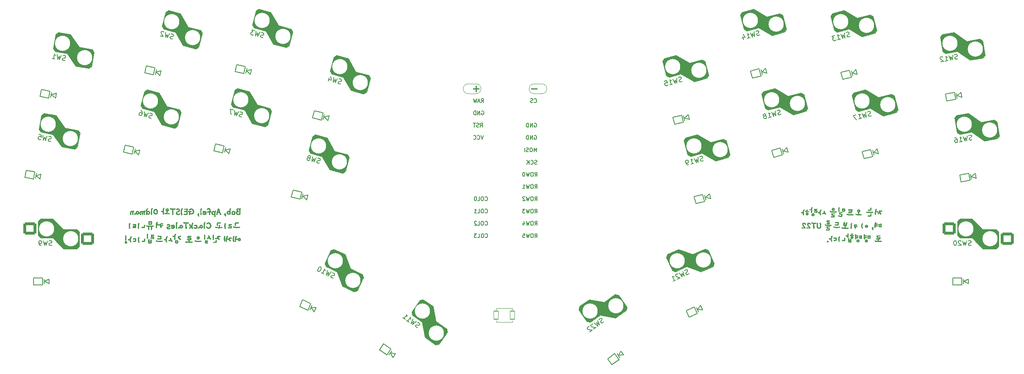
<source format=gbo>
G04 #@! TF.GenerationSoftware,KiCad,Pcbnew,7.0.1*
G04 #@! TF.CreationDate,2023-05-13T12:57:32+02:00*
G04 #@! TF.ProjectId,tutorial,7475746f-7269-4616-9c2e-6b696361645f,v1.0.0*
G04 #@! TF.SameCoordinates,Original*
G04 #@! TF.FileFunction,Legend,Bot*
G04 #@! TF.FilePolarity,Positive*
%FSLAX46Y46*%
G04 Gerber Fmt 4.6, Leading zero omitted, Abs format (unit mm)*
G04 Created by KiCad (PCBNEW 7.0.1) date 2023-05-13 12:57:32*
%MOMM*%
%LPD*%
G01*
G04 APERTURE LIST*
G04 Aperture macros list*
%AMRoundRect*
0 Rectangle with rounded corners*
0 $1 Rounding radius*
0 $2 $3 $4 $5 $6 $7 $8 $9 X,Y pos of 4 corners*
0 Add a 4 corners polygon primitive as box body*
4,1,4,$2,$3,$4,$5,$6,$7,$8,$9,$2,$3,0*
0 Add four circle primitives for the rounded corners*
1,1,$1+$1,$2,$3*
1,1,$1+$1,$4,$5*
1,1,$1+$1,$6,$7*
1,1,$1+$1,$8,$9*
0 Add four rect primitives between the rounded corners*
20,1,$1+$1,$2,$3,$4,$5,0*
20,1,$1+$1,$4,$5,$6,$7,0*
20,1,$1+$1,$6,$7,$8,$9,0*
20,1,$1+$1,$8,$9,$2,$3,0*%
G04 Aperture macros list end*
%ADD10C,0.018023*%
%ADD11C,0.016979*%
%ADD12C,0.150000*%
%ADD13C,0.280000*%
%ADD14C,0.120000*%
%ADD15C,1.752600*%
%ADD16C,0.100000*%
%ADD17C,1.900000*%
%ADD18C,3.150000*%
%ADD19C,3.500000*%
%ADD20RoundRect,0.300000X-0.506347X-1.339492X1.351584X-0.473124X0.506347X1.339492X-1.351584X0.473124X0*%
%ADD21RoundRect,0.300000X-1.248893X-0.700636X0.731255X-1.231215X1.248893X0.700636X-0.731255X1.231215X0*%
%ADD22C,1.497000*%
%ADD23RoundRect,0.300000X-0.731255X-1.231215X1.248893X-0.700636X0.731255X1.231215X-1.248893X0.700636X0*%
%ADD24RoundRect,0.300000X-0.835780X-1.162797X1.183076X-0.806818X0.835780X1.162797X-1.183076X0.806818X0*%
%ADD25RoundRect,0.300000X-1.025000X-1.000000X1.025000X-1.000000X1.025000X1.000000X-1.025000X1.000000X0*%
%ADD26RoundRect,0.300000X-1.183076X-0.806818X0.835780X-1.162797X1.183076X0.806818X-0.835780X1.162797X0*%
%ADD27RoundRect,0.300000X-0.266054X-1.407068X1.413207X-0.231236X0.266054X1.407068X-1.413207X0.231236X0*%
%ADD28C,1.852600*%
%ADD29RoundRect,0.300000X-1.351584X-0.473124X0.506347X-1.339492X1.351584X0.473124X-0.506347X1.339492X0*%
%ADD30RoundRect,0.300000X-1.413207X-0.231236X0.266054X-1.407068X1.413207X0.231236X-0.266054X1.407068X0*%
%ADD31C,1.100000*%
%ADD32RoundRect,0.050000X-0.450000X-0.450000X0.450000X-0.450000X0.450000X0.450000X-0.450000X0.450000X0*%
%ADD33RoundRect,0.050000X-0.450000X-0.625000X0.450000X-0.625000X0.450000X0.625000X-0.450000X0.625000X0*%
%ADD34RoundRect,0.050000X0.450000X0.850000X-0.450000X0.850000X-0.450000X-0.850000X0.450000X-0.850000X0*%
G04 APERTURE END LIST*
D10*
X147869003Y-124285297D02*
X147873154Y-124285587D01*
X147877248Y-124286072D01*
X147881289Y-124286746D01*
X147885277Y-124287619D01*
X147889213Y-124288683D01*
X147893092Y-124289942D01*
X147896920Y-124291390D01*
X147900697Y-124293039D01*
X147904418Y-124294876D01*
X147908091Y-124296910D01*
X147911707Y-124299137D01*
X147915269Y-124301557D01*
X147918780Y-124304172D01*
X147922236Y-124306978D01*
X147925642Y-124309981D01*
X147928636Y-124312852D01*
X147931439Y-124315825D01*
X147934049Y-124318904D01*
X147936466Y-124322089D01*
X147938692Y-124325380D01*
X147940725Y-124328779D01*
X147942565Y-124332282D01*
X147944213Y-124335890D01*
X147945667Y-124339602D01*
X147946927Y-124343427D01*
X147947996Y-124347352D01*
X147948868Y-124351378D01*
X147949548Y-124355518D01*
X147950035Y-124359758D01*
X147950325Y-124364105D01*
X147950424Y-124368557D01*
X147950397Y-124370528D01*
X147950318Y-124372497D01*
X147950189Y-124374471D01*
X147950010Y-124376439D01*
X147949772Y-124378412D01*
X147949484Y-124380383D01*
X147949143Y-124382355D01*
X147948748Y-124384325D01*
X147948299Y-124386297D01*
X147947796Y-124388268D01*
X147947239Y-124390241D01*
X147946626Y-124392212D01*
X147945960Y-124394183D01*
X147945236Y-124396154D01*
X147944459Y-124398125D01*
X147943624Y-124400098D01*
X147943562Y-124400097D01*
X147938073Y-124413474D01*
X147932862Y-124426567D01*
X147927931Y-124439382D01*
X147923282Y-124451913D01*
X147918916Y-124464164D01*
X147914830Y-124476129D01*
X147911028Y-124487817D01*
X147907513Y-124499225D01*
X147904245Y-124509890D01*
X147901192Y-124520484D01*
X147898353Y-124531009D01*
X147895724Y-124541461D01*
X147893296Y-124551848D01*
X147891075Y-124562162D01*
X147889053Y-124572408D01*
X147887230Y-124582582D01*
X147885094Y-124592195D01*
X147883170Y-124601872D01*
X147881455Y-124611628D01*
X147879947Y-124621449D01*
X147878645Y-124631339D01*
X147877547Y-124641297D01*
X147876649Y-124651331D01*
X147875951Y-124661432D01*
X147874940Y-124681152D01*
X147874222Y-124701993D01*
X147873793Y-124723956D01*
X147873652Y-124747044D01*
X147874372Y-124809982D01*
X147876514Y-124874891D01*
X147880046Y-124941775D01*
X147884931Y-125010634D01*
X147891409Y-125080050D01*
X147899578Y-125150874D01*
X147909434Y-125223107D01*
X147920983Y-125296751D01*
X147921263Y-125297337D01*
X147921523Y-125297953D01*
X147921768Y-125298608D01*
X147921994Y-125299295D01*
X147922200Y-125300017D01*
X147922389Y-125300776D01*
X147922559Y-125301570D01*
X147922712Y-125302396D01*
X147922846Y-125303255D01*
X147922961Y-125304154D01*
X147923059Y-125305087D01*
X147923139Y-125306052D01*
X147923246Y-125308094D01*
X147923282Y-125310270D01*
X147923203Y-125313880D01*
X147922963Y-125317383D01*
X147922569Y-125320777D01*
X147922013Y-125324070D01*
X147921298Y-125327258D01*
X147920427Y-125330339D01*
X147919396Y-125333315D01*
X147918208Y-125336185D01*
X147916861Y-125338948D01*
X147915355Y-125341606D01*
X147913691Y-125344161D01*
X147911868Y-125346607D01*
X147909890Y-125348946D01*
X147907752Y-125351180D01*
X147905454Y-125353310D01*
X147903002Y-125355332D01*
X147900432Y-125357251D01*
X147897794Y-125359087D01*
X147895082Y-125360834D01*
X147892304Y-125362494D01*
X147889454Y-125364068D01*
X147886529Y-125365556D01*
X147883537Y-125366957D01*
X147880475Y-125368269D01*
X147877341Y-125369491D01*
X147874139Y-125370631D01*
X147870864Y-125371679D01*
X147867518Y-125372639D01*
X147864105Y-125373516D01*
X147860621Y-125374299D01*
X147857066Y-125374994D01*
X147853440Y-125375602D01*
X147849507Y-125375548D01*
X147845589Y-125375390D01*
X147841692Y-125375127D01*
X147837810Y-125374758D01*
X147833945Y-125374279D01*
X147830100Y-125373699D01*
X147826272Y-125373012D01*
X147822460Y-125372217D01*
X147818667Y-125371319D01*
X147814891Y-125370315D01*
X147811132Y-125369206D01*
X147807394Y-125367991D01*
X147803672Y-125366671D01*
X147799967Y-125365248D01*
X147796278Y-125363715D01*
X147792612Y-125362083D01*
X147788749Y-125360280D01*
X147785041Y-125358245D01*
X147781491Y-125355985D01*
X147778099Y-125353493D01*
X147774864Y-125350775D01*
X147771787Y-125347825D01*
X147768868Y-125344649D01*
X147766110Y-125341240D01*
X147763510Y-125337608D01*
X147761071Y-125333743D01*
X147758792Y-125329650D01*
X147756674Y-125325329D01*
X147754718Y-125320780D01*
X147752923Y-125316004D01*
X147751291Y-125311000D01*
X147749823Y-125305763D01*
X147738995Y-125244232D01*
X147729010Y-125181293D01*
X147719860Y-125116946D01*
X147711531Y-125051185D01*
X147707848Y-125018024D01*
X147704650Y-124985003D01*
X147701940Y-124952127D01*
X147699720Y-124919391D01*
X147697991Y-124886793D01*
X147696754Y-124854339D01*
X147696010Y-124822024D01*
X147695762Y-124789848D01*
X147695896Y-124764362D01*
X147696311Y-124739724D01*
X147697029Y-124715931D01*
X147698062Y-124692974D01*
X147699332Y-124669601D01*
X147700898Y-124646787D01*
X147702744Y-124624541D01*
X147704862Y-124602861D01*
X147706296Y-124594829D01*
X147708238Y-124582015D01*
X147713861Y-124542031D01*
X147715725Y-124529005D01*
X147717943Y-124515836D01*
X147720511Y-124502531D01*
X147723433Y-124489083D01*
X147726707Y-124475496D01*
X147730333Y-124461771D01*
X147734314Y-124447902D01*
X147738643Y-124433892D01*
X147740949Y-124426623D01*
X147743358Y-124419461D01*
X147745875Y-124412399D01*
X147748495Y-124405447D01*
X147751223Y-124398602D01*
X147754053Y-124391860D01*
X147756993Y-124385227D01*
X147760035Y-124378697D01*
X147763187Y-124372273D01*
X147766442Y-124365955D01*
X147769804Y-124359741D01*
X147773275Y-124353637D01*
X147776845Y-124347633D01*
X147780525Y-124341735D01*
X147784312Y-124335944D01*
X147788203Y-124330259D01*
X147791934Y-124324801D01*
X147795805Y-124319696D01*
X147799817Y-124314943D01*
X147803971Y-124310543D01*
X147808264Y-124306495D01*
X147812700Y-124302798D01*
X147817276Y-124299455D01*
X147821990Y-124296460D01*
X147826850Y-124293824D01*
X147831849Y-124291535D01*
X147836989Y-124289600D01*
X147842268Y-124288017D01*
X147847690Y-124286784D01*
X147853254Y-124285905D01*
X147858956Y-124285375D01*
X147864802Y-124285201D01*
X147869003Y-124285297D01*
G36*
X147869003Y-124285297D02*
G01*
X147873154Y-124285587D01*
X147877248Y-124286072D01*
X147881289Y-124286746D01*
X147885277Y-124287619D01*
X147889213Y-124288683D01*
X147893092Y-124289942D01*
X147896920Y-124291390D01*
X147900697Y-124293039D01*
X147904418Y-124294876D01*
X147908091Y-124296910D01*
X147911707Y-124299137D01*
X147915269Y-124301557D01*
X147918780Y-124304172D01*
X147922236Y-124306978D01*
X147925642Y-124309981D01*
X147928636Y-124312852D01*
X147931439Y-124315825D01*
X147934049Y-124318904D01*
X147936466Y-124322089D01*
X147938692Y-124325380D01*
X147940725Y-124328779D01*
X147942565Y-124332282D01*
X147944213Y-124335890D01*
X147945667Y-124339602D01*
X147946927Y-124343427D01*
X147947996Y-124347352D01*
X147948868Y-124351378D01*
X147949548Y-124355518D01*
X147950035Y-124359758D01*
X147950325Y-124364105D01*
X147950424Y-124368557D01*
X147950397Y-124370528D01*
X147950318Y-124372497D01*
X147950189Y-124374471D01*
X147950010Y-124376439D01*
X147949772Y-124378412D01*
X147949484Y-124380383D01*
X147949143Y-124382355D01*
X147948748Y-124384325D01*
X147948299Y-124386297D01*
X147947796Y-124388268D01*
X147947239Y-124390241D01*
X147946626Y-124392212D01*
X147945960Y-124394183D01*
X147945236Y-124396154D01*
X147944459Y-124398125D01*
X147943624Y-124400098D01*
X147943562Y-124400097D01*
X147938073Y-124413474D01*
X147932862Y-124426567D01*
X147927931Y-124439382D01*
X147923282Y-124451913D01*
X147918916Y-124464164D01*
X147914830Y-124476129D01*
X147911028Y-124487817D01*
X147907513Y-124499225D01*
X147904245Y-124509890D01*
X147901192Y-124520484D01*
X147898353Y-124531009D01*
X147895724Y-124541461D01*
X147893296Y-124551848D01*
X147891075Y-124562162D01*
X147889053Y-124572408D01*
X147887230Y-124582582D01*
X147885094Y-124592195D01*
X147883170Y-124601872D01*
X147881455Y-124611628D01*
X147879947Y-124621449D01*
X147878645Y-124631339D01*
X147877547Y-124641297D01*
X147876649Y-124651331D01*
X147875951Y-124661432D01*
X147874940Y-124681152D01*
X147874222Y-124701993D01*
X147873793Y-124723956D01*
X147873652Y-124747044D01*
X147874372Y-124809982D01*
X147876514Y-124874891D01*
X147880046Y-124941775D01*
X147884931Y-125010634D01*
X147891409Y-125080050D01*
X147899578Y-125150874D01*
X147909434Y-125223107D01*
X147920983Y-125296751D01*
X147921263Y-125297337D01*
X147921523Y-125297953D01*
X147921768Y-125298608D01*
X147921994Y-125299295D01*
X147922200Y-125300017D01*
X147922389Y-125300776D01*
X147922559Y-125301570D01*
X147922712Y-125302396D01*
X147922846Y-125303255D01*
X147922961Y-125304154D01*
X147923059Y-125305087D01*
X147923139Y-125306052D01*
X147923246Y-125308094D01*
X147923282Y-125310270D01*
X147923203Y-125313880D01*
X147922963Y-125317383D01*
X147922569Y-125320777D01*
X147922013Y-125324070D01*
X147921298Y-125327258D01*
X147920427Y-125330339D01*
X147919396Y-125333315D01*
X147918208Y-125336185D01*
X147916861Y-125338948D01*
X147915355Y-125341606D01*
X147913691Y-125344161D01*
X147911868Y-125346607D01*
X147909890Y-125348946D01*
X147907752Y-125351180D01*
X147905454Y-125353310D01*
X147903002Y-125355332D01*
X147900432Y-125357251D01*
X147897794Y-125359087D01*
X147895082Y-125360834D01*
X147892304Y-125362494D01*
X147889454Y-125364068D01*
X147886529Y-125365556D01*
X147883537Y-125366957D01*
X147880475Y-125368269D01*
X147877341Y-125369491D01*
X147874139Y-125370631D01*
X147870864Y-125371679D01*
X147867518Y-125372639D01*
X147864105Y-125373516D01*
X147860621Y-125374299D01*
X147857066Y-125374994D01*
X147853440Y-125375602D01*
X147849507Y-125375548D01*
X147845589Y-125375390D01*
X147841692Y-125375127D01*
X147837810Y-125374758D01*
X147833945Y-125374279D01*
X147830100Y-125373699D01*
X147826272Y-125373012D01*
X147822460Y-125372217D01*
X147818667Y-125371319D01*
X147814891Y-125370315D01*
X147811132Y-125369206D01*
X147807394Y-125367991D01*
X147803672Y-125366671D01*
X147799967Y-125365248D01*
X147796278Y-125363715D01*
X147792612Y-125362083D01*
X147788749Y-125360280D01*
X147785041Y-125358245D01*
X147781491Y-125355985D01*
X147778099Y-125353493D01*
X147774864Y-125350775D01*
X147771787Y-125347825D01*
X147768868Y-125344649D01*
X147766110Y-125341240D01*
X147763510Y-125337608D01*
X147761071Y-125333743D01*
X147758792Y-125329650D01*
X147756674Y-125325329D01*
X147754718Y-125320780D01*
X147752923Y-125316004D01*
X147751291Y-125311000D01*
X147749823Y-125305763D01*
X147738995Y-125244232D01*
X147729010Y-125181293D01*
X147719860Y-125116946D01*
X147711531Y-125051185D01*
X147707848Y-125018024D01*
X147704650Y-124985003D01*
X147701940Y-124952127D01*
X147699720Y-124919391D01*
X147697991Y-124886793D01*
X147696754Y-124854339D01*
X147696010Y-124822024D01*
X147695762Y-124789848D01*
X147695896Y-124764362D01*
X147696311Y-124739724D01*
X147697029Y-124715931D01*
X147698062Y-124692974D01*
X147699332Y-124669601D01*
X147700898Y-124646787D01*
X147702744Y-124624541D01*
X147704862Y-124602861D01*
X147706296Y-124594829D01*
X147708238Y-124582015D01*
X147713861Y-124542031D01*
X147715725Y-124529005D01*
X147717943Y-124515836D01*
X147720511Y-124502531D01*
X147723433Y-124489083D01*
X147726707Y-124475496D01*
X147730333Y-124461771D01*
X147734314Y-124447902D01*
X147738643Y-124433892D01*
X147740949Y-124426623D01*
X147743358Y-124419461D01*
X147745875Y-124412399D01*
X147748495Y-124405447D01*
X147751223Y-124398602D01*
X147754053Y-124391860D01*
X147756993Y-124385227D01*
X147760035Y-124378697D01*
X147763187Y-124372273D01*
X147766442Y-124365955D01*
X147769804Y-124359741D01*
X147773275Y-124353637D01*
X147776845Y-124347633D01*
X147780525Y-124341735D01*
X147784312Y-124335944D01*
X147788203Y-124330259D01*
X147791934Y-124324801D01*
X147795805Y-124319696D01*
X147799817Y-124314943D01*
X147803971Y-124310543D01*
X147808264Y-124306495D01*
X147812700Y-124302798D01*
X147817276Y-124299455D01*
X147821990Y-124296460D01*
X147826850Y-124293824D01*
X147831849Y-124291535D01*
X147836989Y-124289600D01*
X147842268Y-124288017D01*
X147847690Y-124286784D01*
X147853254Y-124285905D01*
X147858956Y-124285375D01*
X147864802Y-124285201D01*
X147869003Y-124285297D01*
G37*
D11*
X268162437Y-119659545D02*
X268162384Y-119658196D01*
X268162269Y-119649008D01*
X268162342Y-119643446D01*
X268162566Y-119637902D01*
X268162940Y-119632370D01*
X268163464Y-119626856D01*
X268164133Y-119621359D01*
X268164953Y-119615877D01*
X268165924Y-119610414D01*
X268167043Y-119604966D01*
X268168311Y-119599536D01*
X268169731Y-119594123D01*
X268171297Y-119588725D01*
X268173015Y-119583343D01*
X268174879Y-119577977D01*
X268176898Y-119572631D01*
X268179063Y-119567298D01*
X268181376Y-119561983D01*
X268183821Y-119556721D01*
X268186381Y-119551539D01*
X268189059Y-119546442D01*
X268191853Y-119541424D01*
X268194764Y-119536494D01*
X268197791Y-119531643D01*
X268200931Y-119526876D01*
X268204192Y-119522192D01*
X268207565Y-119517592D01*
X268211057Y-119513071D01*
X268214662Y-119508636D01*
X268218387Y-119504282D01*
X268222223Y-119500014D01*
X268226176Y-119495825D01*
X268230247Y-119491721D01*
X268234433Y-119487698D01*
X268238453Y-119483769D01*
X268242557Y-119479940D01*
X268246745Y-119476208D01*
X268251013Y-119472576D01*
X268255367Y-119469045D01*
X268259801Y-119465612D01*
X268264320Y-119462279D01*
X268268921Y-119459047D01*
X268273603Y-119455913D01*
X268278371Y-119452879D01*
X268283222Y-119449945D01*
X268288153Y-119447107D01*
X268293171Y-119444372D01*
X268298267Y-119441734D01*
X268303451Y-119439197D01*
X268308716Y-119436757D01*
X268314033Y-119434196D01*
X268319366Y-119431800D01*
X268324717Y-119429566D01*
X268330080Y-119427494D01*
X268335465Y-119425590D01*
X268340861Y-119423847D01*
X268346275Y-119422271D01*
X268351704Y-119420858D01*
X268357151Y-119419612D01*
X268362615Y-119418531D01*
X268368096Y-119417615D01*
X268373589Y-119416866D01*
X268379102Y-119416282D01*
X268384632Y-119415865D01*
X268390178Y-119415613D01*
X268395744Y-119415534D01*
X268399947Y-119415638D01*
X268404070Y-119415963D01*
X268408104Y-119416503D01*
X268412061Y-119417255D01*
X268415932Y-119418227D01*
X268419721Y-119419413D01*
X268423427Y-119420813D01*
X268427051Y-119422431D01*
X268430589Y-119424262D01*
X268434047Y-119426312D01*
X268437420Y-119428577D01*
X268440714Y-119431057D01*
X268443920Y-119433749D01*
X268447048Y-119436662D01*
X268450092Y-119439788D01*
X268453054Y-119443129D01*
X268453037Y-119442949D01*
X268456718Y-119440904D01*
X268460331Y-119438979D01*
X268463878Y-119437181D01*
X268467358Y-119435507D01*
X268470774Y-119433973D01*
X268474125Y-119432573D01*
X268477413Y-119431321D01*
X268480636Y-119430208D01*
X268482218Y-119429456D01*
X268483783Y-119428752D01*
X268485327Y-119428091D01*
X268486858Y-119427478D01*
X268488371Y-119426913D01*
X268489867Y-119426392D01*
X268491347Y-119425925D01*
X268492812Y-119425501D01*
X268494259Y-119425126D01*
X268495692Y-119424799D01*
X268497111Y-119424522D01*
X268498511Y-119424295D01*
X268499900Y-119424118D01*
X268501272Y-119423992D01*
X268502635Y-119423916D01*
X268503977Y-119423889D01*
X268504774Y-119423897D01*
X268505551Y-119423927D01*
X268506314Y-119423972D01*
X268507056Y-119424038D01*
X268507782Y-119424119D01*
X268508491Y-119424218D01*
X268509181Y-119424334D01*
X268509855Y-119424465D01*
X268510512Y-119424615D01*
X268511150Y-119424780D01*
X268511765Y-119424958D01*
X268512368Y-119425155D01*
X268512950Y-119425363D01*
X268513513Y-119425588D01*
X268514059Y-119425826D01*
X268514586Y-119426080D01*
X268515108Y-119426089D01*
X268515632Y-119426117D01*
X268516162Y-119426162D01*
X268516697Y-119426227D01*
X268517232Y-119426307D01*
X268517766Y-119426407D01*
X268518305Y-119426524D01*
X268518843Y-119426656D01*
X268519382Y-119426805D01*
X268519921Y-119426969D01*
X268520458Y-119427151D01*
X268520992Y-119427345D01*
X268521524Y-119427553D01*
X268522051Y-119427780D01*
X268522573Y-119428016D01*
X268523093Y-119428268D01*
X268532250Y-119432639D01*
X268541139Y-119437256D01*
X268549761Y-119442124D01*
X268558122Y-119447238D01*
X268566213Y-119452604D01*
X268574042Y-119458220D01*
X268581603Y-119464081D01*
X268588896Y-119470190D01*
X268595928Y-119476551D01*
X268602692Y-119483157D01*
X268609193Y-119490016D01*
X268615427Y-119497122D01*
X268621396Y-119504472D01*
X268627100Y-119512074D01*
X268632536Y-119519926D01*
X268637709Y-119528024D01*
X268642593Y-119536267D01*
X268647159Y-119544539D01*
X268651412Y-119552849D01*
X268655350Y-119561189D01*
X268658973Y-119569565D01*
X268662282Y-119577973D01*
X268665273Y-119586412D01*
X268667952Y-119594888D01*
X268670316Y-119603391D01*
X268672361Y-119611932D01*
X268674095Y-119620506D01*
X268675512Y-119629113D01*
X268676614Y-119637751D01*
X268677401Y-119646420D01*
X268677874Y-119655126D01*
X268678031Y-119663864D01*
X268677958Y-119671235D01*
X268677735Y-119678490D01*
X268677360Y-119685628D01*
X268676840Y-119692651D01*
X268676167Y-119699557D01*
X268675346Y-119706349D01*
X268674376Y-119713023D01*
X268673255Y-119719580D01*
X268671985Y-119726020D01*
X268670569Y-119732348D01*
X268669002Y-119738559D01*
X268667283Y-119744650D01*
X268665419Y-119750627D01*
X268663403Y-119756490D01*
X268661237Y-119762237D01*
X268658923Y-119767866D01*
X268656222Y-119773124D01*
X268653419Y-119778281D01*
X268650516Y-119783341D01*
X268647516Y-119788302D01*
X268644412Y-119793161D01*
X268641211Y-119797921D01*
X268637912Y-119802581D01*
X268634510Y-119807141D01*
X268631014Y-119811601D01*
X268627415Y-119815961D01*
X268623716Y-119820224D01*
X268619921Y-119824385D01*
X268616022Y-119828448D01*
X268612029Y-119832410D01*
X268607933Y-119836270D01*
X268603740Y-119840032D01*
X268599452Y-119843689D01*
X268595081Y-119847228D01*
X268590626Y-119850650D01*
X268586091Y-119853958D01*
X268581472Y-119857148D01*
X268576771Y-119860227D01*
X268571988Y-119863186D01*
X268567120Y-119866029D01*
X268562169Y-119868756D01*
X268557135Y-119871367D01*
X268552021Y-119873865D01*
X268546824Y-119876244D01*
X268541542Y-119878508D01*
X268536178Y-119880655D01*
X268530728Y-119882688D01*
X268525200Y-119884605D01*
X268514025Y-119888090D01*
X268502781Y-119891109D01*
X268491473Y-119893663D01*
X268480100Y-119895751D01*
X268468659Y-119897375D01*
X268457153Y-119898536D01*
X268445577Y-119899230D01*
X268433938Y-119899462D01*
X268424749Y-119899299D01*
X268415233Y-119898805D01*
X268405383Y-119897986D01*
X268395203Y-119896829D01*
X268384692Y-119895342D01*
X268373847Y-119893517D01*
X268362673Y-119891357D01*
X268351166Y-119888853D01*
X268345347Y-119887461D01*
X268339561Y-119885937D01*
X268333808Y-119884279D01*
X268328088Y-119882489D01*
X268322402Y-119880567D01*
X268316749Y-119878511D01*
X268311126Y-119876322D01*
X268305538Y-119874000D01*
X268299984Y-119871548D01*
X268294461Y-119868962D01*
X268288974Y-119866242D01*
X268283517Y-119863389D01*
X268278094Y-119860405D01*
X268272704Y-119857287D01*
X268267347Y-119854036D01*
X268262025Y-119850653D01*
X268256774Y-119846859D01*
X268251643Y-119842921D01*
X268246625Y-119838830D01*
X268241723Y-119834593D01*
X268236939Y-119830207D01*
X268232272Y-119825671D01*
X268227723Y-119820987D01*
X268223284Y-119816150D01*
X268218966Y-119811171D01*
X268214762Y-119806037D01*
X268210675Y-119800757D01*
X268206704Y-119795328D01*
X268202851Y-119789746D01*
X268199112Y-119784019D01*
X268195487Y-119778140D01*
X268191982Y-119772115D01*
X268188383Y-119765913D01*
X268185015Y-119759512D01*
X268181880Y-119752913D01*
X268178980Y-119746114D01*
X268176311Y-119739116D01*
X268173873Y-119731920D01*
X268171667Y-119724523D01*
X268169695Y-119716928D01*
X268167953Y-119709137D01*
X268166445Y-119701142D01*
X268165169Y-119692951D01*
X268164123Y-119684559D01*
X268163313Y-119675972D01*
X268162732Y-119667183D01*
X268162437Y-119659546D01*
X268325622Y-119659546D01*
X268325669Y-119663221D01*
X268325817Y-119666813D01*
X268326067Y-119670320D01*
X268326412Y-119673746D01*
X268326860Y-119677089D01*
X268327408Y-119680347D01*
X268328054Y-119683522D01*
X268328800Y-119686616D01*
X268329645Y-119689626D01*
X268330589Y-119692551D01*
X268331634Y-119695393D01*
X268332778Y-119698153D01*
X268334024Y-119700833D01*
X268335369Y-119703427D01*
X268336815Y-119705942D01*
X268338363Y-119708369D01*
X268339714Y-119710727D01*
X268341120Y-119713013D01*
X268342572Y-119715233D01*
X268344073Y-119717386D01*
X268345624Y-119719472D01*
X268347224Y-119721492D01*
X268348874Y-119723446D01*
X268350573Y-119725332D01*
X268352322Y-119727152D01*
X268354123Y-119728909D01*
X268355971Y-119730598D01*
X268357868Y-119732229D01*
X268359815Y-119733786D01*
X268361814Y-119735284D01*
X268363863Y-119736716D01*
X268365957Y-119738084D01*
X268370208Y-119740129D01*
X268374454Y-119742056D01*
X268378702Y-119743855D01*
X268382946Y-119745525D01*
X268387191Y-119747061D01*
X268391437Y-119748458D01*
X268395679Y-119749715D01*
X268399926Y-119750825D01*
X268404068Y-119751345D01*
X268408009Y-119751793D01*
X268411752Y-119752169D01*
X268415293Y-119752475D01*
X268418641Y-119752713D01*
X268421792Y-119752881D01*
X268424751Y-119752982D01*
X268427522Y-119753015D01*
X268432749Y-119752926D01*
X268437810Y-119752652D01*
X268442701Y-119752196D01*
X268447432Y-119751558D01*
X268451993Y-119750739D01*
X268456388Y-119749734D01*
X268460618Y-119748552D01*
X268464681Y-119747183D01*
X268468580Y-119745634D01*
X268472309Y-119743899D01*
X268475872Y-119741986D01*
X268479270Y-119739890D01*
X268482502Y-119737609D01*
X268485570Y-119735146D01*
X268488469Y-119732498D01*
X268491206Y-119729671D01*
X268493526Y-119726436D01*
X268495696Y-119723102D01*
X268497717Y-119719669D01*
X268499584Y-119716134D01*
X268501305Y-119712502D01*
X268502872Y-119708771D01*
X268504287Y-119704940D01*
X268505554Y-119701012D01*
X268506672Y-119696982D01*
X268507638Y-119692853D01*
X268508456Y-119688624D01*
X268509125Y-119684297D01*
X268509645Y-119679870D01*
X268510016Y-119675345D01*
X268510240Y-119670719D01*
X268510312Y-119665991D01*
X268510245Y-119659294D01*
X268510049Y-119652990D01*
X268509717Y-119647086D01*
X268509256Y-119641583D01*
X268508668Y-119636475D01*
X268507951Y-119631764D01*
X268507543Y-119629558D01*
X268507104Y-119627453D01*
X268506635Y-119625445D01*
X268506132Y-119623535D01*
X268505584Y-119621439D01*
X268505007Y-119619392D01*
X268504395Y-119617397D01*
X268503751Y-119615453D01*
X268503074Y-119613557D01*
X268502368Y-119611709D01*
X268501625Y-119609913D01*
X268500849Y-119608165D01*
X268500042Y-119606469D01*
X268499198Y-119604821D01*
X268498318Y-119603219D01*
X268497405Y-119601666D01*
X268496455Y-119600166D01*
X268495471Y-119598707D01*
X268494448Y-119597300D01*
X268493393Y-119595939D01*
X268492315Y-119594357D01*
X268491206Y-119592791D01*
X268490065Y-119591244D01*
X268488888Y-119589716D01*
X268487680Y-119588201D01*
X268486435Y-119586705D01*
X268485159Y-119585223D01*
X268483850Y-119583760D01*
X268482506Y-119582311D01*
X268481132Y-119580878D01*
X268479720Y-119579461D01*
X268478278Y-119578058D01*
X268476798Y-119576670D01*
X268475290Y-119575299D01*
X268473744Y-119573940D01*
X268472164Y-119572596D01*
X268468351Y-119569912D01*
X268464336Y-119567164D01*
X268460122Y-119564347D01*
X268455710Y-119561468D01*
X268446290Y-119555497D01*
X268436081Y-119549252D01*
X268435995Y-119549190D01*
X268427372Y-119551492D01*
X268418486Y-119554026D01*
X268409331Y-119556793D01*
X268399911Y-119559802D01*
X268397285Y-119560357D01*
X268394707Y-119560961D01*
X268392178Y-119561614D01*
X268389700Y-119562315D01*
X268387271Y-119563067D01*
X268384889Y-119563865D01*
X268382560Y-119564717D01*
X268380278Y-119565618D01*
X268378048Y-119566569D01*
X268375866Y-119567573D01*
X268373735Y-119568623D01*
X268371652Y-119569728D01*
X268369622Y-119570882D01*
X268367640Y-119572090D01*
X268365709Y-119573349D01*
X268363827Y-119574657D01*
X268361729Y-119576024D01*
X268359682Y-119577474D01*
X268357686Y-119579008D01*
X268355741Y-119580623D01*
X268353847Y-119582323D01*
X268351998Y-119584105D01*
X268350207Y-119585969D01*
X268348458Y-119587918D01*
X268346762Y-119589949D01*
X268345112Y-119592064D01*
X268343512Y-119594260D01*
X268341960Y-119596542D01*
X268340457Y-119598904D01*
X268339001Y-119601350D01*
X268337589Y-119603876D01*
X268336229Y-119606489D01*
X268334946Y-119608935D01*
X268333750Y-119611495D01*
X268332633Y-119614172D01*
X268331597Y-119616966D01*
X268330644Y-119619878D01*
X268329773Y-119622904D01*
X268328986Y-119626046D01*
X268328281Y-119629305D01*
X268327658Y-119632677D01*
X268327119Y-119636167D01*
X268326663Y-119639775D01*
X268326287Y-119643499D01*
X268325994Y-119647335D01*
X268325788Y-119651292D01*
X268325661Y-119655359D01*
X268325622Y-119659546D01*
X268162437Y-119659546D01*
X268162437Y-119659545D01*
G36*
X268162437Y-119659545D02*
G01*
X268162384Y-119658196D01*
X268162269Y-119649008D01*
X268162342Y-119643446D01*
X268162566Y-119637902D01*
X268162940Y-119632370D01*
X268163464Y-119626856D01*
X268164133Y-119621359D01*
X268164953Y-119615877D01*
X268165924Y-119610414D01*
X268167043Y-119604966D01*
X268168311Y-119599536D01*
X268169731Y-119594123D01*
X268171297Y-119588725D01*
X268173015Y-119583343D01*
X268174879Y-119577977D01*
X268176898Y-119572631D01*
X268179063Y-119567298D01*
X268181376Y-119561983D01*
X268183821Y-119556721D01*
X268186381Y-119551539D01*
X268189059Y-119546442D01*
X268191853Y-119541424D01*
X268194764Y-119536494D01*
X268197791Y-119531643D01*
X268200931Y-119526876D01*
X268204192Y-119522192D01*
X268207565Y-119517592D01*
X268211057Y-119513071D01*
X268214662Y-119508636D01*
X268218387Y-119504282D01*
X268222223Y-119500014D01*
X268226176Y-119495825D01*
X268230247Y-119491721D01*
X268234433Y-119487698D01*
X268238453Y-119483769D01*
X268242557Y-119479940D01*
X268246745Y-119476208D01*
X268251013Y-119472576D01*
X268255367Y-119469045D01*
X268259801Y-119465612D01*
X268264320Y-119462279D01*
X268268921Y-119459047D01*
X268273603Y-119455913D01*
X268278371Y-119452879D01*
X268283222Y-119449945D01*
X268288153Y-119447107D01*
X268293171Y-119444372D01*
X268298267Y-119441734D01*
X268303451Y-119439197D01*
X268308716Y-119436757D01*
X268314033Y-119434196D01*
X268319366Y-119431800D01*
X268324717Y-119429566D01*
X268330080Y-119427494D01*
X268335465Y-119425590D01*
X268340861Y-119423847D01*
X268346275Y-119422271D01*
X268351704Y-119420858D01*
X268357151Y-119419612D01*
X268362615Y-119418531D01*
X268368096Y-119417615D01*
X268373589Y-119416866D01*
X268379102Y-119416282D01*
X268384632Y-119415865D01*
X268390178Y-119415613D01*
X268395744Y-119415534D01*
X268399947Y-119415638D01*
X268404070Y-119415963D01*
X268408104Y-119416503D01*
X268412061Y-119417255D01*
X268415932Y-119418227D01*
X268419721Y-119419413D01*
X268423427Y-119420813D01*
X268427051Y-119422431D01*
X268430589Y-119424262D01*
X268434047Y-119426312D01*
X268437420Y-119428577D01*
X268440714Y-119431057D01*
X268443920Y-119433749D01*
X268447048Y-119436662D01*
X268450092Y-119439788D01*
X268453054Y-119443129D01*
X268453037Y-119442949D01*
X268456718Y-119440904D01*
X268460331Y-119438979D01*
X268463878Y-119437181D01*
X268467358Y-119435507D01*
X268470774Y-119433973D01*
X268474125Y-119432573D01*
X268477413Y-119431321D01*
X268480636Y-119430208D01*
X268482218Y-119429456D01*
X268483783Y-119428752D01*
X268485327Y-119428091D01*
X268486858Y-119427478D01*
X268488371Y-119426913D01*
X268489867Y-119426392D01*
X268491347Y-119425925D01*
X268492812Y-119425501D01*
X268494259Y-119425126D01*
X268495692Y-119424799D01*
X268497111Y-119424522D01*
X268498511Y-119424295D01*
X268499900Y-119424118D01*
X268501272Y-119423992D01*
X268502635Y-119423916D01*
X268503977Y-119423889D01*
X268504774Y-119423897D01*
X268505551Y-119423927D01*
X268506314Y-119423972D01*
X268507056Y-119424038D01*
X268507782Y-119424119D01*
X268508491Y-119424218D01*
X268509181Y-119424334D01*
X268509855Y-119424465D01*
X268510512Y-119424615D01*
X268511150Y-119424780D01*
X268511765Y-119424958D01*
X268512368Y-119425155D01*
X268512950Y-119425363D01*
X268513513Y-119425588D01*
X268514059Y-119425826D01*
X268514586Y-119426080D01*
X268515108Y-119426089D01*
X268515632Y-119426117D01*
X268516162Y-119426162D01*
X268516697Y-119426227D01*
X268517232Y-119426307D01*
X268517766Y-119426407D01*
X268518305Y-119426524D01*
X268518843Y-119426656D01*
X268519382Y-119426805D01*
X268519921Y-119426969D01*
X268520458Y-119427151D01*
X268520992Y-119427345D01*
X268521524Y-119427553D01*
X268522051Y-119427780D01*
X268522573Y-119428016D01*
X268523093Y-119428268D01*
X268532250Y-119432639D01*
X268541139Y-119437256D01*
X268549761Y-119442124D01*
X268558122Y-119447238D01*
X268566213Y-119452604D01*
X268574042Y-119458220D01*
X268581603Y-119464081D01*
X268588896Y-119470190D01*
X268595928Y-119476551D01*
X268602692Y-119483157D01*
X268609193Y-119490016D01*
X268615427Y-119497122D01*
X268621396Y-119504472D01*
X268627100Y-119512074D01*
X268632536Y-119519926D01*
X268637709Y-119528024D01*
X268642593Y-119536267D01*
X268647159Y-119544539D01*
X268651412Y-119552849D01*
X268655350Y-119561189D01*
X268658973Y-119569565D01*
X268662282Y-119577973D01*
X268665273Y-119586412D01*
X268667952Y-119594888D01*
X268670316Y-119603391D01*
X268672361Y-119611932D01*
X268674095Y-119620506D01*
X268675512Y-119629113D01*
X268676614Y-119637751D01*
X268677401Y-119646420D01*
X268677874Y-119655126D01*
X268678031Y-119663864D01*
X268677958Y-119671235D01*
X268677735Y-119678490D01*
X268677360Y-119685628D01*
X268676840Y-119692651D01*
X268676167Y-119699557D01*
X268675346Y-119706349D01*
X268674376Y-119713023D01*
X268673255Y-119719580D01*
X268671985Y-119726020D01*
X268670569Y-119732348D01*
X268669002Y-119738559D01*
X268667283Y-119744650D01*
X268665419Y-119750627D01*
X268663403Y-119756490D01*
X268661237Y-119762237D01*
X268658923Y-119767866D01*
X268656222Y-119773124D01*
X268653419Y-119778281D01*
X268650516Y-119783341D01*
X268647516Y-119788302D01*
X268644412Y-119793161D01*
X268641211Y-119797921D01*
X268637912Y-119802581D01*
X268634510Y-119807141D01*
X268631014Y-119811601D01*
X268627415Y-119815961D01*
X268623716Y-119820224D01*
X268619921Y-119824385D01*
X268616022Y-119828448D01*
X268612029Y-119832410D01*
X268607933Y-119836270D01*
X268603740Y-119840032D01*
X268599452Y-119843689D01*
X268595081Y-119847228D01*
X268590626Y-119850650D01*
X268586091Y-119853958D01*
X268581472Y-119857148D01*
X268576771Y-119860227D01*
X268571988Y-119863186D01*
X268567120Y-119866029D01*
X268562169Y-119868756D01*
X268557135Y-119871367D01*
X268552021Y-119873865D01*
X268546824Y-119876244D01*
X268541542Y-119878508D01*
X268536178Y-119880655D01*
X268530728Y-119882688D01*
X268525200Y-119884605D01*
X268514025Y-119888090D01*
X268502781Y-119891109D01*
X268491473Y-119893663D01*
X268480100Y-119895751D01*
X268468659Y-119897375D01*
X268457153Y-119898536D01*
X268445577Y-119899230D01*
X268433938Y-119899462D01*
X268424749Y-119899299D01*
X268415233Y-119898805D01*
X268405383Y-119897986D01*
X268395203Y-119896829D01*
X268384692Y-119895342D01*
X268373847Y-119893517D01*
X268362673Y-119891357D01*
X268351166Y-119888853D01*
X268345347Y-119887461D01*
X268339561Y-119885937D01*
X268333808Y-119884279D01*
X268328088Y-119882489D01*
X268322402Y-119880567D01*
X268316749Y-119878511D01*
X268311126Y-119876322D01*
X268305538Y-119874000D01*
X268299984Y-119871548D01*
X268294461Y-119868962D01*
X268288974Y-119866242D01*
X268283517Y-119863389D01*
X268278094Y-119860405D01*
X268272704Y-119857287D01*
X268267347Y-119854036D01*
X268262025Y-119850653D01*
X268256774Y-119846859D01*
X268251643Y-119842921D01*
X268246625Y-119838830D01*
X268241723Y-119834593D01*
X268236939Y-119830207D01*
X268232272Y-119825671D01*
X268227723Y-119820987D01*
X268223284Y-119816150D01*
X268218966Y-119811171D01*
X268214762Y-119806037D01*
X268210675Y-119800757D01*
X268206704Y-119795328D01*
X268202851Y-119789746D01*
X268199112Y-119784019D01*
X268195487Y-119778140D01*
X268191982Y-119772115D01*
X268188383Y-119765913D01*
X268185015Y-119759512D01*
X268181880Y-119752913D01*
X268178980Y-119746114D01*
X268176311Y-119739116D01*
X268173873Y-119731920D01*
X268171667Y-119724523D01*
X268169695Y-119716928D01*
X268167953Y-119709137D01*
X268166445Y-119701142D01*
X268165169Y-119692951D01*
X268164123Y-119684559D01*
X268163313Y-119675972D01*
X268162732Y-119667183D01*
X268162437Y-119659546D01*
X268325622Y-119659546D01*
X268325669Y-119663221D01*
X268325817Y-119666813D01*
X268326067Y-119670320D01*
X268326412Y-119673746D01*
X268326860Y-119677089D01*
X268327408Y-119680347D01*
X268328054Y-119683522D01*
X268328800Y-119686616D01*
X268329645Y-119689626D01*
X268330589Y-119692551D01*
X268331634Y-119695393D01*
X268332778Y-119698153D01*
X268334024Y-119700833D01*
X268335369Y-119703427D01*
X268336815Y-119705942D01*
X268338363Y-119708369D01*
X268339714Y-119710727D01*
X268341120Y-119713013D01*
X268342572Y-119715233D01*
X268344073Y-119717386D01*
X268345624Y-119719472D01*
X268347224Y-119721492D01*
X268348874Y-119723446D01*
X268350573Y-119725332D01*
X268352322Y-119727152D01*
X268354123Y-119728909D01*
X268355971Y-119730598D01*
X268357868Y-119732229D01*
X268359815Y-119733786D01*
X268361814Y-119735284D01*
X268363863Y-119736716D01*
X268365957Y-119738084D01*
X268370208Y-119740129D01*
X268374454Y-119742056D01*
X268378702Y-119743855D01*
X268382946Y-119745525D01*
X268387191Y-119747061D01*
X268391437Y-119748458D01*
X268395679Y-119749715D01*
X268399926Y-119750825D01*
X268404068Y-119751345D01*
X268408009Y-119751793D01*
X268411752Y-119752169D01*
X268415293Y-119752475D01*
X268418641Y-119752713D01*
X268421792Y-119752881D01*
X268424751Y-119752982D01*
X268427522Y-119753015D01*
X268432749Y-119752926D01*
X268437810Y-119752652D01*
X268442701Y-119752196D01*
X268447432Y-119751558D01*
X268451993Y-119750739D01*
X268456388Y-119749734D01*
X268460618Y-119748552D01*
X268464681Y-119747183D01*
X268468580Y-119745634D01*
X268472309Y-119743899D01*
X268475872Y-119741986D01*
X268479270Y-119739890D01*
X268482502Y-119737609D01*
X268485570Y-119735146D01*
X268488469Y-119732498D01*
X268491206Y-119729671D01*
X268493526Y-119726436D01*
X268495696Y-119723102D01*
X268497717Y-119719669D01*
X268499584Y-119716134D01*
X268501305Y-119712502D01*
X268502872Y-119708771D01*
X268504287Y-119704940D01*
X268505554Y-119701012D01*
X268506672Y-119696982D01*
X268507638Y-119692853D01*
X268508456Y-119688624D01*
X268509125Y-119684297D01*
X268509645Y-119679870D01*
X268510016Y-119675345D01*
X268510240Y-119670719D01*
X268510312Y-119665991D01*
X268510245Y-119659294D01*
X268510049Y-119652990D01*
X268509717Y-119647086D01*
X268509256Y-119641583D01*
X268508668Y-119636475D01*
X268507951Y-119631764D01*
X268507543Y-119629558D01*
X268507104Y-119627453D01*
X268506635Y-119625445D01*
X268506132Y-119623535D01*
X268505584Y-119621439D01*
X268505007Y-119619392D01*
X268504395Y-119617397D01*
X268503751Y-119615453D01*
X268503074Y-119613557D01*
X268502368Y-119611709D01*
X268501625Y-119609913D01*
X268500849Y-119608165D01*
X268500042Y-119606469D01*
X268499198Y-119604821D01*
X268498318Y-119603219D01*
X268497405Y-119601666D01*
X268496455Y-119600166D01*
X268495471Y-119598707D01*
X268494448Y-119597300D01*
X268493393Y-119595939D01*
X268492315Y-119594357D01*
X268491206Y-119592791D01*
X268490065Y-119591244D01*
X268488888Y-119589716D01*
X268487680Y-119588201D01*
X268486435Y-119586705D01*
X268485159Y-119585223D01*
X268483850Y-119583760D01*
X268482506Y-119582311D01*
X268481132Y-119580878D01*
X268479720Y-119579461D01*
X268478278Y-119578058D01*
X268476798Y-119576670D01*
X268475290Y-119575299D01*
X268473744Y-119573940D01*
X268472164Y-119572596D01*
X268468351Y-119569912D01*
X268464336Y-119567164D01*
X268460122Y-119564347D01*
X268455710Y-119561468D01*
X268446290Y-119555497D01*
X268436081Y-119549252D01*
X268435995Y-119549190D01*
X268427372Y-119551492D01*
X268418486Y-119554026D01*
X268409331Y-119556793D01*
X268399911Y-119559802D01*
X268397285Y-119560357D01*
X268394707Y-119560961D01*
X268392178Y-119561614D01*
X268389700Y-119562315D01*
X268387271Y-119563067D01*
X268384889Y-119563865D01*
X268382560Y-119564717D01*
X268380278Y-119565618D01*
X268378048Y-119566569D01*
X268375866Y-119567573D01*
X268373735Y-119568623D01*
X268371652Y-119569728D01*
X268369622Y-119570882D01*
X268367640Y-119572090D01*
X268365709Y-119573349D01*
X268363827Y-119574657D01*
X268361729Y-119576024D01*
X268359682Y-119577474D01*
X268357686Y-119579008D01*
X268355741Y-119580623D01*
X268353847Y-119582323D01*
X268351998Y-119584105D01*
X268350207Y-119585969D01*
X268348458Y-119587918D01*
X268346762Y-119589949D01*
X268345112Y-119592064D01*
X268343512Y-119594260D01*
X268341960Y-119596542D01*
X268340457Y-119598904D01*
X268339001Y-119601350D01*
X268337589Y-119603876D01*
X268336229Y-119606489D01*
X268334946Y-119608935D01*
X268333750Y-119611495D01*
X268332633Y-119614172D01*
X268331597Y-119616966D01*
X268330644Y-119619878D01*
X268329773Y-119622904D01*
X268328986Y-119626046D01*
X268328281Y-119629305D01*
X268327658Y-119632677D01*
X268327119Y-119636167D01*
X268326663Y-119639775D01*
X268326287Y-119643499D01*
X268325994Y-119647335D01*
X268325788Y-119651292D01*
X268325661Y-119655359D01*
X268325622Y-119659546D01*
X268162437Y-119659546D01*
X268162437Y-119659545D01*
G37*
X272686513Y-125284358D02*
X272693935Y-125284733D01*
X272701175Y-125285353D01*
X272708231Y-125286223D01*
X272715104Y-125287344D01*
X272721797Y-125288707D01*
X272728304Y-125290325D01*
X272734628Y-125292188D01*
X272740772Y-125294301D01*
X272746734Y-125296664D01*
X272752512Y-125299274D01*
X272758108Y-125302132D01*
X272763521Y-125305243D01*
X272768752Y-125308602D01*
X272773798Y-125312207D01*
X272778665Y-125316063D01*
X272783290Y-125319927D01*
X272787616Y-125324089D01*
X272791645Y-125328550D01*
X272795376Y-125333309D01*
X272798807Y-125338363D01*
X272801940Y-125343718D01*
X272804776Y-125349372D01*
X272807314Y-125355324D01*
X272809553Y-125361576D01*
X272811492Y-125368124D01*
X272813134Y-125374973D01*
X272814477Y-125382119D01*
X272815522Y-125389565D01*
X272816269Y-125397309D01*
X272816718Y-125405352D01*
X272816866Y-125413696D01*
X272816809Y-125418412D01*
X272816636Y-125423011D01*
X272816344Y-125427494D01*
X272815937Y-125431862D01*
X272815418Y-125436113D01*
X272814780Y-125440248D01*
X272814024Y-125444268D01*
X272813154Y-125448172D01*
X272812169Y-125451962D01*
X272811067Y-125455635D01*
X272809846Y-125459190D01*
X272808511Y-125462634D01*
X272807062Y-125465958D01*
X272805492Y-125469167D01*
X272803810Y-125472263D01*
X272802011Y-125475238D01*
X272800135Y-125478374D01*
X272798231Y-125481405D01*
X272796288Y-125484339D01*
X272794316Y-125487172D01*
X272792309Y-125489909D01*
X272790269Y-125492543D01*
X272788194Y-125495077D01*
X272786091Y-125497515D01*
X272783950Y-125499852D01*
X272781777Y-125502090D01*
X272779572Y-125504230D01*
X272777333Y-125506270D01*
X272775059Y-125508211D01*
X272772753Y-125510055D01*
X272770414Y-125511796D01*
X272768045Y-125513441D01*
X272765385Y-125515263D01*
X272762707Y-125516999D01*
X272760013Y-125518654D01*
X272757307Y-125520224D01*
X272754580Y-125521710D01*
X272751833Y-125523114D01*
X272749075Y-125524436D01*
X272746296Y-125525670D01*
X272743503Y-125526825D01*
X272740692Y-125527894D01*
X272737866Y-125528880D01*
X272735020Y-125529784D01*
X272732158Y-125530601D01*
X272729281Y-125531337D01*
X272726383Y-125531988D01*
X272723472Y-125532553D01*
X272717735Y-125534009D01*
X272712195Y-125535280D01*
X272706857Y-125536367D01*
X272701715Y-125537263D01*
X272696775Y-125537967D01*
X272692034Y-125538475D01*
X272687489Y-125538779D01*
X272685292Y-125538857D01*
X272683144Y-125538882D01*
X272677623Y-125538775D01*
X272672201Y-125538452D01*
X272666877Y-125537913D01*
X272661654Y-125537157D01*
X272656532Y-125536187D01*
X272651509Y-125535000D01*
X272646586Y-125533598D01*
X272641760Y-125531981D01*
X272637036Y-125530150D01*
X272632409Y-125528101D01*
X272627883Y-125525835D01*
X272623458Y-125523357D01*
X272619129Y-125520663D01*
X272614899Y-125517753D01*
X272610770Y-125514628D01*
X272606744Y-125511286D01*
X272602846Y-125507739D01*
X272599116Y-125503992D01*
X272595552Y-125500044D01*
X272592156Y-125495899D01*
X272588927Y-125491555D01*
X272585862Y-125487011D01*
X272582965Y-125482266D01*
X272580231Y-125477324D01*
X272577663Y-125472183D01*
X272575260Y-125466843D01*
X272573023Y-125461305D01*
X272570947Y-125455569D01*
X272569038Y-125449632D01*
X272567289Y-125443498D01*
X272565707Y-125437164D01*
X272564287Y-125430633D01*
X272564307Y-125430644D01*
X272564324Y-125430655D01*
X272564359Y-125430677D01*
X272564358Y-125420074D01*
X272563841Y-125418501D01*
X272563394Y-125417004D01*
X272563019Y-125415574D01*
X272562858Y-125414884D01*
X272562712Y-125414214D01*
X272562583Y-125413558D01*
X272562473Y-125412920D01*
X272562380Y-125412300D01*
X272562303Y-125411701D01*
X272562246Y-125411114D01*
X272562202Y-125410547D01*
X272562177Y-125409996D01*
X272562169Y-125409463D01*
X272562277Y-125403401D01*
X272562604Y-125397421D01*
X272563141Y-125391527D01*
X272563894Y-125385713D01*
X272564866Y-125379982D01*
X272566051Y-125374336D01*
X272567452Y-125368774D01*
X272569072Y-125363292D01*
X272570903Y-125357894D01*
X272572952Y-125352580D01*
X272575217Y-125347348D01*
X272577694Y-125342199D01*
X272580390Y-125337134D01*
X272583301Y-125332153D01*
X272586426Y-125327254D01*
X272589766Y-125322435D01*
X272593348Y-125317810D01*
X272597195Y-125313486D01*
X272601308Y-125309456D01*
X272605686Y-125305724D01*
X272610327Y-125302293D01*
X272615234Y-125299159D01*
X272620409Y-125296323D01*
X272625846Y-125293787D01*
X272631551Y-125291549D01*
X272637520Y-125289607D01*
X272643754Y-125287966D01*
X272650255Y-125286623D01*
X272657019Y-125285579D01*
X272664054Y-125284832D01*
X272671348Y-125284382D01*
X272678907Y-125284235D01*
X272686513Y-125284358D01*
G36*
X272686513Y-125284358D02*
G01*
X272693935Y-125284733D01*
X272701175Y-125285353D01*
X272708231Y-125286223D01*
X272715104Y-125287344D01*
X272721797Y-125288707D01*
X272728304Y-125290325D01*
X272734628Y-125292188D01*
X272740772Y-125294301D01*
X272746734Y-125296664D01*
X272752512Y-125299274D01*
X272758108Y-125302132D01*
X272763521Y-125305243D01*
X272768752Y-125308602D01*
X272773798Y-125312207D01*
X272778665Y-125316063D01*
X272783290Y-125319927D01*
X272787616Y-125324089D01*
X272791645Y-125328550D01*
X272795376Y-125333309D01*
X272798807Y-125338363D01*
X272801940Y-125343718D01*
X272804776Y-125349372D01*
X272807314Y-125355324D01*
X272809553Y-125361576D01*
X272811492Y-125368124D01*
X272813134Y-125374973D01*
X272814477Y-125382119D01*
X272815522Y-125389565D01*
X272816269Y-125397309D01*
X272816718Y-125405352D01*
X272816866Y-125413696D01*
X272816809Y-125418412D01*
X272816636Y-125423011D01*
X272816344Y-125427494D01*
X272815937Y-125431862D01*
X272815418Y-125436113D01*
X272814780Y-125440248D01*
X272814024Y-125444268D01*
X272813154Y-125448172D01*
X272812169Y-125451962D01*
X272811067Y-125455635D01*
X272809846Y-125459190D01*
X272808511Y-125462634D01*
X272807062Y-125465958D01*
X272805492Y-125469167D01*
X272803810Y-125472263D01*
X272802011Y-125475238D01*
X272800135Y-125478374D01*
X272798231Y-125481405D01*
X272796288Y-125484339D01*
X272794316Y-125487172D01*
X272792309Y-125489909D01*
X272790269Y-125492543D01*
X272788194Y-125495077D01*
X272786091Y-125497515D01*
X272783950Y-125499852D01*
X272781777Y-125502090D01*
X272779572Y-125504230D01*
X272777333Y-125506270D01*
X272775059Y-125508211D01*
X272772753Y-125510055D01*
X272770414Y-125511796D01*
X272768045Y-125513441D01*
X272765385Y-125515263D01*
X272762707Y-125516999D01*
X272760013Y-125518654D01*
X272757307Y-125520224D01*
X272754580Y-125521710D01*
X272751833Y-125523114D01*
X272749075Y-125524436D01*
X272746296Y-125525670D01*
X272743503Y-125526825D01*
X272740692Y-125527894D01*
X272737866Y-125528880D01*
X272735020Y-125529784D01*
X272732158Y-125530601D01*
X272729281Y-125531337D01*
X272726383Y-125531988D01*
X272723472Y-125532553D01*
X272717735Y-125534009D01*
X272712195Y-125535280D01*
X272706857Y-125536367D01*
X272701715Y-125537263D01*
X272696775Y-125537967D01*
X272692034Y-125538475D01*
X272687489Y-125538779D01*
X272685292Y-125538857D01*
X272683144Y-125538882D01*
X272677623Y-125538775D01*
X272672201Y-125538452D01*
X272666877Y-125537913D01*
X272661654Y-125537157D01*
X272656532Y-125536187D01*
X272651509Y-125535000D01*
X272646586Y-125533598D01*
X272641760Y-125531981D01*
X272637036Y-125530150D01*
X272632409Y-125528101D01*
X272627883Y-125525835D01*
X272623458Y-125523357D01*
X272619129Y-125520663D01*
X272614899Y-125517753D01*
X272610770Y-125514628D01*
X272606744Y-125511286D01*
X272602846Y-125507739D01*
X272599116Y-125503992D01*
X272595552Y-125500044D01*
X272592156Y-125495899D01*
X272588927Y-125491555D01*
X272585862Y-125487011D01*
X272582965Y-125482266D01*
X272580231Y-125477324D01*
X272577663Y-125472183D01*
X272575260Y-125466843D01*
X272573023Y-125461305D01*
X272570947Y-125455569D01*
X272569038Y-125449632D01*
X272567289Y-125443498D01*
X272565707Y-125437164D01*
X272564287Y-125430633D01*
X272564307Y-125430644D01*
X272564324Y-125430655D01*
X272564359Y-125430677D01*
X272564358Y-125420074D01*
X272563841Y-125418501D01*
X272563394Y-125417004D01*
X272563019Y-125415574D01*
X272562858Y-125414884D01*
X272562712Y-125414214D01*
X272562583Y-125413558D01*
X272562473Y-125412920D01*
X272562380Y-125412300D01*
X272562303Y-125411701D01*
X272562246Y-125411114D01*
X272562202Y-125410547D01*
X272562177Y-125409996D01*
X272562169Y-125409463D01*
X272562277Y-125403401D01*
X272562604Y-125397421D01*
X272563141Y-125391527D01*
X272563894Y-125385713D01*
X272564866Y-125379982D01*
X272566051Y-125374336D01*
X272567452Y-125368774D01*
X272569072Y-125363292D01*
X272570903Y-125357894D01*
X272572952Y-125352580D01*
X272575217Y-125347348D01*
X272577694Y-125342199D01*
X272580390Y-125337134D01*
X272583301Y-125332153D01*
X272586426Y-125327254D01*
X272589766Y-125322435D01*
X272593348Y-125317810D01*
X272597195Y-125313486D01*
X272601308Y-125309456D01*
X272605686Y-125305724D01*
X272610327Y-125302293D01*
X272615234Y-125299159D01*
X272620409Y-125296323D01*
X272625846Y-125293787D01*
X272631551Y-125291549D01*
X272637520Y-125289607D01*
X272643754Y-125287966D01*
X272650255Y-125286623D01*
X272657019Y-125285579D01*
X272664054Y-125284832D01*
X272671348Y-125284382D01*
X272678907Y-125284235D01*
X272686513Y-125284358D01*
G37*
X270474902Y-118638540D02*
X270476555Y-118638652D01*
X270478177Y-118638811D01*
X270479772Y-118639018D01*
X270481336Y-118639266D01*
X270482870Y-118639562D01*
X270484378Y-118639906D01*
X270485857Y-118640290D01*
X270487305Y-118640726D01*
X270488724Y-118641201D01*
X270490115Y-118641728D01*
X270491479Y-118642297D01*
X270492810Y-118642910D01*
X270494114Y-118643572D01*
X270495389Y-118644280D01*
X270496633Y-118645028D01*
X270497853Y-118645829D01*
X270499038Y-118646671D01*
X270500197Y-118647557D01*
X270501327Y-118648493D01*
X270502430Y-118649472D01*
X270503500Y-118650498D01*
X270504541Y-118651568D01*
X270505557Y-118652684D01*
X270506540Y-118653845D01*
X270507498Y-118655053D01*
X270508423Y-118656307D01*
X270509322Y-118657606D01*
X270510189Y-118658950D01*
X270511030Y-118660340D01*
X270511841Y-118661775D01*
X270513379Y-118664714D01*
X270514819Y-118667680D01*
X270516162Y-118670680D01*
X270517406Y-118673717D01*
X270518549Y-118676783D01*
X270519593Y-118679885D01*
X270520537Y-118683016D01*
X270521383Y-118686185D01*
X270522131Y-118689386D01*
X270522779Y-118692618D01*
X270523325Y-118695884D01*
X270523775Y-118699184D01*
X270524124Y-118702518D01*
X270524375Y-118705884D01*
X270524522Y-118709282D01*
X270524574Y-118712715D01*
X270524524Y-118716148D01*
X270524376Y-118719550D01*
X270524125Y-118722916D01*
X270523777Y-118726248D01*
X270523330Y-118729547D01*
X270522784Y-118732814D01*
X270522136Y-118736046D01*
X270521391Y-118739247D01*
X270520545Y-118742415D01*
X270519599Y-118745546D01*
X270518557Y-118748649D01*
X270517412Y-118751715D01*
X270516167Y-118754750D01*
X270514824Y-118757754D01*
X270513381Y-118760721D01*
X270511841Y-118763655D01*
X270509940Y-118766496D01*
X270507960Y-118769149D01*
X270505896Y-118771619D01*
X270503749Y-118773902D01*
X270501521Y-118776004D01*
X270499207Y-118777917D01*
X270496811Y-118779647D01*
X270494331Y-118781195D01*
X270491768Y-118782559D01*
X270489124Y-118783739D01*
X270486398Y-118784738D01*
X270483584Y-118785553D01*
X270480691Y-118786186D01*
X270477713Y-118786638D01*
X270474654Y-118786911D01*
X270471513Y-118787000D01*
X270451881Y-118787968D01*
X270431185Y-118788650D01*
X270409429Y-118789056D01*
X270386614Y-118789190D01*
X270286856Y-118789191D01*
X270261654Y-118789337D01*
X270236976Y-118789767D01*
X270212832Y-118790456D01*
X270189224Y-118791381D01*
X270177184Y-118791969D01*
X270165475Y-118792704D01*
X270154101Y-118793576D01*
X270143056Y-118794585D01*
X270132347Y-118795724D01*
X270121967Y-118796991D01*
X270111919Y-118798381D01*
X270102200Y-118799890D01*
X270102201Y-118880546D01*
X270102259Y-118884954D01*
X270102433Y-118889165D01*
X270102727Y-118893177D01*
X270103130Y-118896986D01*
X270103652Y-118900599D01*
X270104291Y-118904014D01*
X270105048Y-118907229D01*
X270105917Y-118910245D01*
X270106905Y-118913060D01*
X270107441Y-118914394D01*
X270108006Y-118915680D01*
X270108601Y-118916916D01*
X270109226Y-118918100D01*
X270109879Y-118919235D01*
X270110560Y-118920322D01*
X270111273Y-118921359D01*
X270112012Y-118922347D01*
X270112781Y-118923285D01*
X270113579Y-118924174D01*
X270114403Y-118925012D01*
X270115260Y-118925804D01*
X270116145Y-118926544D01*
X270117059Y-118927235D01*
X270119007Y-118928275D01*
X270121137Y-118929284D01*
X270123450Y-118930260D01*
X270125946Y-118931208D01*
X270128623Y-118932121D01*
X270131482Y-118933002D01*
X270137751Y-118934669D01*
X270144750Y-118936201D01*
X270152477Y-118937597D01*
X270160934Y-118938853D01*
X270170120Y-118939973D01*
X270224640Y-118946880D01*
X270273591Y-118952729D01*
X270316969Y-118957507D01*
X270354775Y-118961200D01*
X270371821Y-118962921D01*
X270387939Y-118964909D01*
X270403129Y-118967162D01*
X270417391Y-118969678D01*
X270430722Y-118972459D01*
X270443121Y-118975499D01*
X270454595Y-118978802D01*
X270459983Y-118980551D01*
X270465136Y-118982365D01*
X270469813Y-118984287D01*
X270474292Y-118986339D01*
X270478568Y-118988527D01*
X270482648Y-118990845D01*
X270486529Y-118993302D01*
X270490208Y-118995887D01*
X270493693Y-118998607D01*
X270496976Y-119001458D01*
X270500058Y-119004441D01*
X270502945Y-119007560D01*
X270505629Y-119010809D01*
X270508119Y-119014193D01*
X270510404Y-119017712D01*
X270512491Y-119021359D01*
X270514382Y-119025141D01*
X270516071Y-119029054D01*
X270517612Y-119033159D01*
X270519052Y-119037512D01*
X270520394Y-119042112D01*
X270521636Y-119046963D01*
X270523824Y-119057411D01*
X270525617Y-119068850D01*
X270527011Y-119081285D01*
X270528008Y-119094717D01*
X270528606Y-119109143D01*
X270528804Y-119124566D01*
X270528656Y-119138487D01*
X270528210Y-119152125D01*
X270527464Y-119165484D01*
X270526417Y-119178556D01*
X270525073Y-119191350D01*
X270523435Y-119203861D01*
X270521494Y-119216090D01*
X270519256Y-119228036D01*
X270516716Y-119239703D01*
X270513882Y-119251085D01*
X270510749Y-119262186D01*
X270507319Y-119273007D01*
X270503586Y-119283542D01*
X270499555Y-119293801D01*
X270495227Y-119303776D01*
X270490602Y-119313466D01*
X270485636Y-119322720D01*
X270480288Y-119331374D01*
X270474560Y-119339430D01*
X270468449Y-119346895D01*
X270461957Y-119353757D01*
X270455085Y-119360024D01*
X270447831Y-119365694D01*
X270440197Y-119370769D01*
X270432178Y-119375246D01*
X270423780Y-119379124D01*
X270415000Y-119382409D01*
X270405839Y-119385094D01*
X270396294Y-119387181D01*
X270386372Y-119388674D01*
X270376062Y-119389570D01*
X270365375Y-119389870D01*
X270342361Y-119389671D01*
X270318949Y-119389075D01*
X270295136Y-119388079D01*
X270270925Y-119386689D01*
X270246317Y-119384898D01*
X270221310Y-119382708D01*
X270195906Y-119380120D01*
X270170110Y-119377128D01*
X270114660Y-119369965D01*
X270052312Y-119361209D01*
X269983067Y-119350864D01*
X269906921Y-119338929D01*
X269904050Y-119338339D01*
X269901282Y-119337634D01*
X269898615Y-119336813D01*
X269896043Y-119335879D01*
X269893574Y-119334827D01*
X269891203Y-119333656D01*
X269888934Y-119332372D01*
X269886760Y-119330973D01*
X269884689Y-119329455D01*
X269882718Y-119327825D01*
X269880845Y-119326074D01*
X269879072Y-119324211D01*
X269877396Y-119322227D01*
X269875819Y-119320132D01*
X269874339Y-119317915D01*
X269872963Y-119315584D01*
X269871678Y-119313178D01*
X269870475Y-119310741D01*
X269869359Y-119308271D01*
X269868320Y-119305766D01*
X269867367Y-119303228D01*
X269866497Y-119300657D01*
X269865708Y-119298055D01*
X269865005Y-119295417D01*
X269864383Y-119292750D01*
X269863842Y-119290045D01*
X269863389Y-119287310D01*
X269863015Y-119284539D01*
X269862724Y-119281738D01*
X269862517Y-119278900D01*
X269862393Y-119276033D01*
X269862351Y-119273131D01*
X269862409Y-119269431D01*
X269862584Y-119265765D01*
X269862874Y-119262133D01*
X269863280Y-119258533D01*
X269863803Y-119254965D01*
X269864443Y-119251438D01*
X269865196Y-119247937D01*
X269866069Y-119244471D01*
X269867054Y-119241039D01*
X269868155Y-119237638D01*
X269869374Y-119234273D01*
X269870711Y-119230940D01*
X269872164Y-119227639D01*
X269873728Y-119224374D01*
X269875411Y-119221141D01*
X269877208Y-119217942D01*
X269878835Y-119214862D01*
X269880525Y-119211978D01*
X269882283Y-119209297D01*
X269884109Y-119206810D01*
X269885998Y-119204523D01*
X269887956Y-119202432D01*
X269889976Y-119200545D01*
X269892066Y-119198852D01*
X269894221Y-119197356D01*
X269895325Y-119196684D01*
X269896446Y-119196063D01*
X269897581Y-119195491D01*
X269898733Y-119194966D01*
X269899902Y-119194495D01*
X269901087Y-119194072D01*
X269902292Y-119193698D01*
X269903509Y-119193374D01*
X269904742Y-119193101D01*
X269905996Y-119192874D01*
X269907263Y-119192698D01*
X269908548Y-119192577D01*
X269911165Y-119192475D01*
X269911433Y-119192486D01*
X269911704Y-119192514D01*
X269911970Y-119192560D01*
X269912236Y-119192624D01*
X269912503Y-119192706D01*
X269912767Y-119192806D01*
X269913035Y-119192919D01*
X269913300Y-119193056D01*
X269913569Y-119193202D01*
X269913834Y-119193366D01*
X269914098Y-119193547D01*
X269914365Y-119193741D01*
X269914629Y-119193951D01*
X269914895Y-119194175D01*
X269915160Y-119194416D01*
X269915427Y-119194666D01*
X269919688Y-119194666D01*
X269957623Y-119200892D01*
X269992909Y-119206847D01*
X270025546Y-119212550D01*
X270055525Y-119218009D01*
X270110707Y-119226004D01*
X270136707Y-119229582D01*
X270161649Y-119232864D01*
X270184730Y-119235943D01*
X270207279Y-119238741D01*
X270229300Y-119241251D01*
X270250793Y-119243467D01*
X270272287Y-119244432D01*
X270294307Y-119245118D01*
X270316860Y-119245524D01*
X270339937Y-119245656D01*
X270340725Y-119245100D01*
X270341497Y-119244496D01*
X270342252Y-119243846D01*
X270342990Y-119243142D01*
X270343711Y-119242393D01*
X270344416Y-119241594D01*
X270345104Y-119240741D01*
X270345776Y-119239841D01*
X270346428Y-119238890D01*
X270347068Y-119237889D01*
X270347689Y-119236834D01*
X270348295Y-119235731D01*
X270348883Y-119234576D01*
X270349454Y-119233370D01*
X270350010Y-119232110D01*
X270350550Y-119230798D01*
X270351573Y-119227617D01*
X270352532Y-119224433D01*
X270353429Y-119221254D01*
X270354258Y-119218076D01*
X270355018Y-119214893D01*
X270355717Y-119211709D01*
X270356344Y-119208525D01*
X270356909Y-119205334D01*
X270361159Y-119175620D01*
X270361159Y-119152278D01*
X270361109Y-119148895D01*
X270360959Y-119145646D01*
X270360710Y-119142532D01*
X270360361Y-119139550D01*
X270359914Y-119136701D01*
X270359368Y-119133985D01*
X270358721Y-119131404D01*
X270357975Y-119128954D01*
X270357130Y-119126633D01*
X270356186Y-119124447D01*
X270355140Y-119122394D01*
X270353995Y-119120469D01*
X270352753Y-119118678D01*
X270352092Y-119117826D01*
X270351409Y-119117011D01*
X270350702Y-119116229D01*
X270349967Y-119115480D01*
X270349207Y-119114764D01*
X270348426Y-119114077D01*
X270346543Y-119112798D01*
X270344612Y-119111579D01*
X270342629Y-119110424D01*
X270340600Y-119109330D01*
X270338517Y-119108302D01*
X270336385Y-119107339D01*
X270334206Y-119106438D01*
X270331975Y-119105604D01*
X270329694Y-119104835D01*
X270327366Y-119104132D01*
X270324986Y-119103497D01*
X270322553Y-119102928D01*
X270320075Y-119102426D01*
X270317549Y-119101994D01*
X270314970Y-119101633D01*
X270312342Y-119101338D01*
X270306970Y-119100353D01*
X270301466Y-119099505D01*
X270295828Y-119098784D01*
X270290058Y-119098196D01*
X270284152Y-119097740D01*
X270278117Y-119097417D01*
X270271949Y-119097221D01*
X270265648Y-119097157D01*
X270258750Y-119097055D01*
X270251853Y-119096755D01*
X270244955Y-119096260D01*
X270238056Y-119095563D01*
X270231157Y-119094673D01*
X270224256Y-119093586D01*
X270217360Y-119092308D01*
X270210462Y-119090836D01*
X270175844Y-119088540D01*
X270144141Y-119086010D01*
X270115352Y-119083241D01*
X270089482Y-119080229D01*
X270083445Y-119079348D01*
X270077541Y-119078302D01*
X270071770Y-119077090D01*
X270066132Y-119075713D01*
X270060628Y-119074173D01*
X270055254Y-119072462D01*
X270050016Y-119070590D01*
X270044908Y-119068548D01*
X270039932Y-119066344D01*
X270035091Y-119063972D01*
X270030383Y-119061435D01*
X270025807Y-119058734D01*
X270021363Y-119055862D01*
X270017052Y-119052830D01*
X270012873Y-119049628D01*
X270008827Y-119046259D01*
X270004915Y-119042697D01*
X270001134Y-119038900D01*
X269997486Y-119034869D01*
X269993972Y-119030608D01*
X269990587Y-119026113D01*
X269987335Y-119021387D01*
X269984218Y-119016429D01*
X269981234Y-119011239D01*
X269978382Y-119005814D01*
X269975663Y-119000160D01*
X269973074Y-118994272D01*
X269970623Y-118988153D01*
X269968302Y-118981803D01*
X269966110Y-118975221D01*
X269964055Y-118968404D01*
X269962133Y-118961358D01*
X269958084Y-118945704D01*
X269954436Y-118928458D01*
X269951187Y-118909623D01*
X269948335Y-118889192D01*
X269945881Y-118867170D01*
X269943825Y-118843556D01*
X269942170Y-118818354D01*
X269940907Y-118791560D01*
X269940993Y-118784994D01*
X269941241Y-118778561D01*
X269941653Y-118772260D01*
X269942234Y-118766093D01*
X269942985Y-118760056D01*
X269943895Y-118754155D01*
X269944974Y-118748384D01*
X269946217Y-118742747D01*
X269947626Y-118737241D01*
X269949203Y-118731867D01*
X269950944Y-118726630D01*
X269952849Y-118721520D01*
X269954923Y-118716547D01*
X269957160Y-118711705D01*
X269959564Y-118706996D01*
X269962133Y-118702419D01*
X269964984Y-118697762D01*
X269968235Y-118693339D01*
X269971883Y-118689147D01*
X269975926Y-118685190D01*
X269980373Y-118681466D01*
X269985213Y-118677973D01*
X269990455Y-118674713D01*
X269996092Y-118671685D01*
X270002129Y-118668885D01*
X270008563Y-118666316D01*
X270015396Y-118663980D01*
X270022626Y-118661873D01*
X270030251Y-118659991D01*
X270038278Y-118658345D01*
X270046702Y-118656925D01*
X270055522Y-118655731D01*
X270077543Y-118653776D01*
X270101156Y-118652054D01*
X270126356Y-118650592D01*
X270153156Y-118649412D01*
X270180882Y-118647455D01*
X270208872Y-118645734D01*
X270237127Y-118644274D01*
X270265647Y-118643091D01*
X270294168Y-118642124D01*
X270322422Y-118641439D01*
X270350411Y-118641034D01*
X270378140Y-118640903D01*
X270403870Y-118639935D01*
X270428015Y-118639251D01*
X270450568Y-118638847D01*
X270471525Y-118638713D01*
X270471513Y-118638447D01*
X270474902Y-118638540D01*
G36*
X270474902Y-118638540D02*
G01*
X270476555Y-118638652D01*
X270478177Y-118638811D01*
X270479772Y-118639018D01*
X270481336Y-118639266D01*
X270482870Y-118639562D01*
X270484378Y-118639906D01*
X270485857Y-118640290D01*
X270487305Y-118640726D01*
X270488724Y-118641201D01*
X270490115Y-118641728D01*
X270491479Y-118642297D01*
X270492810Y-118642910D01*
X270494114Y-118643572D01*
X270495389Y-118644280D01*
X270496633Y-118645028D01*
X270497853Y-118645829D01*
X270499038Y-118646671D01*
X270500197Y-118647557D01*
X270501327Y-118648493D01*
X270502430Y-118649472D01*
X270503500Y-118650498D01*
X270504541Y-118651568D01*
X270505557Y-118652684D01*
X270506540Y-118653845D01*
X270507498Y-118655053D01*
X270508423Y-118656307D01*
X270509322Y-118657606D01*
X270510189Y-118658950D01*
X270511030Y-118660340D01*
X270511841Y-118661775D01*
X270513379Y-118664714D01*
X270514819Y-118667680D01*
X270516162Y-118670680D01*
X270517406Y-118673717D01*
X270518549Y-118676783D01*
X270519593Y-118679885D01*
X270520537Y-118683016D01*
X270521383Y-118686185D01*
X270522131Y-118689386D01*
X270522779Y-118692618D01*
X270523325Y-118695884D01*
X270523775Y-118699184D01*
X270524124Y-118702518D01*
X270524375Y-118705884D01*
X270524522Y-118709282D01*
X270524574Y-118712715D01*
X270524524Y-118716148D01*
X270524376Y-118719550D01*
X270524125Y-118722916D01*
X270523777Y-118726248D01*
X270523330Y-118729547D01*
X270522784Y-118732814D01*
X270522136Y-118736046D01*
X270521391Y-118739247D01*
X270520545Y-118742415D01*
X270519599Y-118745546D01*
X270518557Y-118748649D01*
X270517412Y-118751715D01*
X270516167Y-118754750D01*
X270514824Y-118757754D01*
X270513381Y-118760721D01*
X270511841Y-118763655D01*
X270509940Y-118766496D01*
X270507960Y-118769149D01*
X270505896Y-118771619D01*
X270503749Y-118773902D01*
X270501521Y-118776004D01*
X270499207Y-118777917D01*
X270496811Y-118779647D01*
X270494331Y-118781195D01*
X270491768Y-118782559D01*
X270489124Y-118783739D01*
X270486398Y-118784738D01*
X270483584Y-118785553D01*
X270480691Y-118786186D01*
X270477713Y-118786638D01*
X270474654Y-118786911D01*
X270471513Y-118787000D01*
X270451881Y-118787968D01*
X270431185Y-118788650D01*
X270409429Y-118789056D01*
X270386614Y-118789190D01*
X270286856Y-118789191D01*
X270261654Y-118789337D01*
X270236976Y-118789767D01*
X270212832Y-118790456D01*
X270189224Y-118791381D01*
X270177184Y-118791969D01*
X270165475Y-118792704D01*
X270154101Y-118793576D01*
X270143056Y-118794585D01*
X270132347Y-118795724D01*
X270121967Y-118796991D01*
X270111919Y-118798381D01*
X270102200Y-118799890D01*
X270102201Y-118880546D01*
X270102259Y-118884954D01*
X270102433Y-118889165D01*
X270102727Y-118893177D01*
X270103130Y-118896986D01*
X270103652Y-118900599D01*
X270104291Y-118904014D01*
X270105048Y-118907229D01*
X270105917Y-118910245D01*
X270106905Y-118913060D01*
X270107441Y-118914394D01*
X270108006Y-118915680D01*
X270108601Y-118916916D01*
X270109226Y-118918100D01*
X270109879Y-118919235D01*
X270110560Y-118920322D01*
X270111273Y-118921359D01*
X270112012Y-118922347D01*
X270112781Y-118923285D01*
X270113579Y-118924174D01*
X270114403Y-118925012D01*
X270115260Y-118925804D01*
X270116145Y-118926544D01*
X270117059Y-118927235D01*
X270119007Y-118928275D01*
X270121137Y-118929284D01*
X270123450Y-118930260D01*
X270125946Y-118931208D01*
X270128623Y-118932121D01*
X270131482Y-118933002D01*
X270137751Y-118934669D01*
X270144750Y-118936201D01*
X270152477Y-118937597D01*
X270160934Y-118938853D01*
X270170120Y-118939973D01*
X270224640Y-118946880D01*
X270273591Y-118952729D01*
X270316969Y-118957507D01*
X270354775Y-118961200D01*
X270371821Y-118962921D01*
X270387939Y-118964909D01*
X270403129Y-118967162D01*
X270417391Y-118969678D01*
X270430722Y-118972459D01*
X270443121Y-118975499D01*
X270454595Y-118978802D01*
X270459983Y-118980551D01*
X270465136Y-118982365D01*
X270469813Y-118984287D01*
X270474292Y-118986339D01*
X270478568Y-118988527D01*
X270482648Y-118990845D01*
X270486529Y-118993302D01*
X270490208Y-118995887D01*
X270493693Y-118998607D01*
X270496976Y-119001458D01*
X270500058Y-119004441D01*
X270502945Y-119007560D01*
X270505629Y-119010809D01*
X270508119Y-119014193D01*
X270510404Y-119017712D01*
X270512491Y-119021359D01*
X270514382Y-119025141D01*
X270516071Y-119029054D01*
X270517612Y-119033159D01*
X270519052Y-119037512D01*
X270520394Y-119042112D01*
X270521636Y-119046963D01*
X270523824Y-119057411D01*
X270525617Y-119068850D01*
X270527011Y-119081285D01*
X270528008Y-119094717D01*
X270528606Y-119109143D01*
X270528804Y-119124566D01*
X270528656Y-119138487D01*
X270528210Y-119152125D01*
X270527464Y-119165484D01*
X270526417Y-119178556D01*
X270525073Y-119191350D01*
X270523435Y-119203861D01*
X270521494Y-119216090D01*
X270519256Y-119228036D01*
X270516716Y-119239703D01*
X270513882Y-119251085D01*
X270510749Y-119262186D01*
X270507319Y-119273007D01*
X270503586Y-119283542D01*
X270499555Y-119293801D01*
X270495227Y-119303776D01*
X270490602Y-119313466D01*
X270485636Y-119322720D01*
X270480288Y-119331374D01*
X270474560Y-119339430D01*
X270468449Y-119346895D01*
X270461957Y-119353757D01*
X270455085Y-119360024D01*
X270447831Y-119365694D01*
X270440197Y-119370769D01*
X270432178Y-119375246D01*
X270423780Y-119379124D01*
X270415000Y-119382409D01*
X270405839Y-119385094D01*
X270396294Y-119387181D01*
X270386372Y-119388674D01*
X270376062Y-119389570D01*
X270365375Y-119389870D01*
X270342361Y-119389671D01*
X270318949Y-119389075D01*
X270295136Y-119388079D01*
X270270925Y-119386689D01*
X270246317Y-119384898D01*
X270221310Y-119382708D01*
X270195906Y-119380120D01*
X270170110Y-119377128D01*
X270114660Y-119369965D01*
X270052312Y-119361209D01*
X269983067Y-119350864D01*
X269906921Y-119338929D01*
X269904050Y-119338339D01*
X269901282Y-119337634D01*
X269898615Y-119336813D01*
X269896043Y-119335879D01*
X269893574Y-119334827D01*
X269891203Y-119333656D01*
X269888934Y-119332372D01*
X269886760Y-119330973D01*
X269884689Y-119329455D01*
X269882718Y-119327825D01*
X269880845Y-119326074D01*
X269879072Y-119324211D01*
X269877396Y-119322227D01*
X269875819Y-119320132D01*
X269874339Y-119317915D01*
X269872963Y-119315584D01*
X269871678Y-119313178D01*
X269870475Y-119310741D01*
X269869359Y-119308271D01*
X269868320Y-119305766D01*
X269867367Y-119303228D01*
X269866497Y-119300657D01*
X269865708Y-119298055D01*
X269865005Y-119295417D01*
X269864383Y-119292750D01*
X269863842Y-119290045D01*
X269863389Y-119287310D01*
X269863015Y-119284539D01*
X269862724Y-119281738D01*
X269862517Y-119278900D01*
X269862393Y-119276033D01*
X269862351Y-119273131D01*
X269862409Y-119269431D01*
X269862584Y-119265765D01*
X269862874Y-119262133D01*
X269863280Y-119258533D01*
X269863803Y-119254965D01*
X269864443Y-119251438D01*
X269865196Y-119247937D01*
X269866069Y-119244471D01*
X269867054Y-119241039D01*
X269868155Y-119237638D01*
X269869374Y-119234273D01*
X269870711Y-119230940D01*
X269872164Y-119227639D01*
X269873728Y-119224374D01*
X269875411Y-119221141D01*
X269877208Y-119217942D01*
X269878835Y-119214862D01*
X269880525Y-119211978D01*
X269882283Y-119209297D01*
X269884109Y-119206810D01*
X269885998Y-119204523D01*
X269887956Y-119202432D01*
X269889976Y-119200545D01*
X269892066Y-119198852D01*
X269894221Y-119197356D01*
X269895325Y-119196684D01*
X269896446Y-119196063D01*
X269897581Y-119195491D01*
X269898733Y-119194966D01*
X269899902Y-119194495D01*
X269901087Y-119194072D01*
X269902292Y-119193698D01*
X269903509Y-119193374D01*
X269904742Y-119193101D01*
X269905996Y-119192874D01*
X269907263Y-119192698D01*
X269908548Y-119192577D01*
X269911165Y-119192475D01*
X269911433Y-119192486D01*
X269911704Y-119192514D01*
X269911970Y-119192560D01*
X269912236Y-119192624D01*
X269912503Y-119192706D01*
X269912767Y-119192806D01*
X269913035Y-119192919D01*
X269913300Y-119193056D01*
X269913569Y-119193202D01*
X269913834Y-119193366D01*
X269914098Y-119193547D01*
X269914365Y-119193741D01*
X269914629Y-119193951D01*
X269914895Y-119194175D01*
X269915160Y-119194416D01*
X269915427Y-119194666D01*
X269919688Y-119194666D01*
X269957623Y-119200892D01*
X269992909Y-119206847D01*
X270025546Y-119212550D01*
X270055525Y-119218009D01*
X270110707Y-119226004D01*
X270136707Y-119229582D01*
X270161649Y-119232864D01*
X270184730Y-119235943D01*
X270207279Y-119238741D01*
X270229300Y-119241251D01*
X270250793Y-119243467D01*
X270272287Y-119244432D01*
X270294307Y-119245118D01*
X270316860Y-119245524D01*
X270339937Y-119245656D01*
X270340725Y-119245100D01*
X270341497Y-119244496D01*
X270342252Y-119243846D01*
X270342990Y-119243142D01*
X270343711Y-119242393D01*
X270344416Y-119241594D01*
X270345104Y-119240741D01*
X270345776Y-119239841D01*
X270346428Y-119238890D01*
X270347068Y-119237889D01*
X270347689Y-119236834D01*
X270348295Y-119235731D01*
X270348883Y-119234576D01*
X270349454Y-119233370D01*
X270350010Y-119232110D01*
X270350550Y-119230798D01*
X270351573Y-119227617D01*
X270352532Y-119224433D01*
X270353429Y-119221254D01*
X270354258Y-119218076D01*
X270355018Y-119214893D01*
X270355717Y-119211709D01*
X270356344Y-119208525D01*
X270356909Y-119205334D01*
X270361159Y-119175620D01*
X270361159Y-119152278D01*
X270361109Y-119148895D01*
X270360959Y-119145646D01*
X270360710Y-119142532D01*
X270360361Y-119139550D01*
X270359914Y-119136701D01*
X270359368Y-119133985D01*
X270358721Y-119131404D01*
X270357975Y-119128954D01*
X270357130Y-119126633D01*
X270356186Y-119124447D01*
X270355140Y-119122394D01*
X270353995Y-119120469D01*
X270352753Y-119118678D01*
X270352092Y-119117826D01*
X270351409Y-119117011D01*
X270350702Y-119116229D01*
X270349967Y-119115480D01*
X270349207Y-119114764D01*
X270348426Y-119114077D01*
X270346543Y-119112798D01*
X270344612Y-119111579D01*
X270342629Y-119110424D01*
X270340600Y-119109330D01*
X270338517Y-119108302D01*
X270336385Y-119107339D01*
X270334206Y-119106438D01*
X270331975Y-119105604D01*
X270329694Y-119104835D01*
X270327366Y-119104132D01*
X270324986Y-119103497D01*
X270322553Y-119102928D01*
X270320075Y-119102426D01*
X270317549Y-119101994D01*
X270314970Y-119101633D01*
X270312342Y-119101338D01*
X270306970Y-119100353D01*
X270301466Y-119099505D01*
X270295828Y-119098784D01*
X270290058Y-119098196D01*
X270284152Y-119097740D01*
X270278117Y-119097417D01*
X270271949Y-119097221D01*
X270265648Y-119097157D01*
X270258750Y-119097055D01*
X270251853Y-119096755D01*
X270244955Y-119096260D01*
X270238056Y-119095563D01*
X270231157Y-119094673D01*
X270224256Y-119093586D01*
X270217360Y-119092308D01*
X270210462Y-119090836D01*
X270175844Y-119088540D01*
X270144141Y-119086010D01*
X270115352Y-119083241D01*
X270089482Y-119080229D01*
X270083445Y-119079348D01*
X270077541Y-119078302D01*
X270071770Y-119077090D01*
X270066132Y-119075713D01*
X270060628Y-119074173D01*
X270055254Y-119072462D01*
X270050016Y-119070590D01*
X270044908Y-119068548D01*
X270039932Y-119066344D01*
X270035091Y-119063972D01*
X270030383Y-119061435D01*
X270025807Y-119058734D01*
X270021363Y-119055862D01*
X270017052Y-119052830D01*
X270012873Y-119049628D01*
X270008827Y-119046259D01*
X270004915Y-119042697D01*
X270001134Y-119038900D01*
X269997486Y-119034869D01*
X269993972Y-119030608D01*
X269990587Y-119026113D01*
X269987335Y-119021387D01*
X269984218Y-119016429D01*
X269981234Y-119011239D01*
X269978382Y-119005814D01*
X269975663Y-119000160D01*
X269973074Y-118994272D01*
X269970623Y-118988153D01*
X269968302Y-118981803D01*
X269966110Y-118975221D01*
X269964055Y-118968404D01*
X269962133Y-118961358D01*
X269958084Y-118945704D01*
X269954436Y-118928458D01*
X269951187Y-118909623D01*
X269948335Y-118889192D01*
X269945881Y-118867170D01*
X269943825Y-118843556D01*
X269942170Y-118818354D01*
X269940907Y-118791560D01*
X269940993Y-118784994D01*
X269941241Y-118778561D01*
X269941653Y-118772260D01*
X269942234Y-118766093D01*
X269942985Y-118760056D01*
X269943895Y-118754155D01*
X269944974Y-118748384D01*
X269946217Y-118742747D01*
X269947626Y-118737241D01*
X269949203Y-118731867D01*
X269950944Y-118726630D01*
X269952849Y-118721520D01*
X269954923Y-118716547D01*
X269957160Y-118711705D01*
X269959564Y-118706996D01*
X269962133Y-118702419D01*
X269964984Y-118697762D01*
X269968235Y-118693339D01*
X269971883Y-118689147D01*
X269975926Y-118685190D01*
X269980373Y-118681466D01*
X269985213Y-118677973D01*
X269990455Y-118674713D01*
X269996092Y-118671685D01*
X270002129Y-118668885D01*
X270008563Y-118666316D01*
X270015396Y-118663980D01*
X270022626Y-118661873D01*
X270030251Y-118659991D01*
X270038278Y-118658345D01*
X270046702Y-118656925D01*
X270055522Y-118655731D01*
X270077543Y-118653776D01*
X270101156Y-118652054D01*
X270126356Y-118650592D01*
X270153156Y-118649412D01*
X270180882Y-118647455D01*
X270208872Y-118645734D01*
X270237127Y-118644274D01*
X270265647Y-118643091D01*
X270294168Y-118642124D01*
X270322422Y-118641439D01*
X270350411Y-118641034D01*
X270378140Y-118640903D01*
X270403870Y-118639935D01*
X270428015Y-118639251D01*
X270450568Y-118638847D01*
X270471525Y-118638713D01*
X270471513Y-118638447D01*
X270474902Y-118638540D01*
G37*
D10*
X133861298Y-121367813D02*
X133866236Y-121368160D01*
X133871085Y-121368732D01*
X133875847Y-121369532D01*
X133880521Y-121370561D01*
X133885105Y-121371821D01*
X133889603Y-121373308D01*
X133894012Y-121375027D01*
X133898335Y-121376970D01*
X133902566Y-121379146D01*
X133906711Y-121381546D01*
X133910769Y-121384178D01*
X133914739Y-121387039D01*
X133918619Y-121390125D01*
X133922410Y-121393444D01*
X133926113Y-121396987D01*
X133929388Y-121400396D01*
X133932453Y-121403852D01*
X133935301Y-121407362D01*
X133937940Y-121410927D01*
X133940370Y-121414545D01*
X133942588Y-121418214D01*
X133944595Y-121421939D01*
X133946391Y-121425713D01*
X133947974Y-121429540D01*
X133949346Y-121433421D01*
X133950509Y-121437357D01*
X133951458Y-121441343D01*
X133952197Y-121445382D01*
X133952727Y-121449474D01*
X133953044Y-121453621D01*
X133953148Y-121457817D01*
X133953094Y-121460353D01*
X133952938Y-121462885D01*
X133952674Y-121465420D01*
X133952303Y-121467956D01*
X133951828Y-121470490D01*
X133951248Y-121473022D01*
X133950561Y-121475560D01*
X133949769Y-121478093D01*
X133948871Y-121480626D01*
X133947866Y-121483161D01*
X133946758Y-121485699D01*
X133945544Y-121488230D01*
X133944224Y-121490768D01*
X133942796Y-121493302D01*
X133941266Y-121495837D01*
X133939629Y-121498368D01*
X133939638Y-121498366D01*
X133929640Y-121512940D01*
X133919925Y-121527374D01*
X133910490Y-121541667D01*
X133901343Y-121555818D01*
X133892469Y-121569826D01*
X133883883Y-121583696D01*
X133875574Y-121597428D01*
X133867550Y-121611015D01*
X133859453Y-121624322D01*
X133852062Y-121637205D01*
X133845371Y-121649667D01*
X133839388Y-121661705D01*
X133834109Y-121673324D01*
X133831730Y-121678970D01*
X133829532Y-121684516D01*
X133827509Y-121689955D01*
X133825660Y-121695289D01*
X133823988Y-121700514D01*
X133822489Y-121705637D01*
X133819252Y-121719155D01*
X133816295Y-121732671D01*
X133813620Y-121746191D01*
X133811225Y-121759707D01*
X133808826Y-121773225D01*
X133806148Y-121786743D01*
X133803192Y-121800260D01*
X133799954Y-121813780D01*
X133871486Y-121818854D01*
X133950900Y-121825046D01*
X133971034Y-121826316D01*
X133990886Y-121827863D01*
X134010460Y-121829697D01*
X134029749Y-121831809D01*
X134048755Y-121834200D01*
X134067483Y-121836874D01*
X134085933Y-121839831D01*
X134104094Y-121843071D01*
X134121203Y-121846622D01*
X134137608Y-121850530D01*
X134153305Y-121854790D01*
X134168301Y-121859401D01*
X134182594Y-121864360D01*
X134189475Y-121866974D01*
X134196182Y-121869680D01*
X134202714Y-121872471D01*
X134209067Y-121875348D01*
X134215244Y-121878312D01*
X134221249Y-121881369D01*
X134226977Y-121884530D01*
X134232335Y-121887810D01*
X134237323Y-121891219D01*
X134241943Y-121894748D01*
X134246194Y-121898401D01*
X134250075Y-121902175D01*
X134253585Y-121906072D01*
X134256726Y-121910093D01*
X134259498Y-121914240D01*
X134261902Y-121918507D01*
X134263935Y-121922898D01*
X134265598Y-121927413D01*
X134266892Y-121932050D01*
X134267816Y-121936809D01*
X134268370Y-121941695D01*
X134268555Y-121946701D01*
X134268485Y-121950637D01*
X134268274Y-121954556D01*
X134267924Y-121958452D01*
X134267430Y-121962334D01*
X134266797Y-121966199D01*
X134266023Y-121970045D01*
X134265108Y-121973874D01*
X134264054Y-121977684D01*
X134262857Y-121981476D01*
X134261521Y-121985249D01*
X134260041Y-121989010D01*
X134258421Y-121992751D01*
X134256662Y-121996470D01*
X134254759Y-122000175D01*
X134252718Y-122003863D01*
X134250534Y-122007531D01*
X134247947Y-122011078D01*
X134245255Y-122014394D01*
X134242458Y-122017480D01*
X134239553Y-122020337D01*
X134236544Y-122022970D01*
X134233431Y-122025374D01*
X134230208Y-122027546D01*
X134226882Y-122029492D01*
X134223452Y-122031207D01*
X134219913Y-122032696D01*
X134216271Y-122033955D01*
X134212523Y-122034987D01*
X134208666Y-122035784D01*
X134204705Y-122036358D01*
X134200642Y-122036703D01*
X134196468Y-122036817D01*
X134193719Y-122036781D01*
X134191115Y-122036673D01*
X134188652Y-122036495D01*
X134187477Y-122036381D01*
X134186332Y-122036247D01*
X134185226Y-122036097D01*
X134184154Y-122035930D01*
X134183117Y-122035748D01*
X134182113Y-122035542D01*
X134181146Y-122035324D01*
X134180211Y-122035083D01*
X134179313Y-122034830D01*
X134178448Y-122034557D01*
X134158589Y-122030054D01*
X134137329Y-122025545D01*
X134114659Y-122021036D01*
X134090585Y-122016531D01*
X134064534Y-122011039D01*
X134038204Y-122005826D01*
X134011595Y-122000899D01*
X133984699Y-121996261D01*
X133956683Y-121992036D01*
X133928944Y-121988373D01*
X133901484Y-121985275D01*
X133874308Y-121982741D01*
X133847976Y-121979639D01*
X133823050Y-121977104D01*
X133799537Y-121975134D01*
X133777435Y-121973728D01*
X133773350Y-122017946D01*
X133770108Y-122062718D01*
X133767714Y-122108057D01*
X133766165Y-122153960D01*
X133765177Y-122200147D01*
X133764470Y-122246330D01*
X133764046Y-122292511D01*
X133763904Y-122338697D01*
X133763907Y-122476122D01*
X133763816Y-122480287D01*
X133763553Y-122484327D01*
X133763113Y-122488239D01*
X133762496Y-122492034D01*
X133761703Y-122495703D01*
X133760735Y-122499248D01*
X133759591Y-122502670D01*
X133758271Y-122505974D01*
X133756776Y-122509147D01*
X133755103Y-122512203D01*
X133753253Y-122515133D01*
X133751228Y-122517940D01*
X133749033Y-122520625D01*
X133746653Y-122523190D01*
X133744103Y-122525625D01*
X133741379Y-122527942D01*
X133738243Y-122529848D01*
X133735039Y-122531635D01*
X133731764Y-122533297D01*
X133728421Y-122534839D01*
X133725003Y-122536254D01*
X133721519Y-122537547D01*
X133717964Y-122538717D01*
X133714339Y-122539766D01*
X133710645Y-122540691D01*
X133706876Y-122541491D01*
X133703041Y-122542169D01*
X133699134Y-122542724D01*
X133695155Y-122543154D01*
X133691109Y-122543462D01*
X133686988Y-122543649D01*
X133682801Y-122543711D01*
X133678092Y-122543640D01*
X133673542Y-122543431D01*
X133669151Y-122543077D01*
X133664919Y-122542585D01*
X133660843Y-122541950D01*
X133656928Y-122541177D01*
X133653170Y-122540262D01*
X133649573Y-122539205D01*
X133646132Y-122538009D01*
X133642849Y-122536673D01*
X133639726Y-122535195D01*
X133636760Y-122533573D01*
X133633952Y-122531814D01*
X133631301Y-122529913D01*
X133628812Y-122527871D01*
X133626477Y-122525686D01*
X133623989Y-122523382D01*
X133621587Y-122520970D01*
X133619269Y-122518450D01*
X133617044Y-122515828D01*
X133614904Y-122513100D01*
X133612853Y-122510267D01*
X133610892Y-122507330D01*
X133609016Y-122504285D01*
X133607228Y-122501132D01*
X133605529Y-122497878D01*
X133603920Y-122494518D01*
X133602397Y-122491049D01*
X133600963Y-122487477D01*
X133599618Y-122483800D01*
X133598362Y-122480014D01*
X133597191Y-122476121D01*
X133595081Y-122468099D01*
X133593251Y-122459788D01*
X133591704Y-122451199D01*
X133590434Y-122442329D01*
X133589449Y-122433178D01*
X133588745Y-122423744D01*
X133588324Y-122414028D01*
X133588183Y-122404031D01*
X133588181Y-122318420D01*
X133588461Y-122277306D01*
X133589302Y-122235061D01*
X133590708Y-122191695D01*
X133592684Y-122147201D01*
X133594230Y-122101295D01*
X133596626Y-122055958D01*
X133599869Y-122011184D01*
X133603952Y-121966969D01*
X133605743Y-121944583D01*
X133607750Y-121922478D01*
X133609969Y-121900655D01*
X133612397Y-121879109D01*
X133615038Y-121857847D01*
X133617888Y-121836866D01*
X133620953Y-121816168D01*
X133624229Y-121795750D01*
X133627112Y-121775825D01*
X133630144Y-121756606D01*
X133633310Y-121738094D01*
X133636618Y-121720281D01*
X133640067Y-121703172D01*
X133643656Y-121686768D01*
X133647389Y-121671069D01*
X133651261Y-121656069D01*
X133654781Y-121645265D01*
X133658583Y-121634245D01*
X133662669Y-121623016D01*
X133667035Y-121611574D01*
X133671682Y-121599922D01*
X133676609Y-121588058D01*
X133681819Y-121575984D01*
X133687306Y-121563699D01*
X133692481Y-121550886D01*
X133697867Y-121538352D01*
X133703465Y-121526104D01*
X133709273Y-121514134D01*
X133715292Y-121502445D01*
X133721523Y-121491043D01*
X133727965Y-121479923D01*
X133734617Y-121469082D01*
X133738017Y-121463516D01*
X133741445Y-121458096D01*
X133744913Y-121452815D01*
X133748417Y-121447677D01*
X133751952Y-121442675D01*
X133755526Y-121437818D01*
X133759133Y-121433101D01*
X133762778Y-121428527D01*
X133766455Y-121424091D01*
X133770171Y-121419797D01*
X133773920Y-121415641D01*
X133777704Y-121411633D01*
X133781522Y-121407758D01*
X133785379Y-121404029D01*
X133789268Y-121400436D01*
X133793192Y-121396988D01*
X133797134Y-121393442D01*
X133801079Y-121390128D01*
X133805021Y-121387037D01*
X133808964Y-121384179D01*
X133812910Y-121381548D01*
X133816848Y-121379144D01*
X133820791Y-121376973D01*
X133824731Y-121375029D01*
X133828677Y-121373308D01*
X133832616Y-121371820D01*
X133836558Y-121370561D01*
X133840500Y-121369531D01*
X133844446Y-121368732D01*
X133848388Y-121368159D01*
X133852332Y-121367816D01*
X133856274Y-121367703D01*
X133861298Y-121367813D01*
G36*
X133861298Y-121367813D02*
G01*
X133866236Y-121368160D01*
X133871085Y-121368732D01*
X133875847Y-121369532D01*
X133880521Y-121370561D01*
X133885105Y-121371821D01*
X133889603Y-121373308D01*
X133894012Y-121375027D01*
X133898335Y-121376970D01*
X133902566Y-121379146D01*
X133906711Y-121381546D01*
X133910769Y-121384178D01*
X133914739Y-121387039D01*
X133918619Y-121390125D01*
X133922410Y-121393444D01*
X133926113Y-121396987D01*
X133929388Y-121400396D01*
X133932453Y-121403852D01*
X133935301Y-121407362D01*
X133937940Y-121410927D01*
X133940370Y-121414545D01*
X133942588Y-121418214D01*
X133944595Y-121421939D01*
X133946391Y-121425713D01*
X133947974Y-121429540D01*
X133949346Y-121433421D01*
X133950509Y-121437357D01*
X133951458Y-121441343D01*
X133952197Y-121445382D01*
X133952727Y-121449474D01*
X133953044Y-121453621D01*
X133953148Y-121457817D01*
X133953094Y-121460353D01*
X133952938Y-121462885D01*
X133952674Y-121465420D01*
X133952303Y-121467956D01*
X133951828Y-121470490D01*
X133951248Y-121473022D01*
X133950561Y-121475560D01*
X133949769Y-121478093D01*
X133948871Y-121480626D01*
X133947866Y-121483161D01*
X133946758Y-121485699D01*
X133945544Y-121488230D01*
X133944224Y-121490768D01*
X133942796Y-121493302D01*
X133941266Y-121495837D01*
X133939629Y-121498368D01*
X133939638Y-121498366D01*
X133929640Y-121512940D01*
X133919925Y-121527374D01*
X133910490Y-121541667D01*
X133901343Y-121555818D01*
X133892469Y-121569826D01*
X133883883Y-121583696D01*
X133875574Y-121597428D01*
X133867550Y-121611015D01*
X133859453Y-121624322D01*
X133852062Y-121637205D01*
X133845371Y-121649667D01*
X133839388Y-121661705D01*
X133834109Y-121673324D01*
X133831730Y-121678970D01*
X133829532Y-121684516D01*
X133827509Y-121689955D01*
X133825660Y-121695289D01*
X133823988Y-121700514D01*
X133822489Y-121705637D01*
X133819252Y-121719155D01*
X133816295Y-121732671D01*
X133813620Y-121746191D01*
X133811225Y-121759707D01*
X133808826Y-121773225D01*
X133806148Y-121786743D01*
X133803192Y-121800260D01*
X133799954Y-121813780D01*
X133871486Y-121818854D01*
X133950900Y-121825046D01*
X133971034Y-121826316D01*
X133990886Y-121827863D01*
X134010460Y-121829697D01*
X134029749Y-121831809D01*
X134048755Y-121834200D01*
X134067483Y-121836874D01*
X134085933Y-121839831D01*
X134104094Y-121843071D01*
X134121203Y-121846622D01*
X134137608Y-121850530D01*
X134153305Y-121854790D01*
X134168301Y-121859401D01*
X134182594Y-121864360D01*
X134189475Y-121866974D01*
X134196182Y-121869680D01*
X134202714Y-121872471D01*
X134209067Y-121875348D01*
X134215244Y-121878312D01*
X134221249Y-121881369D01*
X134226977Y-121884530D01*
X134232335Y-121887810D01*
X134237323Y-121891219D01*
X134241943Y-121894748D01*
X134246194Y-121898401D01*
X134250075Y-121902175D01*
X134253585Y-121906072D01*
X134256726Y-121910093D01*
X134259498Y-121914240D01*
X134261902Y-121918507D01*
X134263935Y-121922898D01*
X134265598Y-121927413D01*
X134266892Y-121932050D01*
X134267816Y-121936809D01*
X134268370Y-121941695D01*
X134268555Y-121946701D01*
X134268485Y-121950637D01*
X134268274Y-121954556D01*
X134267924Y-121958452D01*
X134267430Y-121962334D01*
X134266797Y-121966199D01*
X134266023Y-121970045D01*
X134265108Y-121973874D01*
X134264054Y-121977684D01*
X134262857Y-121981476D01*
X134261521Y-121985249D01*
X134260041Y-121989010D01*
X134258421Y-121992751D01*
X134256662Y-121996470D01*
X134254759Y-122000175D01*
X134252718Y-122003863D01*
X134250534Y-122007531D01*
X134247947Y-122011078D01*
X134245255Y-122014394D01*
X134242458Y-122017480D01*
X134239553Y-122020337D01*
X134236544Y-122022970D01*
X134233431Y-122025374D01*
X134230208Y-122027546D01*
X134226882Y-122029492D01*
X134223452Y-122031207D01*
X134219913Y-122032696D01*
X134216271Y-122033955D01*
X134212523Y-122034987D01*
X134208666Y-122035784D01*
X134204705Y-122036358D01*
X134200642Y-122036703D01*
X134196468Y-122036817D01*
X134193719Y-122036781D01*
X134191115Y-122036673D01*
X134188652Y-122036495D01*
X134187477Y-122036381D01*
X134186332Y-122036247D01*
X134185226Y-122036097D01*
X134184154Y-122035930D01*
X134183117Y-122035748D01*
X134182113Y-122035542D01*
X134181146Y-122035324D01*
X134180211Y-122035083D01*
X134179313Y-122034830D01*
X134178448Y-122034557D01*
X134158589Y-122030054D01*
X134137329Y-122025545D01*
X134114659Y-122021036D01*
X134090585Y-122016531D01*
X134064534Y-122011039D01*
X134038204Y-122005826D01*
X134011595Y-122000899D01*
X133984699Y-121996261D01*
X133956683Y-121992036D01*
X133928944Y-121988373D01*
X133901484Y-121985275D01*
X133874308Y-121982741D01*
X133847976Y-121979639D01*
X133823050Y-121977104D01*
X133799537Y-121975134D01*
X133777435Y-121973728D01*
X133773350Y-122017946D01*
X133770108Y-122062718D01*
X133767714Y-122108057D01*
X133766165Y-122153960D01*
X133765177Y-122200147D01*
X133764470Y-122246330D01*
X133764046Y-122292511D01*
X133763904Y-122338697D01*
X133763907Y-122476122D01*
X133763816Y-122480287D01*
X133763553Y-122484327D01*
X133763113Y-122488239D01*
X133762496Y-122492034D01*
X133761703Y-122495703D01*
X133760735Y-122499248D01*
X133759591Y-122502670D01*
X133758271Y-122505974D01*
X133756776Y-122509147D01*
X133755103Y-122512203D01*
X133753253Y-122515133D01*
X133751228Y-122517940D01*
X133749033Y-122520625D01*
X133746653Y-122523190D01*
X133744103Y-122525625D01*
X133741379Y-122527942D01*
X133738243Y-122529848D01*
X133735039Y-122531635D01*
X133731764Y-122533297D01*
X133728421Y-122534839D01*
X133725003Y-122536254D01*
X133721519Y-122537547D01*
X133717964Y-122538717D01*
X133714339Y-122539766D01*
X133710645Y-122540691D01*
X133706876Y-122541491D01*
X133703041Y-122542169D01*
X133699134Y-122542724D01*
X133695155Y-122543154D01*
X133691109Y-122543462D01*
X133686988Y-122543649D01*
X133682801Y-122543711D01*
X133678092Y-122543640D01*
X133673542Y-122543431D01*
X133669151Y-122543077D01*
X133664919Y-122542585D01*
X133660843Y-122541950D01*
X133656928Y-122541177D01*
X133653170Y-122540262D01*
X133649573Y-122539205D01*
X133646132Y-122538009D01*
X133642849Y-122536673D01*
X133639726Y-122535195D01*
X133636760Y-122533573D01*
X133633952Y-122531814D01*
X133631301Y-122529913D01*
X133628812Y-122527871D01*
X133626477Y-122525686D01*
X133623989Y-122523382D01*
X133621587Y-122520970D01*
X133619269Y-122518450D01*
X133617044Y-122515828D01*
X133614904Y-122513100D01*
X133612853Y-122510267D01*
X133610892Y-122507330D01*
X133609016Y-122504285D01*
X133607228Y-122501132D01*
X133605529Y-122497878D01*
X133603920Y-122494518D01*
X133602397Y-122491049D01*
X133600963Y-122487477D01*
X133599618Y-122483800D01*
X133598362Y-122480014D01*
X133597191Y-122476121D01*
X133595081Y-122468099D01*
X133593251Y-122459788D01*
X133591704Y-122451199D01*
X133590434Y-122442329D01*
X133589449Y-122433178D01*
X133588745Y-122423744D01*
X133588324Y-122414028D01*
X133588183Y-122404031D01*
X133588181Y-122318420D01*
X133588461Y-122277306D01*
X133589302Y-122235061D01*
X133590708Y-122191695D01*
X133592684Y-122147201D01*
X133594230Y-122101295D01*
X133596626Y-122055958D01*
X133599869Y-122011184D01*
X133603952Y-121966969D01*
X133605743Y-121944583D01*
X133607750Y-121922478D01*
X133609969Y-121900655D01*
X133612397Y-121879109D01*
X133615038Y-121857847D01*
X133617888Y-121836866D01*
X133620953Y-121816168D01*
X133624229Y-121795750D01*
X133627112Y-121775825D01*
X133630144Y-121756606D01*
X133633310Y-121738094D01*
X133636618Y-121720281D01*
X133640067Y-121703172D01*
X133643656Y-121686768D01*
X133647389Y-121671069D01*
X133651261Y-121656069D01*
X133654781Y-121645265D01*
X133658583Y-121634245D01*
X133662669Y-121623016D01*
X133667035Y-121611574D01*
X133671682Y-121599922D01*
X133676609Y-121588058D01*
X133681819Y-121575984D01*
X133687306Y-121563699D01*
X133692481Y-121550886D01*
X133697867Y-121538352D01*
X133703465Y-121526104D01*
X133709273Y-121514134D01*
X133715292Y-121502445D01*
X133721523Y-121491043D01*
X133727965Y-121479923D01*
X133734617Y-121469082D01*
X133738017Y-121463516D01*
X133741445Y-121458096D01*
X133744913Y-121452815D01*
X133748417Y-121447677D01*
X133751952Y-121442675D01*
X133755526Y-121437818D01*
X133759133Y-121433101D01*
X133762778Y-121428527D01*
X133766455Y-121424091D01*
X133770171Y-121419797D01*
X133773920Y-121415641D01*
X133777704Y-121411633D01*
X133781522Y-121407758D01*
X133785379Y-121404029D01*
X133789268Y-121400436D01*
X133793192Y-121396988D01*
X133797134Y-121393442D01*
X133801079Y-121390128D01*
X133805021Y-121387037D01*
X133808964Y-121384179D01*
X133812910Y-121381548D01*
X133816848Y-121379144D01*
X133820791Y-121376973D01*
X133824731Y-121375029D01*
X133828677Y-121373308D01*
X133832616Y-121371820D01*
X133836558Y-121370561D01*
X133840500Y-121369531D01*
X133844446Y-121368732D01*
X133848388Y-121368159D01*
X133852332Y-121367816D01*
X133856274Y-121367703D01*
X133861298Y-121367813D01*
G37*
X135897367Y-124359642D02*
X135901790Y-124359935D01*
X135906167Y-124360416D01*
X135910486Y-124361092D01*
X135914756Y-124361962D01*
X135918969Y-124363028D01*
X135923131Y-124364286D01*
X135927243Y-124365736D01*
X135931300Y-124367383D01*
X135935303Y-124369221D01*
X135939255Y-124371254D01*
X135943156Y-124373482D01*
X135947004Y-124375902D01*
X135950796Y-124378516D01*
X135954537Y-124381324D01*
X135958227Y-124384327D01*
X135961502Y-124387166D01*
X135964565Y-124390060D01*
X135967414Y-124393008D01*
X135970056Y-124396011D01*
X135972485Y-124399066D01*
X135974701Y-124402175D01*
X135976708Y-124405333D01*
X135978504Y-124408545D01*
X135980086Y-124411810D01*
X135981459Y-124415129D01*
X135982617Y-124418501D01*
X135983567Y-124421924D01*
X135984306Y-124425399D01*
X135984834Y-124428929D01*
X135985151Y-124432510D01*
X135985257Y-124436142D01*
X135985183Y-124438414D01*
X135984973Y-124440720D01*
X135984622Y-124443063D01*
X135984131Y-124445441D01*
X135983497Y-124447852D01*
X135982722Y-124450300D01*
X135981809Y-124452782D01*
X135980753Y-124455299D01*
X135979557Y-124457851D01*
X135978219Y-124460438D01*
X135976741Y-124463062D01*
X135975125Y-124465718D01*
X135973364Y-124468407D01*
X135971461Y-124471137D01*
X135969419Y-124473898D01*
X135967238Y-124476697D01*
X135967212Y-124476659D01*
X135967192Y-124476621D01*
X135967148Y-124476546D01*
X135958242Y-124488333D01*
X135949546Y-124500058D01*
X135941065Y-124511709D01*
X135932793Y-124523288D01*
X135924729Y-124534800D01*
X135916878Y-124546242D01*
X135909236Y-124557614D01*
X135901809Y-124568912D01*
X135894096Y-124579577D01*
X135886736Y-124590174D01*
X135879732Y-124600695D01*
X135873080Y-124611153D01*
X135866779Y-124621538D01*
X135860830Y-124631851D01*
X135855233Y-124642097D01*
X135849987Y-124652268D01*
X135846718Y-124669625D01*
X135843658Y-124687893D01*
X135840806Y-124707080D01*
X135838165Y-124727179D01*
X135835735Y-124748195D01*
X135833520Y-124770127D01*
X135831511Y-124792971D01*
X135829719Y-124816730D01*
X135827609Y-124841228D01*
X135825780Y-124866292D01*
X135824233Y-124891918D01*
X135822966Y-124918111D01*
X135821983Y-124944862D01*
X135821278Y-124972180D01*
X135820717Y-125028508D01*
X135821281Y-125084120D01*
X135822967Y-125140581D01*
X135825779Y-125197891D01*
X135829719Y-125256044D01*
X135832147Y-125284559D01*
X135834927Y-125312653D01*
X135838057Y-125340322D01*
X135841544Y-125367568D01*
X135845382Y-125394391D01*
X135849571Y-125420792D01*
X135854114Y-125446772D01*
X135859006Y-125472325D01*
X135859288Y-125472908D01*
X135859551Y-125473530D01*
X135859795Y-125474180D01*
X135860019Y-125474869D01*
X135860227Y-125475593D01*
X135860416Y-125476349D01*
X135860586Y-125477140D01*
X135860738Y-125477967D01*
X135860873Y-125478832D01*
X135860989Y-125479729D01*
X135861086Y-125480661D01*
X135861166Y-125481627D01*
X135861272Y-125483663D01*
X135861308Y-125485844D01*
X135861227Y-125489450D01*
X135860992Y-125492950D01*
X135860596Y-125496348D01*
X135860042Y-125499640D01*
X135859330Y-125502825D01*
X135858458Y-125505906D01*
X135857431Y-125508885D01*
X135856242Y-125511754D01*
X135854896Y-125514518D01*
X135853393Y-125517177D01*
X135851729Y-125519730D01*
X135849910Y-125522179D01*
X135847931Y-125524519D01*
X135845790Y-125526754D01*
X135843495Y-125528885D01*
X135841038Y-125530906D01*
X135838190Y-125532543D01*
X135835270Y-125534076D01*
X135832276Y-125535502D01*
X135829214Y-125536824D01*
X135826083Y-125538038D01*
X135822880Y-125539147D01*
X135819604Y-125540153D01*
X135816261Y-125541048D01*
X135812847Y-125541838D01*
X135809359Y-125542528D01*
X135805803Y-125543107D01*
X135802178Y-125543583D01*
X135798482Y-125543950D01*
X135794714Y-125544217D01*
X135790877Y-125544374D01*
X135786966Y-125544424D01*
X135783033Y-125544361D01*
X135779119Y-125544179D01*
X135775219Y-125543870D01*
X135771337Y-125543439D01*
X135767474Y-125542883D01*
X135763629Y-125542203D01*
X135759801Y-125541404D01*
X135755988Y-125540480D01*
X135752198Y-125539430D01*
X135748422Y-125538260D01*
X135744664Y-125536963D01*
X135740924Y-125535551D01*
X135737201Y-125534009D01*
X135733495Y-125532348D01*
X135729810Y-125530565D01*
X135726137Y-125528655D01*
X135722292Y-125526306D01*
X135718644Y-125523765D01*
X135715183Y-125521029D01*
X135711918Y-125518097D01*
X135708849Y-125514974D01*
X135705971Y-125511655D01*
X135703289Y-125508147D01*
X135700797Y-125504442D01*
X135698499Y-125500541D01*
X135696399Y-125496449D01*
X135694492Y-125492164D01*
X135692773Y-125487687D01*
X135691251Y-125483012D01*
X135689921Y-125478147D01*
X135688787Y-125473087D01*
X135687847Y-125467837D01*
X135680387Y-125423480D01*
X135673765Y-125378281D01*
X135667992Y-125332240D01*
X135663067Y-125285351D01*
X135660390Y-125261587D01*
X135657994Y-125237617D01*
X135655879Y-125213431D01*
X135654050Y-125189039D01*
X135652500Y-125164431D01*
X135651233Y-125139613D01*
X135650251Y-125114585D01*
X135649546Y-125089352D01*
X135613357Y-125089215D01*
X135576887Y-125088810D01*
X135540139Y-125088126D01*
X135503109Y-125087149D01*
X135465095Y-125086198D01*
X135427641Y-125085507D01*
X135390751Y-125085088D01*
X135354416Y-125084949D01*
X135349685Y-125084824D01*
X135345057Y-125084455D01*
X135340533Y-125083837D01*
X135336117Y-125082976D01*
X135331805Y-125081866D01*
X135327597Y-125080510D01*
X135323496Y-125078909D01*
X135319500Y-125077061D01*
X135315610Y-125074966D01*
X135311825Y-125072625D01*
X135308147Y-125070036D01*
X135304574Y-125067201D01*
X135301106Y-125064118D01*
X135297747Y-125060794D01*
X135294492Y-125057221D01*
X135291337Y-125053398D01*
X135288343Y-125049157D01*
X135285543Y-125044876D01*
X135282933Y-125040566D01*
X135280514Y-125036216D01*
X135278290Y-125031832D01*
X135276255Y-125027416D01*
X135274415Y-125022960D01*
X135272767Y-125018476D01*
X135271314Y-125013953D01*
X135270053Y-125009394D01*
X135268987Y-125004798D01*
X135268116Y-125000169D01*
X135267434Y-124995504D01*
X135266947Y-124990806D01*
X135266655Y-124986070D01*
X135266559Y-124981298D01*
X135266614Y-124978502D01*
X135266773Y-124975740D01*
X135267035Y-124973012D01*
X135267405Y-124970323D01*
X135267883Y-124967665D01*
X135268463Y-124965039D01*
X135269154Y-124962453D01*
X135269943Y-124959905D01*
X135270841Y-124957384D01*
X135271847Y-124954901D01*
X135272957Y-124952456D01*
X135274169Y-124950045D01*
X135275491Y-124947670D01*
X135276916Y-124945330D01*
X135278444Y-124943022D01*
X135280078Y-124940747D01*
X135281548Y-124938549D01*
X135283141Y-124936451D01*
X135284857Y-124934462D01*
X135286696Y-124932580D01*
X135288659Y-124930799D01*
X135290744Y-124929125D01*
X135292953Y-124927555D01*
X135295283Y-124926095D01*
X135297737Y-124924738D01*
X135300317Y-124923488D01*
X135303016Y-124922341D01*
X135305841Y-124921304D01*
X135308787Y-124920374D01*
X135311860Y-124919548D01*
X135315052Y-124918829D01*
X135318370Y-124918220D01*
X135476073Y-124918217D01*
X135520706Y-124918089D01*
X135564500Y-124917692D01*
X135607449Y-124917003D01*
X135649543Y-124916008D01*
X135651704Y-124890098D01*
X135653546Y-124864190D01*
X135655085Y-124838286D01*
X135656345Y-124812373D01*
X135656978Y-124798896D01*
X135657751Y-124785483D01*
X135658667Y-124772142D01*
X135659719Y-124758873D01*
X135660916Y-124745671D01*
X135662251Y-124732541D01*
X135663728Y-124719481D01*
X135665345Y-124706489D01*
X135667211Y-124693040D01*
X135669428Y-124679736D01*
X135671999Y-124666568D01*
X135674918Y-124653545D01*
X135678190Y-124640662D01*
X135681816Y-124627915D01*
X135685794Y-124615317D01*
X135690127Y-124602856D01*
X135694880Y-124589973D01*
X135700125Y-124577230D01*
X135705866Y-124564629D01*
X135712096Y-124552164D01*
X135718821Y-124539844D01*
X135726038Y-124527667D01*
X135733743Y-124515628D01*
X135741943Y-124503731D01*
X135823045Y-124391086D01*
X135826750Y-124387268D01*
X135830546Y-124383693D01*
X135834425Y-124380367D01*
X135838397Y-124377286D01*
X135842453Y-124374451D01*
X135846597Y-124371867D01*
X135850831Y-124369526D01*
X135855154Y-124367430D01*
X135859562Y-124365585D01*
X135864057Y-124363981D01*
X135868643Y-124362626D01*
X135873318Y-124361517D01*
X135878076Y-124360654D01*
X135882925Y-124360038D01*
X135887860Y-124359671D01*
X135892885Y-124359544D01*
X135897367Y-124359642D01*
G36*
X135897367Y-124359642D02*
G01*
X135901790Y-124359935D01*
X135906167Y-124360416D01*
X135910486Y-124361092D01*
X135914756Y-124361962D01*
X135918969Y-124363028D01*
X135923131Y-124364286D01*
X135927243Y-124365736D01*
X135931300Y-124367383D01*
X135935303Y-124369221D01*
X135939255Y-124371254D01*
X135943156Y-124373482D01*
X135947004Y-124375902D01*
X135950796Y-124378516D01*
X135954537Y-124381324D01*
X135958227Y-124384327D01*
X135961502Y-124387166D01*
X135964565Y-124390060D01*
X135967414Y-124393008D01*
X135970056Y-124396011D01*
X135972485Y-124399066D01*
X135974701Y-124402175D01*
X135976708Y-124405333D01*
X135978504Y-124408545D01*
X135980086Y-124411810D01*
X135981459Y-124415129D01*
X135982617Y-124418501D01*
X135983567Y-124421924D01*
X135984306Y-124425399D01*
X135984834Y-124428929D01*
X135985151Y-124432510D01*
X135985257Y-124436142D01*
X135985183Y-124438414D01*
X135984973Y-124440720D01*
X135984622Y-124443063D01*
X135984131Y-124445441D01*
X135983497Y-124447852D01*
X135982722Y-124450300D01*
X135981809Y-124452782D01*
X135980753Y-124455299D01*
X135979557Y-124457851D01*
X135978219Y-124460438D01*
X135976741Y-124463062D01*
X135975125Y-124465718D01*
X135973364Y-124468407D01*
X135971461Y-124471137D01*
X135969419Y-124473898D01*
X135967238Y-124476697D01*
X135967212Y-124476659D01*
X135967192Y-124476621D01*
X135967148Y-124476546D01*
X135958242Y-124488333D01*
X135949546Y-124500058D01*
X135941065Y-124511709D01*
X135932793Y-124523288D01*
X135924729Y-124534800D01*
X135916878Y-124546242D01*
X135909236Y-124557614D01*
X135901809Y-124568912D01*
X135894096Y-124579577D01*
X135886736Y-124590174D01*
X135879732Y-124600695D01*
X135873080Y-124611153D01*
X135866779Y-124621538D01*
X135860830Y-124631851D01*
X135855233Y-124642097D01*
X135849987Y-124652268D01*
X135846718Y-124669625D01*
X135843658Y-124687893D01*
X135840806Y-124707080D01*
X135838165Y-124727179D01*
X135835735Y-124748195D01*
X135833520Y-124770127D01*
X135831511Y-124792971D01*
X135829719Y-124816730D01*
X135827609Y-124841228D01*
X135825780Y-124866292D01*
X135824233Y-124891918D01*
X135822966Y-124918111D01*
X135821983Y-124944862D01*
X135821278Y-124972180D01*
X135820717Y-125028508D01*
X135821281Y-125084120D01*
X135822967Y-125140581D01*
X135825779Y-125197891D01*
X135829719Y-125256044D01*
X135832147Y-125284559D01*
X135834927Y-125312653D01*
X135838057Y-125340322D01*
X135841544Y-125367568D01*
X135845382Y-125394391D01*
X135849571Y-125420792D01*
X135854114Y-125446772D01*
X135859006Y-125472325D01*
X135859288Y-125472908D01*
X135859551Y-125473530D01*
X135859795Y-125474180D01*
X135860019Y-125474869D01*
X135860227Y-125475593D01*
X135860416Y-125476349D01*
X135860586Y-125477140D01*
X135860738Y-125477967D01*
X135860873Y-125478832D01*
X135860989Y-125479729D01*
X135861086Y-125480661D01*
X135861166Y-125481627D01*
X135861272Y-125483663D01*
X135861308Y-125485844D01*
X135861227Y-125489450D01*
X135860992Y-125492950D01*
X135860596Y-125496348D01*
X135860042Y-125499640D01*
X135859330Y-125502825D01*
X135858458Y-125505906D01*
X135857431Y-125508885D01*
X135856242Y-125511754D01*
X135854896Y-125514518D01*
X135853393Y-125517177D01*
X135851729Y-125519730D01*
X135849910Y-125522179D01*
X135847931Y-125524519D01*
X135845790Y-125526754D01*
X135843495Y-125528885D01*
X135841038Y-125530906D01*
X135838190Y-125532543D01*
X135835270Y-125534076D01*
X135832276Y-125535502D01*
X135829214Y-125536824D01*
X135826083Y-125538038D01*
X135822880Y-125539147D01*
X135819604Y-125540153D01*
X135816261Y-125541048D01*
X135812847Y-125541838D01*
X135809359Y-125542528D01*
X135805803Y-125543107D01*
X135802178Y-125543583D01*
X135798482Y-125543950D01*
X135794714Y-125544217D01*
X135790877Y-125544374D01*
X135786966Y-125544424D01*
X135783033Y-125544361D01*
X135779119Y-125544179D01*
X135775219Y-125543870D01*
X135771337Y-125543439D01*
X135767474Y-125542883D01*
X135763629Y-125542203D01*
X135759801Y-125541404D01*
X135755988Y-125540480D01*
X135752198Y-125539430D01*
X135748422Y-125538260D01*
X135744664Y-125536963D01*
X135740924Y-125535551D01*
X135737201Y-125534009D01*
X135733495Y-125532348D01*
X135729810Y-125530565D01*
X135726137Y-125528655D01*
X135722292Y-125526306D01*
X135718644Y-125523765D01*
X135715183Y-125521029D01*
X135711918Y-125518097D01*
X135708849Y-125514974D01*
X135705971Y-125511655D01*
X135703289Y-125508147D01*
X135700797Y-125504442D01*
X135698499Y-125500541D01*
X135696399Y-125496449D01*
X135694492Y-125492164D01*
X135692773Y-125487687D01*
X135691251Y-125483012D01*
X135689921Y-125478147D01*
X135688787Y-125473087D01*
X135687847Y-125467837D01*
X135680387Y-125423480D01*
X135673765Y-125378281D01*
X135667992Y-125332240D01*
X135663067Y-125285351D01*
X135660390Y-125261587D01*
X135657994Y-125237617D01*
X135655879Y-125213431D01*
X135654050Y-125189039D01*
X135652500Y-125164431D01*
X135651233Y-125139613D01*
X135650251Y-125114585D01*
X135649546Y-125089352D01*
X135613357Y-125089215D01*
X135576887Y-125088810D01*
X135540139Y-125088126D01*
X135503109Y-125087149D01*
X135465095Y-125086198D01*
X135427641Y-125085507D01*
X135390751Y-125085088D01*
X135354416Y-125084949D01*
X135349685Y-125084824D01*
X135345057Y-125084455D01*
X135340533Y-125083837D01*
X135336117Y-125082976D01*
X135331805Y-125081866D01*
X135327597Y-125080510D01*
X135323496Y-125078909D01*
X135319500Y-125077061D01*
X135315610Y-125074966D01*
X135311825Y-125072625D01*
X135308147Y-125070036D01*
X135304574Y-125067201D01*
X135301106Y-125064118D01*
X135297747Y-125060794D01*
X135294492Y-125057221D01*
X135291337Y-125053398D01*
X135288343Y-125049157D01*
X135285543Y-125044876D01*
X135282933Y-125040566D01*
X135280514Y-125036216D01*
X135278290Y-125031832D01*
X135276255Y-125027416D01*
X135274415Y-125022960D01*
X135272767Y-125018476D01*
X135271314Y-125013953D01*
X135270053Y-125009394D01*
X135268987Y-125004798D01*
X135268116Y-125000169D01*
X135267434Y-124995504D01*
X135266947Y-124990806D01*
X135266655Y-124986070D01*
X135266559Y-124981298D01*
X135266614Y-124978502D01*
X135266773Y-124975740D01*
X135267035Y-124973012D01*
X135267405Y-124970323D01*
X135267883Y-124967665D01*
X135268463Y-124965039D01*
X135269154Y-124962453D01*
X135269943Y-124959905D01*
X135270841Y-124957384D01*
X135271847Y-124954901D01*
X135272957Y-124952456D01*
X135274169Y-124950045D01*
X135275491Y-124947670D01*
X135276916Y-124945330D01*
X135278444Y-124943022D01*
X135280078Y-124940747D01*
X135281548Y-124938549D01*
X135283141Y-124936451D01*
X135284857Y-124934462D01*
X135286696Y-124932580D01*
X135288659Y-124930799D01*
X135290744Y-124929125D01*
X135292953Y-124927555D01*
X135295283Y-124926095D01*
X135297737Y-124924738D01*
X135300317Y-124923488D01*
X135303016Y-124922341D01*
X135305841Y-124921304D01*
X135308787Y-124920374D01*
X135311860Y-124919548D01*
X135315052Y-124918829D01*
X135318370Y-124918220D01*
X135476073Y-124918217D01*
X135520706Y-124918089D01*
X135564500Y-124917692D01*
X135607449Y-124917003D01*
X135649543Y-124916008D01*
X135651704Y-124890098D01*
X135653546Y-124864190D01*
X135655085Y-124838286D01*
X135656345Y-124812373D01*
X135656978Y-124798896D01*
X135657751Y-124785483D01*
X135658667Y-124772142D01*
X135659719Y-124758873D01*
X135660916Y-124745671D01*
X135662251Y-124732541D01*
X135663728Y-124719481D01*
X135665345Y-124706489D01*
X135667211Y-124693040D01*
X135669428Y-124679736D01*
X135671999Y-124666568D01*
X135674918Y-124653545D01*
X135678190Y-124640662D01*
X135681816Y-124627915D01*
X135685794Y-124615317D01*
X135690127Y-124602856D01*
X135694880Y-124589973D01*
X135700125Y-124577230D01*
X135705866Y-124564629D01*
X135712096Y-124552164D01*
X135718821Y-124539844D01*
X135726038Y-124527667D01*
X135733743Y-124515628D01*
X135741943Y-124503731D01*
X135823045Y-124391086D01*
X135826750Y-124387268D01*
X135830546Y-124383693D01*
X135834425Y-124380367D01*
X135838397Y-124377286D01*
X135842453Y-124374451D01*
X135846597Y-124371867D01*
X135850831Y-124369526D01*
X135855154Y-124367430D01*
X135859562Y-124365585D01*
X135864057Y-124363981D01*
X135868643Y-124362626D01*
X135873318Y-124361517D01*
X135878076Y-124360654D01*
X135882925Y-124360038D01*
X135887860Y-124359671D01*
X135892885Y-124359544D01*
X135897367Y-124359642D01*
G37*
D11*
X272164726Y-121874760D02*
X272172686Y-121877989D01*
X272180649Y-121880884D01*
X272188608Y-121883446D01*
X272196566Y-121885671D01*
X272204526Y-121887557D01*
X272212488Y-121889106D01*
X272220447Y-121890312D01*
X272224411Y-121890935D01*
X272228340Y-121891740D01*
X272232237Y-121892728D01*
X272236105Y-121893895D01*
X272239933Y-121895247D01*
X272243731Y-121896781D01*
X272247494Y-121898495D01*
X272251226Y-121900395D01*
X272254923Y-121902474D01*
X272258586Y-121904736D01*
X272262217Y-121907182D01*
X272265816Y-121909808D01*
X272269380Y-121912617D01*
X272272911Y-121915611D01*
X272276410Y-121918786D01*
X272279875Y-121922141D01*
X272320999Y-121926270D01*
X272363713Y-121930136D01*
X272408020Y-121933716D01*
X272453917Y-121937000D01*
X272501145Y-121940078D01*
X272549434Y-121942873D01*
X272598780Y-121945386D01*
X272649185Y-121947611D01*
X272855065Y-121951779D01*
X272906668Y-121952746D01*
X272957477Y-121953426D01*
X273007489Y-121953834D01*
X273056700Y-121953968D01*
X273226499Y-121953970D01*
X273264701Y-121952791D01*
X273300782Y-121951330D01*
X273334744Y-121949610D01*
X273366583Y-121947651D01*
X273366586Y-121947621D01*
X273370771Y-121947703D01*
X273374842Y-121947952D01*
X273378795Y-121948367D01*
X273382634Y-121948947D01*
X273386355Y-121949695D01*
X273389962Y-121950607D01*
X273393451Y-121951687D01*
X273396826Y-121952930D01*
X273400084Y-121954343D01*
X273403228Y-121955917D01*
X273406253Y-121957660D01*
X273409164Y-121959566D01*
X273411961Y-121961640D01*
X273414640Y-121963877D01*
X273417202Y-121966282D01*
X273419650Y-121968852D01*
X273421688Y-121971270D01*
X273423597Y-121973757D01*
X273425379Y-121976311D01*
X273427033Y-121978927D01*
X273428554Y-121981612D01*
X273429946Y-121984363D01*
X273431209Y-121987183D01*
X273432340Y-121990066D01*
X273433341Y-121993018D01*
X273434208Y-121996038D01*
X273434944Y-121999123D01*
X273435545Y-122002275D01*
X273436016Y-122005492D01*
X273436353Y-122008774D01*
X273436555Y-122012124D01*
X273436621Y-122015538D01*
X273436563Y-122018721D01*
X273436392Y-122021903D01*
X273436100Y-122025088D01*
X273435693Y-122028271D01*
X273435174Y-122031456D01*
X273434534Y-122034641D01*
X273433780Y-122037826D01*
X273432911Y-122041009D01*
X273431925Y-122044195D01*
X273430821Y-122047377D01*
X273429603Y-122050562D01*
X273428268Y-122053746D01*
X273426817Y-122056930D01*
X273425250Y-122060114D01*
X273423566Y-122063298D01*
X273421768Y-122066481D01*
X273419813Y-122069335D01*
X273417655Y-122072058D01*
X273415301Y-122074650D01*
X273412748Y-122077109D01*
X273409997Y-122079437D01*
X273407046Y-122081631D01*
X273403892Y-122083692D01*
X273400542Y-122085617D01*
X273396993Y-122087412D01*
X273393246Y-122089070D01*
X273389298Y-122090596D01*
X273385151Y-122091986D01*
X273380806Y-122093242D01*
X273376264Y-122094363D01*
X273371521Y-122095347D01*
X273366579Y-122096193D01*
X273321874Y-122098154D01*
X273274782Y-122099875D01*
X273225303Y-122101337D01*
X273173435Y-122102513D01*
X273063597Y-122104162D01*
X272946331Y-122104705D01*
X272844186Y-122104182D01*
X272741513Y-122102601D01*
X272638308Y-122099944D01*
X272534569Y-122096192D01*
X272482570Y-122093805D01*
X272431630Y-122090885D01*
X272381753Y-122087435D01*
X272332936Y-122083453D01*
X272285183Y-122078943D01*
X272238488Y-122073901D01*
X272192853Y-122068328D01*
X272148281Y-122062226D01*
X272144373Y-122061613D01*
X272140620Y-122060834D01*
X272137013Y-122059886D01*
X272133556Y-122058777D01*
X272130248Y-122057499D01*
X272127094Y-122056056D01*
X272125568Y-122055272D01*
X272124084Y-122054446D01*
X272122635Y-122053580D01*
X272121225Y-122052674D01*
X272119851Y-122051725D01*
X272118514Y-122050732D01*
X272117215Y-122049701D01*
X272115954Y-122048627D01*
X272114729Y-122047512D01*
X272113542Y-122046354D01*
X272112390Y-122045157D01*
X272111279Y-122043919D01*
X272110200Y-122042638D01*
X272109163Y-122041317D01*
X272108161Y-122039953D01*
X272107196Y-122038547D01*
X272105380Y-122035614D01*
X272103709Y-122032514D01*
X272102153Y-122029055D01*
X272100705Y-122025581D01*
X272099354Y-122022093D01*
X272098106Y-122018584D01*
X272096959Y-122015063D01*
X272095914Y-122011519D01*
X272094970Y-122007963D01*
X272094129Y-122004388D01*
X272093385Y-122000798D01*
X272092741Y-121997189D01*
X272092198Y-121993566D01*
X272091755Y-121989927D01*
X272091409Y-121986271D01*
X272091164Y-121982597D01*
X272091017Y-121978908D01*
X272090969Y-121975200D01*
X272091051Y-121970965D01*
X272091299Y-121966746D01*
X272091715Y-121962543D01*
X272092298Y-121958357D01*
X272093043Y-121954186D01*
X272093956Y-121950032D01*
X272095035Y-121945892D01*
X272096280Y-121941774D01*
X272097689Y-121937670D01*
X272099264Y-121933583D01*
X272101007Y-121929509D01*
X272102914Y-121925457D01*
X272104985Y-121921419D01*
X272107223Y-121917395D01*
X272109627Y-121913392D01*
X272112196Y-121909404D01*
X272114609Y-121905523D01*
X272117071Y-121901839D01*
X272119584Y-121898353D01*
X272122146Y-121895065D01*
X272124760Y-121891974D01*
X272127421Y-121889085D01*
X272130132Y-121886395D01*
X272132894Y-121883906D01*
X272135702Y-121881614D01*
X272138564Y-121879522D01*
X272141472Y-121877631D01*
X272144433Y-121875943D01*
X272147443Y-121874457D01*
X272150501Y-121873169D01*
X272153608Y-121872083D01*
X272156765Y-121871203D01*
X272164726Y-121874760D01*
G36*
X272164726Y-121874760D02*
G01*
X272172686Y-121877989D01*
X272180649Y-121880884D01*
X272188608Y-121883446D01*
X272196566Y-121885671D01*
X272204526Y-121887557D01*
X272212488Y-121889106D01*
X272220447Y-121890312D01*
X272224411Y-121890935D01*
X272228340Y-121891740D01*
X272232237Y-121892728D01*
X272236105Y-121893895D01*
X272239933Y-121895247D01*
X272243731Y-121896781D01*
X272247494Y-121898495D01*
X272251226Y-121900395D01*
X272254923Y-121902474D01*
X272258586Y-121904736D01*
X272262217Y-121907182D01*
X272265816Y-121909808D01*
X272269380Y-121912617D01*
X272272911Y-121915611D01*
X272276410Y-121918786D01*
X272279875Y-121922141D01*
X272320999Y-121926270D01*
X272363713Y-121930136D01*
X272408020Y-121933716D01*
X272453917Y-121937000D01*
X272501145Y-121940078D01*
X272549434Y-121942873D01*
X272598780Y-121945386D01*
X272649185Y-121947611D01*
X272855065Y-121951779D01*
X272906668Y-121952746D01*
X272957477Y-121953426D01*
X273007489Y-121953834D01*
X273056700Y-121953968D01*
X273226499Y-121953970D01*
X273264701Y-121952791D01*
X273300782Y-121951330D01*
X273334744Y-121949610D01*
X273366583Y-121947651D01*
X273366586Y-121947621D01*
X273370771Y-121947703D01*
X273374842Y-121947952D01*
X273378795Y-121948367D01*
X273382634Y-121948947D01*
X273386355Y-121949695D01*
X273389962Y-121950607D01*
X273393451Y-121951687D01*
X273396826Y-121952930D01*
X273400084Y-121954343D01*
X273403228Y-121955917D01*
X273406253Y-121957660D01*
X273409164Y-121959566D01*
X273411961Y-121961640D01*
X273414640Y-121963877D01*
X273417202Y-121966282D01*
X273419650Y-121968852D01*
X273421688Y-121971270D01*
X273423597Y-121973757D01*
X273425379Y-121976311D01*
X273427033Y-121978927D01*
X273428554Y-121981612D01*
X273429946Y-121984363D01*
X273431209Y-121987183D01*
X273432340Y-121990066D01*
X273433341Y-121993018D01*
X273434208Y-121996038D01*
X273434944Y-121999123D01*
X273435545Y-122002275D01*
X273436016Y-122005492D01*
X273436353Y-122008774D01*
X273436555Y-122012124D01*
X273436621Y-122015538D01*
X273436563Y-122018721D01*
X273436392Y-122021903D01*
X273436100Y-122025088D01*
X273435693Y-122028271D01*
X273435174Y-122031456D01*
X273434534Y-122034641D01*
X273433780Y-122037826D01*
X273432911Y-122041009D01*
X273431925Y-122044195D01*
X273430821Y-122047377D01*
X273429603Y-122050562D01*
X273428268Y-122053746D01*
X273426817Y-122056930D01*
X273425250Y-122060114D01*
X273423566Y-122063298D01*
X273421768Y-122066481D01*
X273419813Y-122069335D01*
X273417655Y-122072058D01*
X273415301Y-122074650D01*
X273412748Y-122077109D01*
X273409997Y-122079437D01*
X273407046Y-122081631D01*
X273403892Y-122083692D01*
X273400542Y-122085617D01*
X273396993Y-122087412D01*
X273393246Y-122089070D01*
X273389298Y-122090596D01*
X273385151Y-122091986D01*
X273380806Y-122093242D01*
X273376264Y-122094363D01*
X273371521Y-122095347D01*
X273366579Y-122096193D01*
X273321874Y-122098154D01*
X273274782Y-122099875D01*
X273225303Y-122101337D01*
X273173435Y-122102513D01*
X273063597Y-122104162D01*
X272946331Y-122104705D01*
X272844186Y-122104182D01*
X272741513Y-122102601D01*
X272638308Y-122099944D01*
X272534569Y-122096192D01*
X272482570Y-122093805D01*
X272431630Y-122090885D01*
X272381753Y-122087435D01*
X272332936Y-122083453D01*
X272285183Y-122078943D01*
X272238488Y-122073901D01*
X272192853Y-122068328D01*
X272148281Y-122062226D01*
X272144373Y-122061613D01*
X272140620Y-122060834D01*
X272137013Y-122059886D01*
X272133556Y-122058777D01*
X272130248Y-122057499D01*
X272127094Y-122056056D01*
X272125568Y-122055272D01*
X272124084Y-122054446D01*
X272122635Y-122053580D01*
X272121225Y-122052674D01*
X272119851Y-122051725D01*
X272118514Y-122050732D01*
X272117215Y-122049701D01*
X272115954Y-122048627D01*
X272114729Y-122047512D01*
X272113542Y-122046354D01*
X272112390Y-122045157D01*
X272111279Y-122043919D01*
X272110200Y-122042638D01*
X272109163Y-122041317D01*
X272108161Y-122039953D01*
X272107196Y-122038547D01*
X272105380Y-122035614D01*
X272103709Y-122032514D01*
X272102153Y-122029055D01*
X272100705Y-122025581D01*
X272099354Y-122022093D01*
X272098106Y-122018584D01*
X272096959Y-122015063D01*
X272095914Y-122011519D01*
X272094970Y-122007963D01*
X272094129Y-122004388D01*
X272093385Y-122000798D01*
X272092741Y-121997189D01*
X272092198Y-121993566D01*
X272091755Y-121989927D01*
X272091409Y-121986271D01*
X272091164Y-121982597D01*
X272091017Y-121978908D01*
X272090969Y-121975200D01*
X272091051Y-121970965D01*
X272091299Y-121966746D01*
X272091715Y-121962543D01*
X272092298Y-121958357D01*
X272093043Y-121954186D01*
X272093956Y-121950032D01*
X272095035Y-121945892D01*
X272096280Y-121941774D01*
X272097689Y-121937670D01*
X272099264Y-121933583D01*
X272101007Y-121929509D01*
X272102914Y-121925457D01*
X272104985Y-121921419D01*
X272107223Y-121917395D01*
X272109627Y-121913392D01*
X272112196Y-121909404D01*
X272114609Y-121905523D01*
X272117071Y-121901839D01*
X272119584Y-121898353D01*
X272122146Y-121895065D01*
X272124760Y-121891974D01*
X272127421Y-121889085D01*
X272130132Y-121886395D01*
X272132894Y-121883906D01*
X272135702Y-121881614D01*
X272138564Y-121879522D01*
X272141472Y-121877631D01*
X272144433Y-121875943D01*
X272147443Y-121874457D01*
X272150501Y-121873169D01*
X272153608Y-121872083D01*
X272156765Y-121871203D01*
X272164726Y-121874760D01*
G37*
D10*
X141216710Y-121502978D02*
X141221339Y-121503297D01*
X141225861Y-121503826D01*
X141230280Y-121504565D01*
X141234591Y-121505515D01*
X141238797Y-121506675D01*
X141242898Y-121508048D01*
X141246895Y-121509635D01*
X141250785Y-121511429D01*
X141254568Y-121513434D01*
X141258247Y-121515650D01*
X141261821Y-121518082D01*
X141265287Y-121520721D01*
X141268652Y-121523573D01*
X141271907Y-121526637D01*
X141275055Y-121529910D01*
X141278050Y-121533045D01*
X141280853Y-121536249D01*
X141283462Y-121539523D01*
X141285880Y-121542867D01*
X141288107Y-121546280D01*
X141290138Y-121549768D01*
X141291979Y-121553323D01*
X141293625Y-121556945D01*
X141295082Y-121560642D01*
X141296339Y-121564411D01*
X141297407Y-121568245D01*
X141298282Y-121572152D01*
X141298961Y-121576128D01*
X141299449Y-121580178D01*
X141299740Y-121584294D01*
X141299837Y-121588486D01*
X141299774Y-121591831D01*
X141299591Y-121595102D01*
X141299284Y-121598304D01*
X141298857Y-121601438D01*
X141298305Y-121604500D01*
X141297630Y-121607491D01*
X141296833Y-121610414D01*
X141295912Y-121613263D01*
X141294865Y-121616046D01*
X141293696Y-121618753D01*
X141292402Y-121621394D01*
X141290983Y-121623966D01*
X141289441Y-121626465D01*
X141287775Y-121628897D01*
X141285985Y-121631254D01*
X141284066Y-121633543D01*
X141284133Y-121633540D01*
X141279694Y-121640826D01*
X141275394Y-121648042D01*
X141271238Y-121655183D01*
X141267220Y-121662260D01*
X141263350Y-121669266D01*
X141259620Y-121676207D01*
X141256030Y-121683069D01*
X141252584Y-121689863D01*
X141248789Y-121696022D01*
X141245280Y-121702116D01*
X141242056Y-121708136D01*
X141239112Y-121714084D01*
X141236444Y-121719963D01*
X141234046Y-121725769D01*
X141231922Y-121731506D01*
X141230063Y-121737175D01*
X141203021Y-121822782D01*
X141198738Y-121840521D01*
X141194869Y-121858825D01*
X141191418Y-121877693D01*
X141188384Y-121897127D01*
X141185774Y-121917120D01*
X141183586Y-121937676D01*
X141181824Y-121958801D01*
X141180482Y-121980484D01*
X141177523Y-122023996D01*
X141175396Y-122068916D01*
X141174113Y-122115241D01*
X141173685Y-122162970D01*
X141174245Y-122228441D01*
X141175938Y-122294197D01*
X141178746Y-122360234D01*
X141182686Y-122426558D01*
X141185644Y-122491895D01*
X141187772Y-122554976D01*
X141189054Y-122615801D01*
X141189483Y-122674379D01*
X141189396Y-122678530D01*
X141189132Y-122682544D01*
X141188691Y-122686417D01*
X141188074Y-122690149D01*
X141187281Y-122693738D01*
X141186311Y-122697186D01*
X141185165Y-122700497D01*
X141184527Y-122702098D01*
X141183843Y-122703666D01*
X141183116Y-122705197D01*
X141182348Y-122706692D01*
X141181532Y-122708153D01*
X141180675Y-122709581D01*
X141179771Y-122710970D01*
X141178825Y-122712323D01*
X141177835Y-122713645D01*
X141176801Y-122714929D01*
X141175722Y-122716178D01*
X141174600Y-122717394D01*
X141173432Y-122718577D01*
X141172222Y-122719717D01*
X141170971Y-122720825D01*
X141169672Y-122721901D01*
X141168332Y-122722936D01*
X141166945Y-122723943D01*
X141164098Y-122726123D01*
X141161177Y-122728168D01*
X141158185Y-122730069D01*
X141155124Y-122731826D01*
X141151990Y-122733450D01*
X141148790Y-122734926D01*
X141145516Y-122736265D01*
X141142171Y-122737460D01*
X141138757Y-122738516D01*
X141135271Y-122739432D01*
X141131717Y-122740204D01*
X141128089Y-122740837D01*
X141124392Y-122741331D01*
X141120623Y-122741683D01*
X141116784Y-122741896D01*
X141112875Y-122741967D01*
X141107338Y-122741826D01*
X141104642Y-122741647D01*
X141101994Y-122741399D01*
X141099396Y-122741082D01*
X141096846Y-122740697D01*
X141094341Y-122740239D01*
X141091889Y-122739710D01*
X141089485Y-122739112D01*
X141087126Y-122738443D01*
X141084818Y-122737701D01*
X141082561Y-122736895D01*
X141080347Y-122736012D01*
X141078185Y-122735062D01*
X141076069Y-122734044D01*
X141074003Y-122732950D01*
X141071987Y-122731788D01*
X141070017Y-122730559D01*
X141068096Y-122729253D01*
X141066222Y-122727881D01*
X141064398Y-122726440D01*
X141062625Y-122724925D01*
X141060897Y-122723341D01*
X141059219Y-122721685D01*
X141057588Y-122719962D01*
X141056006Y-122718167D01*
X141054474Y-122716300D01*
X141052990Y-122714363D01*
X141051554Y-122712359D01*
X141050167Y-122710284D01*
X141048825Y-122708135D01*
X141047535Y-122705917D01*
X141044785Y-122701617D01*
X141042158Y-122697154D01*
X141039652Y-122692532D01*
X141037275Y-122687752D01*
X141035017Y-122682817D01*
X141032884Y-122677722D01*
X141030874Y-122672468D01*
X141028987Y-122667054D01*
X141027223Y-122661486D01*
X141025580Y-122655754D01*
X141024056Y-122649867D01*
X141022654Y-122643825D01*
X141021372Y-122637620D01*
X141020210Y-122631256D01*
X141019170Y-122624737D01*
X141018247Y-122618057D01*
X141016138Y-122604398D01*
X141014307Y-122590455D01*
X141012763Y-122576234D01*
X141011498Y-122561732D01*
X141010513Y-122546945D01*
X141009807Y-122531878D01*
X141009386Y-122516533D01*
X141009246Y-122500903D01*
X141008948Y-122469650D01*
X141008070Y-122438952D01*
X141006630Y-122408819D01*
X141004645Y-122379249D01*
X140991196Y-122382210D01*
X140977889Y-122385445D01*
X140964722Y-122388967D01*
X140951700Y-122392768D01*
X140938817Y-122396852D01*
X140926076Y-122401216D01*
X140913474Y-122405861D01*
X140901013Y-122410790D01*
X140894566Y-122413114D01*
X140888168Y-122415577D01*
X140881823Y-122418183D01*
X140875530Y-122420930D01*
X140869292Y-122423817D01*
X140863105Y-122426849D01*
X140856972Y-122430013D01*
X140850890Y-122433326D01*
X140844862Y-122436773D01*
X140838887Y-122440363D01*
X140832965Y-122444092D01*
X140827096Y-122447968D01*
X140821278Y-122451980D01*
X140815516Y-122456131D01*
X140809801Y-122460426D01*
X140804143Y-122464860D01*
X140798537Y-122469441D01*
X140792988Y-122474187D01*
X140787488Y-122479089D01*
X140782043Y-122484151D01*
X140776649Y-122489367D01*
X140771308Y-122494745D01*
X140766020Y-122500282D01*
X140760785Y-122505976D01*
X140755601Y-122511828D01*
X140750472Y-122517840D01*
X140745393Y-122524008D01*
X140740368Y-122530337D01*
X140735396Y-122536823D01*
X140730476Y-122543467D01*
X140720793Y-122557228D01*
X140710794Y-122571169D01*
X140701079Y-122585955D01*
X140691646Y-122601582D01*
X140682494Y-122618059D01*
X140673624Y-122635376D01*
X140665034Y-122653539D01*
X140656723Y-122672547D01*
X140648693Y-122692402D01*
X140647438Y-122695947D01*
X140645915Y-122699265D01*
X140644128Y-122702351D01*
X140642079Y-122705212D01*
X140639765Y-122707843D01*
X140637187Y-122710245D01*
X140634343Y-122712419D01*
X140631236Y-122714364D01*
X140627865Y-122716083D01*
X140624230Y-122717568D01*
X140620333Y-122718830D01*
X140616168Y-122719858D01*
X140611740Y-122720659D01*
X140607051Y-122721230D01*
X140602096Y-122721576D01*
X140596874Y-122721686D01*
X140592676Y-122721610D01*
X140588530Y-122721372D01*
X140584435Y-122720976D01*
X140580396Y-122720423D01*
X140576407Y-122719710D01*
X140572473Y-122718837D01*
X140568593Y-122717807D01*
X140564765Y-122716618D01*
X140560990Y-122715273D01*
X140557268Y-122713768D01*
X140553598Y-122712104D01*
X140549981Y-122710287D01*
X140546417Y-122708307D01*
X140542907Y-122706167D01*
X140539450Y-122703867D01*
X140536044Y-122701412D01*
X140532486Y-122699089D01*
X140529161Y-122696621D01*
X140526065Y-122694016D01*
X140523203Y-122691272D01*
X140520570Y-122688385D01*
X140518168Y-122685357D01*
X140515997Y-122682189D01*
X140514055Y-122678880D01*
X140512340Y-122675431D01*
X140510856Y-122671838D01*
X140509604Y-122668108D01*
X140508575Y-122664236D01*
X140507780Y-122660222D01*
X140507212Y-122656071D01*
X140506868Y-122651779D01*
X140506754Y-122647345D01*
X140506764Y-122646782D01*
X140506789Y-122646213D01*
X140506829Y-122645653D01*
X140506889Y-122645088D01*
X140506966Y-122644527D01*
X140507061Y-122643963D01*
X140507174Y-122643399D01*
X140507305Y-122642839D01*
X140507454Y-122642275D01*
X140507626Y-122641711D01*
X140507811Y-122641150D01*
X140508019Y-122640590D01*
X140508247Y-122640026D01*
X140508496Y-122639463D01*
X140508766Y-122638897D01*
X140509057Y-122638335D01*
X140509056Y-122629325D01*
X140512881Y-122615068D01*
X140517041Y-122601021D01*
X140521539Y-122587186D01*
X140526368Y-122573563D01*
X140531532Y-122560152D01*
X140537031Y-122546955D01*
X140542869Y-122533963D01*
X140549035Y-122521186D01*
X140555537Y-122508617D01*
X140562374Y-122496259D01*
X140569548Y-122484119D01*
X140577054Y-122472183D01*
X140584899Y-122460461D01*
X140593074Y-122448952D01*
X140601583Y-122437652D01*
X140610430Y-122426562D01*
X140619532Y-122415711D01*
X140628808Y-122405124D01*
X140638261Y-122394802D01*
X140647886Y-122384744D01*
X140657692Y-122374946D01*
X140667670Y-122365419D01*
X140677825Y-122356152D01*
X140688157Y-122347149D01*
X140698662Y-122338409D01*
X140709348Y-122329935D01*
X140720208Y-122321723D01*
X140731241Y-122313776D01*
X140742452Y-122306096D01*
X140753838Y-122298675D01*
X140765405Y-122291522D01*
X140777141Y-122284630D01*
X140766482Y-122279948D01*
X140755891Y-122274912D01*
X140745368Y-122269524D01*
X140734913Y-122263790D01*
X140724528Y-122257698D01*
X140714213Y-122251255D01*
X140703968Y-122244462D01*
X140693792Y-122237321D01*
X140688479Y-122233624D01*
X140683235Y-122229859D01*
X140678061Y-122226022D01*
X140672959Y-122222116D01*
X140667926Y-122218140D01*
X140662963Y-122214091D01*
X140658073Y-122209972D01*
X140653247Y-122205785D01*
X140648495Y-122201525D01*
X140643814Y-122197195D01*
X140639201Y-122192793D01*
X140634662Y-122188322D01*
X140630187Y-122183785D01*
X140625786Y-122179171D01*
X140621455Y-122174485D01*
X140617193Y-122169736D01*
X140613026Y-122164910D01*
X140608960Y-122160017D01*
X140604998Y-122155054D01*
X140601145Y-122150019D01*
X140597395Y-122144915D01*
X140593751Y-122139741D01*
X140590213Y-122134494D01*
X140586780Y-122129179D01*
X140583456Y-122123793D01*
X140580231Y-122118340D01*
X140577115Y-122112810D01*
X140574104Y-122107213D01*
X140571200Y-122101549D01*
X140568406Y-122095812D01*
X140565710Y-122090002D01*
X140563125Y-122084122D01*
X140560674Y-122078173D01*
X140558383Y-122072154D01*
X140556248Y-122066063D01*
X140554268Y-122059903D01*
X140552448Y-122053670D01*
X140550783Y-122047369D01*
X140549279Y-122041000D01*
X140547928Y-122034558D01*
X140546738Y-122028043D01*
X140545705Y-122021460D01*
X140544833Y-122014809D01*
X140544118Y-122008086D01*
X140543560Y-122001291D01*
X140543161Y-121994426D01*
X140542923Y-121987493D01*
X140542844Y-121980492D01*
X140543025Y-121965599D01*
X140543564Y-121951344D01*
X140544465Y-121937720D01*
X140545712Y-121924731D01*
X140547304Y-121912374D01*
X140549241Y-121900651D01*
X140551517Y-121889565D01*
X140554124Y-121879110D01*
X140555559Y-121874110D01*
X140557048Y-121869251D01*
X140558589Y-121864536D01*
X140560183Y-121859960D01*
X140561829Y-121855524D01*
X140563528Y-121851227D01*
X140565278Y-121847076D01*
X140567083Y-121843061D01*
X140568939Y-121839189D01*
X140570848Y-121835458D01*
X140572808Y-121831870D01*
X140574824Y-121828419D01*
X140576894Y-121825110D01*
X140579013Y-121821942D01*
X140581186Y-121818915D01*
X140583416Y-121816030D01*
X140585403Y-121812992D01*
X140587427Y-121810080D01*
X140589485Y-121807288D01*
X140591581Y-121804622D01*
X140593712Y-121802075D01*
X140595878Y-121799656D01*
X140598078Y-121797362D01*
X140600314Y-121795186D01*
X140602587Y-121793136D01*
X140604890Y-121791208D01*
X140607233Y-121789404D01*
X140609611Y-121787722D01*
X140612022Y-121786166D01*
X140614468Y-121784733D01*
X140616950Y-121783423D01*
X140619463Y-121782238D01*
X140621998Y-121780871D01*
X140624531Y-121779598D01*
X140627065Y-121778409D01*
X140629600Y-121777308D01*
X140632135Y-121776297D01*
X140634668Y-121775370D01*
X140637201Y-121774535D01*
X140639739Y-121773785D01*
X140642274Y-121773128D01*
X140644810Y-121772554D01*
X140647344Y-121772069D01*
X140649878Y-121771674D01*
X140652414Y-121771363D01*
X140654948Y-121771143D01*
X140657481Y-121771013D01*
X140660013Y-121770966D01*
X140664495Y-121771045D01*
X140668923Y-121771284D01*
X140673297Y-121771681D01*
X140677619Y-121772239D01*
X140681890Y-121772948D01*
X140686105Y-121773818D01*
X140690270Y-121774849D01*
X140694381Y-121776037D01*
X140698436Y-121777383D01*
X140702439Y-121778888D01*
X140706392Y-121780552D01*
X140710291Y-121782373D01*
X140714136Y-121784351D01*
X140717929Y-121786495D01*
X140721666Y-121788792D01*
X140725355Y-121791246D01*
X140728911Y-121793533D01*
X140732236Y-121795894D01*
X140735331Y-121798322D01*
X140738196Y-121800821D01*
X140740828Y-121803391D01*
X140743230Y-121806031D01*
X140745403Y-121808741D01*
X140747343Y-121811523D01*
X140749058Y-121814374D01*
X140750542Y-121817297D01*
X140751796Y-121820288D01*
X140752823Y-121823348D01*
X140753622Y-121826481D01*
X140754188Y-121829686D01*
X140754531Y-121832961D01*
X140754644Y-121836301D01*
X140754573Y-121839444D01*
X140754362Y-121842674D01*
X140754012Y-121845994D01*
X140753518Y-121849399D01*
X140752884Y-121852894D01*
X140752111Y-121856478D01*
X140751195Y-121860150D01*
X140750139Y-121863903D01*
X140748944Y-121867750D01*
X140747607Y-121871684D01*
X140746127Y-121875705D01*
X140744509Y-121879814D01*
X140742748Y-121884012D01*
X140740850Y-121888297D01*
X140738806Y-121892668D01*
X140736624Y-121897132D01*
X140734440Y-121901636D01*
X140732398Y-121906138D01*
X140730496Y-121910645D01*
X140728736Y-121915152D01*
X140727116Y-121919658D01*
X140725639Y-121924164D01*
X140724301Y-121928668D01*
X140723105Y-121933176D01*
X140722049Y-121937682D01*
X140721135Y-121942190D01*
X140720360Y-121946695D01*
X140719729Y-121951202D01*
X140719235Y-121955708D01*
X140718882Y-121960212D01*
X140718675Y-121964717D01*
X140718602Y-121969222D01*
X140718874Y-121978447D01*
X140719694Y-121987526D01*
X140721058Y-121996467D01*
X140722969Y-122005270D01*
X140725425Y-122013931D01*
X140728426Y-122022451D01*
X140731972Y-122030828D01*
X140736065Y-122039063D01*
X140740702Y-122047163D01*
X140745888Y-122055116D01*
X140751617Y-122062933D01*
X140757892Y-122070605D01*
X140764711Y-122078137D01*
X140772075Y-122085528D01*
X140779986Y-122092782D01*
X140788441Y-122099890D01*
X140797199Y-122106588D01*
X140806570Y-122113163D01*
X140816558Y-122119611D01*
X140827161Y-122125937D01*
X140838382Y-122132144D01*
X140850218Y-122138224D01*
X140862670Y-122144183D01*
X140875739Y-122150015D01*
X140889421Y-122155727D01*
X140903723Y-122161313D01*
X140934172Y-122172119D01*
X140967085Y-122182434D01*
X141002462Y-122192259D01*
X141003898Y-122131150D01*
X141005840Y-122071729D01*
X141008341Y-122013998D01*
X141011463Y-121957959D01*
X141012767Y-121930431D01*
X141014417Y-121904171D01*
X141016419Y-121879176D01*
X141018776Y-121855453D01*
X141021482Y-121832992D01*
X141024544Y-121811805D01*
X141027965Y-121791882D01*
X141031744Y-121773219D01*
X141034098Y-121762977D01*
X141036664Y-121752524D01*
X141039438Y-121741856D01*
X141042425Y-121730981D01*
X141045625Y-121719891D01*
X141049043Y-121708592D01*
X141052676Y-121697080D01*
X141056524Y-121685356D01*
X141060605Y-121673636D01*
X141064968Y-121662123D01*
X141069615Y-121650826D01*
X141074541Y-121639736D01*
X141079755Y-121628861D01*
X141085246Y-121618192D01*
X141091020Y-121607740D01*
X141097074Y-121597496D01*
X141099919Y-121592479D01*
X141102812Y-121587568D01*
X141105761Y-121582765D01*
X141108763Y-121578063D01*
X141111818Y-121573470D01*
X141114925Y-121568983D01*
X141118085Y-121564600D01*
X141121298Y-121560322D01*
X141124562Y-121556151D01*
X141127883Y-121552086D01*
X141131253Y-121548125D01*
X141134676Y-121544270D01*
X141138152Y-121540524D01*
X141141680Y-121536879D01*
X141145262Y-121533340D01*
X141148895Y-121529909D01*
X141152573Y-121526633D01*
X141156287Y-121523573D01*
X141160036Y-121520719D01*
X141163820Y-121518082D01*
X141167640Y-121515649D01*
X141171496Y-121513435D01*
X141175386Y-121511425D01*
X141179309Y-121509630D01*
X141183269Y-121508048D01*
X141187267Y-121506677D01*
X141191299Y-121505515D01*
X141195366Y-121504566D01*
X141199467Y-121503824D01*
X141203601Y-121503296D01*
X141207770Y-121502982D01*
X141211978Y-121502873D01*
X141216710Y-121502978D01*
G36*
X141216710Y-121502978D02*
G01*
X141221339Y-121503297D01*
X141225861Y-121503826D01*
X141230280Y-121504565D01*
X141234591Y-121505515D01*
X141238797Y-121506675D01*
X141242898Y-121508048D01*
X141246895Y-121509635D01*
X141250785Y-121511429D01*
X141254568Y-121513434D01*
X141258247Y-121515650D01*
X141261821Y-121518082D01*
X141265287Y-121520721D01*
X141268652Y-121523573D01*
X141271907Y-121526637D01*
X141275055Y-121529910D01*
X141278050Y-121533045D01*
X141280853Y-121536249D01*
X141283462Y-121539523D01*
X141285880Y-121542867D01*
X141288107Y-121546280D01*
X141290138Y-121549768D01*
X141291979Y-121553323D01*
X141293625Y-121556945D01*
X141295082Y-121560642D01*
X141296339Y-121564411D01*
X141297407Y-121568245D01*
X141298282Y-121572152D01*
X141298961Y-121576128D01*
X141299449Y-121580178D01*
X141299740Y-121584294D01*
X141299837Y-121588486D01*
X141299774Y-121591831D01*
X141299591Y-121595102D01*
X141299284Y-121598304D01*
X141298857Y-121601438D01*
X141298305Y-121604500D01*
X141297630Y-121607491D01*
X141296833Y-121610414D01*
X141295912Y-121613263D01*
X141294865Y-121616046D01*
X141293696Y-121618753D01*
X141292402Y-121621394D01*
X141290983Y-121623966D01*
X141289441Y-121626465D01*
X141287775Y-121628897D01*
X141285985Y-121631254D01*
X141284066Y-121633543D01*
X141284133Y-121633540D01*
X141279694Y-121640826D01*
X141275394Y-121648042D01*
X141271238Y-121655183D01*
X141267220Y-121662260D01*
X141263350Y-121669266D01*
X141259620Y-121676207D01*
X141256030Y-121683069D01*
X141252584Y-121689863D01*
X141248789Y-121696022D01*
X141245280Y-121702116D01*
X141242056Y-121708136D01*
X141239112Y-121714084D01*
X141236444Y-121719963D01*
X141234046Y-121725769D01*
X141231922Y-121731506D01*
X141230063Y-121737175D01*
X141203021Y-121822782D01*
X141198738Y-121840521D01*
X141194869Y-121858825D01*
X141191418Y-121877693D01*
X141188384Y-121897127D01*
X141185774Y-121917120D01*
X141183586Y-121937676D01*
X141181824Y-121958801D01*
X141180482Y-121980484D01*
X141177523Y-122023996D01*
X141175396Y-122068916D01*
X141174113Y-122115241D01*
X141173685Y-122162970D01*
X141174245Y-122228441D01*
X141175938Y-122294197D01*
X141178746Y-122360234D01*
X141182686Y-122426558D01*
X141185644Y-122491895D01*
X141187772Y-122554976D01*
X141189054Y-122615801D01*
X141189483Y-122674379D01*
X141189396Y-122678530D01*
X141189132Y-122682544D01*
X141188691Y-122686417D01*
X141188074Y-122690149D01*
X141187281Y-122693738D01*
X141186311Y-122697186D01*
X141185165Y-122700497D01*
X141184527Y-122702098D01*
X141183843Y-122703666D01*
X141183116Y-122705197D01*
X141182348Y-122706692D01*
X141181532Y-122708153D01*
X141180675Y-122709581D01*
X141179771Y-122710970D01*
X141178825Y-122712323D01*
X141177835Y-122713645D01*
X141176801Y-122714929D01*
X141175722Y-122716178D01*
X141174600Y-122717394D01*
X141173432Y-122718577D01*
X141172222Y-122719717D01*
X141170971Y-122720825D01*
X141169672Y-122721901D01*
X141168332Y-122722936D01*
X141166945Y-122723943D01*
X141164098Y-122726123D01*
X141161177Y-122728168D01*
X141158185Y-122730069D01*
X141155124Y-122731826D01*
X141151990Y-122733450D01*
X141148790Y-122734926D01*
X141145516Y-122736265D01*
X141142171Y-122737460D01*
X141138757Y-122738516D01*
X141135271Y-122739432D01*
X141131717Y-122740204D01*
X141128089Y-122740837D01*
X141124392Y-122741331D01*
X141120623Y-122741683D01*
X141116784Y-122741896D01*
X141112875Y-122741967D01*
X141107338Y-122741826D01*
X141104642Y-122741647D01*
X141101994Y-122741399D01*
X141099396Y-122741082D01*
X141096846Y-122740697D01*
X141094341Y-122740239D01*
X141091889Y-122739710D01*
X141089485Y-122739112D01*
X141087126Y-122738443D01*
X141084818Y-122737701D01*
X141082561Y-122736895D01*
X141080347Y-122736012D01*
X141078185Y-122735062D01*
X141076069Y-122734044D01*
X141074003Y-122732950D01*
X141071987Y-122731788D01*
X141070017Y-122730559D01*
X141068096Y-122729253D01*
X141066222Y-122727881D01*
X141064398Y-122726440D01*
X141062625Y-122724925D01*
X141060897Y-122723341D01*
X141059219Y-122721685D01*
X141057588Y-122719962D01*
X141056006Y-122718167D01*
X141054474Y-122716300D01*
X141052990Y-122714363D01*
X141051554Y-122712359D01*
X141050167Y-122710284D01*
X141048825Y-122708135D01*
X141047535Y-122705917D01*
X141044785Y-122701617D01*
X141042158Y-122697154D01*
X141039652Y-122692532D01*
X141037275Y-122687752D01*
X141035017Y-122682817D01*
X141032884Y-122677722D01*
X141030874Y-122672468D01*
X141028987Y-122667054D01*
X141027223Y-122661486D01*
X141025580Y-122655754D01*
X141024056Y-122649867D01*
X141022654Y-122643825D01*
X141021372Y-122637620D01*
X141020210Y-122631256D01*
X141019170Y-122624737D01*
X141018247Y-122618057D01*
X141016138Y-122604398D01*
X141014307Y-122590455D01*
X141012763Y-122576234D01*
X141011498Y-122561732D01*
X141010513Y-122546945D01*
X141009807Y-122531878D01*
X141009386Y-122516533D01*
X141009246Y-122500903D01*
X141008948Y-122469650D01*
X141008070Y-122438952D01*
X141006630Y-122408819D01*
X141004645Y-122379249D01*
X140991196Y-122382210D01*
X140977889Y-122385445D01*
X140964722Y-122388967D01*
X140951700Y-122392768D01*
X140938817Y-122396852D01*
X140926076Y-122401216D01*
X140913474Y-122405861D01*
X140901013Y-122410790D01*
X140894566Y-122413114D01*
X140888168Y-122415577D01*
X140881823Y-122418183D01*
X140875530Y-122420930D01*
X140869292Y-122423817D01*
X140863105Y-122426849D01*
X140856972Y-122430013D01*
X140850890Y-122433326D01*
X140844862Y-122436773D01*
X140838887Y-122440363D01*
X140832965Y-122444092D01*
X140827096Y-122447968D01*
X140821278Y-122451980D01*
X140815516Y-122456131D01*
X140809801Y-122460426D01*
X140804143Y-122464860D01*
X140798537Y-122469441D01*
X140792988Y-122474187D01*
X140787488Y-122479089D01*
X140782043Y-122484151D01*
X140776649Y-122489367D01*
X140771308Y-122494745D01*
X140766020Y-122500282D01*
X140760785Y-122505976D01*
X140755601Y-122511828D01*
X140750472Y-122517840D01*
X140745393Y-122524008D01*
X140740368Y-122530337D01*
X140735396Y-122536823D01*
X140730476Y-122543467D01*
X140720793Y-122557228D01*
X140710794Y-122571169D01*
X140701079Y-122585955D01*
X140691646Y-122601582D01*
X140682494Y-122618059D01*
X140673624Y-122635376D01*
X140665034Y-122653539D01*
X140656723Y-122672547D01*
X140648693Y-122692402D01*
X140647438Y-122695947D01*
X140645915Y-122699265D01*
X140644128Y-122702351D01*
X140642079Y-122705212D01*
X140639765Y-122707843D01*
X140637187Y-122710245D01*
X140634343Y-122712419D01*
X140631236Y-122714364D01*
X140627865Y-122716083D01*
X140624230Y-122717568D01*
X140620333Y-122718830D01*
X140616168Y-122719858D01*
X140611740Y-122720659D01*
X140607051Y-122721230D01*
X140602096Y-122721576D01*
X140596874Y-122721686D01*
X140592676Y-122721610D01*
X140588530Y-122721372D01*
X140584435Y-122720976D01*
X140580396Y-122720423D01*
X140576407Y-122719710D01*
X140572473Y-122718837D01*
X140568593Y-122717807D01*
X140564765Y-122716618D01*
X140560990Y-122715273D01*
X140557268Y-122713768D01*
X140553598Y-122712104D01*
X140549981Y-122710287D01*
X140546417Y-122708307D01*
X140542907Y-122706167D01*
X140539450Y-122703867D01*
X140536044Y-122701412D01*
X140532486Y-122699089D01*
X140529161Y-122696621D01*
X140526065Y-122694016D01*
X140523203Y-122691272D01*
X140520570Y-122688385D01*
X140518168Y-122685357D01*
X140515997Y-122682189D01*
X140514055Y-122678880D01*
X140512340Y-122675431D01*
X140510856Y-122671838D01*
X140509604Y-122668108D01*
X140508575Y-122664236D01*
X140507780Y-122660222D01*
X140507212Y-122656071D01*
X140506868Y-122651779D01*
X140506754Y-122647345D01*
X140506764Y-122646782D01*
X140506789Y-122646213D01*
X140506829Y-122645653D01*
X140506889Y-122645088D01*
X140506966Y-122644527D01*
X140507061Y-122643963D01*
X140507174Y-122643399D01*
X140507305Y-122642839D01*
X140507454Y-122642275D01*
X140507626Y-122641711D01*
X140507811Y-122641150D01*
X140508019Y-122640590D01*
X140508247Y-122640026D01*
X140508496Y-122639463D01*
X140508766Y-122638897D01*
X140509057Y-122638335D01*
X140509056Y-122629325D01*
X140512881Y-122615068D01*
X140517041Y-122601021D01*
X140521539Y-122587186D01*
X140526368Y-122573563D01*
X140531532Y-122560152D01*
X140537031Y-122546955D01*
X140542869Y-122533963D01*
X140549035Y-122521186D01*
X140555537Y-122508617D01*
X140562374Y-122496259D01*
X140569548Y-122484119D01*
X140577054Y-122472183D01*
X140584899Y-122460461D01*
X140593074Y-122448952D01*
X140601583Y-122437652D01*
X140610430Y-122426562D01*
X140619532Y-122415711D01*
X140628808Y-122405124D01*
X140638261Y-122394802D01*
X140647886Y-122384744D01*
X140657692Y-122374946D01*
X140667670Y-122365419D01*
X140677825Y-122356152D01*
X140688157Y-122347149D01*
X140698662Y-122338409D01*
X140709348Y-122329935D01*
X140720208Y-122321723D01*
X140731241Y-122313776D01*
X140742452Y-122306096D01*
X140753838Y-122298675D01*
X140765405Y-122291522D01*
X140777141Y-122284630D01*
X140766482Y-122279948D01*
X140755891Y-122274912D01*
X140745368Y-122269524D01*
X140734913Y-122263790D01*
X140724528Y-122257698D01*
X140714213Y-122251255D01*
X140703968Y-122244462D01*
X140693792Y-122237321D01*
X140688479Y-122233624D01*
X140683235Y-122229859D01*
X140678061Y-122226022D01*
X140672959Y-122222116D01*
X140667926Y-122218140D01*
X140662963Y-122214091D01*
X140658073Y-122209972D01*
X140653247Y-122205785D01*
X140648495Y-122201525D01*
X140643814Y-122197195D01*
X140639201Y-122192793D01*
X140634662Y-122188322D01*
X140630187Y-122183785D01*
X140625786Y-122179171D01*
X140621455Y-122174485D01*
X140617193Y-122169736D01*
X140613026Y-122164910D01*
X140608960Y-122160017D01*
X140604998Y-122155054D01*
X140601145Y-122150019D01*
X140597395Y-122144915D01*
X140593751Y-122139741D01*
X140590213Y-122134494D01*
X140586780Y-122129179D01*
X140583456Y-122123793D01*
X140580231Y-122118340D01*
X140577115Y-122112810D01*
X140574104Y-122107213D01*
X140571200Y-122101549D01*
X140568406Y-122095812D01*
X140565710Y-122090002D01*
X140563125Y-122084122D01*
X140560674Y-122078173D01*
X140558383Y-122072154D01*
X140556248Y-122066063D01*
X140554268Y-122059903D01*
X140552448Y-122053670D01*
X140550783Y-122047369D01*
X140549279Y-122041000D01*
X140547928Y-122034558D01*
X140546738Y-122028043D01*
X140545705Y-122021460D01*
X140544833Y-122014809D01*
X140544118Y-122008086D01*
X140543560Y-122001291D01*
X140543161Y-121994426D01*
X140542923Y-121987493D01*
X140542844Y-121980492D01*
X140543025Y-121965599D01*
X140543564Y-121951344D01*
X140544465Y-121937720D01*
X140545712Y-121924731D01*
X140547304Y-121912374D01*
X140549241Y-121900651D01*
X140551517Y-121889565D01*
X140554124Y-121879110D01*
X140555559Y-121874110D01*
X140557048Y-121869251D01*
X140558589Y-121864536D01*
X140560183Y-121859960D01*
X140561829Y-121855524D01*
X140563528Y-121851227D01*
X140565278Y-121847076D01*
X140567083Y-121843061D01*
X140568939Y-121839189D01*
X140570848Y-121835458D01*
X140572808Y-121831870D01*
X140574824Y-121828419D01*
X140576894Y-121825110D01*
X140579013Y-121821942D01*
X140581186Y-121818915D01*
X140583416Y-121816030D01*
X140585403Y-121812992D01*
X140587427Y-121810080D01*
X140589485Y-121807288D01*
X140591581Y-121804622D01*
X140593712Y-121802075D01*
X140595878Y-121799656D01*
X140598078Y-121797362D01*
X140600314Y-121795186D01*
X140602587Y-121793136D01*
X140604890Y-121791208D01*
X140607233Y-121789404D01*
X140609611Y-121787722D01*
X140612022Y-121786166D01*
X140614468Y-121784733D01*
X140616950Y-121783423D01*
X140619463Y-121782238D01*
X140621998Y-121780871D01*
X140624531Y-121779598D01*
X140627065Y-121778409D01*
X140629600Y-121777308D01*
X140632135Y-121776297D01*
X140634668Y-121775370D01*
X140637201Y-121774535D01*
X140639739Y-121773785D01*
X140642274Y-121773128D01*
X140644810Y-121772554D01*
X140647344Y-121772069D01*
X140649878Y-121771674D01*
X140652414Y-121771363D01*
X140654948Y-121771143D01*
X140657481Y-121771013D01*
X140660013Y-121770966D01*
X140664495Y-121771045D01*
X140668923Y-121771284D01*
X140673297Y-121771681D01*
X140677619Y-121772239D01*
X140681890Y-121772948D01*
X140686105Y-121773818D01*
X140690270Y-121774849D01*
X140694381Y-121776037D01*
X140698436Y-121777383D01*
X140702439Y-121778888D01*
X140706392Y-121780552D01*
X140710291Y-121782373D01*
X140714136Y-121784351D01*
X140717929Y-121786495D01*
X140721666Y-121788792D01*
X140725355Y-121791246D01*
X140728911Y-121793533D01*
X140732236Y-121795894D01*
X140735331Y-121798322D01*
X140738196Y-121800821D01*
X140740828Y-121803391D01*
X140743230Y-121806031D01*
X140745403Y-121808741D01*
X140747343Y-121811523D01*
X140749058Y-121814374D01*
X140750542Y-121817297D01*
X140751796Y-121820288D01*
X140752823Y-121823348D01*
X140753622Y-121826481D01*
X140754188Y-121829686D01*
X140754531Y-121832961D01*
X140754644Y-121836301D01*
X140754573Y-121839444D01*
X140754362Y-121842674D01*
X140754012Y-121845994D01*
X140753518Y-121849399D01*
X140752884Y-121852894D01*
X140752111Y-121856478D01*
X140751195Y-121860150D01*
X140750139Y-121863903D01*
X140748944Y-121867750D01*
X140747607Y-121871684D01*
X140746127Y-121875705D01*
X140744509Y-121879814D01*
X140742748Y-121884012D01*
X140740850Y-121888297D01*
X140738806Y-121892668D01*
X140736624Y-121897132D01*
X140734440Y-121901636D01*
X140732398Y-121906138D01*
X140730496Y-121910645D01*
X140728736Y-121915152D01*
X140727116Y-121919658D01*
X140725639Y-121924164D01*
X140724301Y-121928668D01*
X140723105Y-121933176D01*
X140722049Y-121937682D01*
X140721135Y-121942190D01*
X140720360Y-121946695D01*
X140719729Y-121951202D01*
X140719235Y-121955708D01*
X140718882Y-121960212D01*
X140718675Y-121964717D01*
X140718602Y-121969222D01*
X140718874Y-121978447D01*
X140719694Y-121987526D01*
X140721058Y-121996467D01*
X140722969Y-122005270D01*
X140725425Y-122013931D01*
X140728426Y-122022451D01*
X140731972Y-122030828D01*
X140736065Y-122039063D01*
X140740702Y-122047163D01*
X140745888Y-122055116D01*
X140751617Y-122062933D01*
X140757892Y-122070605D01*
X140764711Y-122078137D01*
X140772075Y-122085528D01*
X140779986Y-122092782D01*
X140788441Y-122099890D01*
X140797199Y-122106588D01*
X140806570Y-122113163D01*
X140816558Y-122119611D01*
X140827161Y-122125937D01*
X140838382Y-122132144D01*
X140850218Y-122138224D01*
X140862670Y-122144183D01*
X140875739Y-122150015D01*
X140889421Y-122155727D01*
X140903723Y-122161313D01*
X140934172Y-122172119D01*
X140967085Y-122182434D01*
X141002462Y-122192259D01*
X141003898Y-122131150D01*
X141005840Y-122071729D01*
X141008341Y-122013998D01*
X141011463Y-121957959D01*
X141012767Y-121930431D01*
X141014417Y-121904171D01*
X141016419Y-121879176D01*
X141018776Y-121855453D01*
X141021482Y-121832992D01*
X141024544Y-121811805D01*
X141027965Y-121791882D01*
X141031744Y-121773219D01*
X141034098Y-121762977D01*
X141036664Y-121752524D01*
X141039438Y-121741856D01*
X141042425Y-121730981D01*
X141045625Y-121719891D01*
X141049043Y-121708592D01*
X141052676Y-121697080D01*
X141056524Y-121685356D01*
X141060605Y-121673636D01*
X141064968Y-121662123D01*
X141069615Y-121650826D01*
X141074541Y-121639736D01*
X141079755Y-121628861D01*
X141085246Y-121618192D01*
X141091020Y-121607740D01*
X141097074Y-121597496D01*
X141099919Y-121592479D01*
X141102812Y-121587568D01*
X141105761Y-121582765D01*
X141108763Y-121578063D01*
X141111818Y-121573470D01*
X141114925Y-121568983D01*
X141118085Y-121564600D01*
X141121298Y-121560322D01*
X141124562Y-121556151D01*
X141127883Y-121552086D01*
X141131253Y-121548125D01*
X141134676Y-121544270D01*
X141138152Y-121540524D01*
X141141680Y-121536879D01*
X141145262Y-121533340D01*
X141148895Y-121529909D01*
X141152573Y-121526633D01*
X141156287Y-121523573D01*
X141160036Y-121520719D01*
X141163820Y-121518082D01*
X141167640Y-121515649D01*
X141171496Y-121513435D01*
X141175386Y-121511425D01*
X141179309Y-121509630D01*
X141183269Y-121508048D01*
X141187267Y-121506677D01*
X141191299Y-121505515D01*
X141195366Y-121504566D01*
X141199467Y-121503824D01*
X141203601Y-121503296D01*
X141207770Y-121502982D01*
X141211978Y-121502873D01*
X141216710Y-121502978D01*
G37*
X143007226Y-118522393D02*
X143011424Y-118522684D01*
X143015605Y-118523167D01*
X143019768Y-118523843D01*
X143023911Y-118524713D01*
X143028042Y-118525779D01*
X143032151Y-118527039D01*
X143036240Y-118528488D01*
X143040317Y-118530137D01*
X143044371Y-118531973D01*
X143048410Y-118534007D01*
X143052432Y-118536232D01*
X143056439Y-118538654D01*
X143060424Y-118541269D01*
X143064396Y-118544076D01*
X143068349Y-118547076D01*
X143072165Y-118550212D01*
X143075731Y-118553412D01*
X143079053Y-118556687D01*
X143082133Y-118560029D01*
X143084969Y-118563444D01*
X143087556Y-118566930D01*
X143089900Y-118570486D01*
X143091995Y-118574111D01*
X143093846Y-118577809D01*
X143095451Y-118581574D01*
X143096807Y-118585412D01*
X143097921Y-118589320D01*
X143098786Y-118593297D01*
X143099403Y-118597345D01*
X143099775Y-118601462D01*
X143099898Y-118605651D01*
X143099826Y-118608205D01*
X143099616Y-118610791D01*
X143099265Y-118613413D01*
X143098774Y-118616071D01*
X143098139Y-118618767D01*
X143097365Y-118621493D01*
X143096453Y-118624258D01*
X143095396Y-118627053D01*
X143094201Y-118629887D01*
X143092863Y-118632757D01*
X143091384Y-118635661D01*
X143089765Y-118638601D01*
X143088006Y-118641576D01*
X143086105Y-118644584D01*
X143084059Y-118647629D01*
X143081879Y-118650708D01*
X143081958Y-118650709D01*
X143073611Y-118662571D01*
X143065477Y-118674504D01*
X143057557Y-118686509D01*
X143049847Y-118698583D01*
X143042352Y-118710730D01*
X143035067Y-118722941D01*
X143027991Y-118735229D01*
X143021128Y-118747584D01*
X143008028Y-118771941D01*
X142995774Y-118795460D01*
X142984367Y-118818128D01*
X142973809Y-118839951D01*
X142970770Y-118892052D01*
X142968258Y-118946968D01*
X142966272Y-119004694D01*
X142964810Y-119065244D01*
X142963078Y-119187461D01*
X142962509Y-119310806D01*
X142963070Y-119375580D01*
X142964760Y-119439224D01*
X142967570Y-119501740D01*
X142971508Y-119563134D01*
X142974470Y-119621285D01*
X142976598Y-119676340D01*
X142977879Y-119728298D01*
X142978308Y-119777159D01*
X142978185Y-119781600D01*
X142977815Y-119785922D01*
X142977541Y-119788037D01*
X142977201Y-119790123D01*
X142976799Y-119792172D01*
X142976337Y-119794194D01*
X142975817Y-119796184D01*
X142975231Y-119798148D01*
X142974582Y-119800076D01*
X142973872Y-119801974D01*
X142973103Y-119803844D01*
X142972273Y-119805681D01*
X142971378Y-119807484D01*
X142970425Y-119809261D01*
X142969408Y-119811005D01*
X142968330Y-119812722D01*
X142967190Y-119814403D01*
X142965989Y-119816052D01*
X142964725Y-119817677D01*
X142963398Y-119819266D01*
X142962015Y-119820826D01*
X142960565Y-119822354D01*
X142959056Y-119823856D01*
X142957485Y-119825320D01*
X142954155Y-119828167D01*
X142950580Y-119830886D01*
X142946759Y-119833482D01*
X142942535Y-119835933D01*
X142938314Y-119838232D01*
X142934088Y-119840369D01*
X142929867Y-119842351D01*
X142925641Y-119844174D01*
X142921417Y-119845834D01*
X142917193Y-119847338D01*
X142912969Y-119848687D01*
X142908745Y-119849875D01*
X142904523Y-119850904D01*
X142900297Y-119851777D01*
X142896072Y-119852488D01*
X142891849Y-119853041D01*
X142887625Y-119853439D01*
X142883402Y-119853677D01*
X142879180Y-119853758D01*
X142875556Y-119853686D01*
X142872004Y-119853472D01*
X142868518Y-119853123D01*
X142865103Y-119852631D01*
X142861760Y-119851995D01*
X142858487Y-119851224D01*
X142855283Y-119850305D01*
X142852149Y-119849250D01*
X142849087Y-119848056D01*
X142846094Y-119846716D01*
X142843171Y-119845238D01*
X142840319Y-119843618D01*
X142837537Y-119841858D01*
X142834827Y-119839959D01*
X142832186Y-119837915D01*
X142829622Y-119835732D01*
X142827157Y-119833689D01*
X142824836Y-119831508D01*
X142822658Y-119829184D01*
X142820623Y-119826721D01*
X142818728Y-119824116D01*
X142816974Y-119821369D01*
X142815363Y-119818483D01*
X142813888Y-119815457D01*
X142812555Y-119812288D01*
X142811362Y-119808979D01*
X142810309Y-119805532D01*
X142809391Y-119801937D01*
X142808613Y-119798208D01*
X142807971Y-119794336D01*
X142807466Y-119790322D01*
X142807099Y-119786169D01*
X142803137Y-119647617D01*
X142800300Y-119502304D01*
X142798314Y-119426130D01*
X142796875Y-119348547D01*
X142795995Y-119269554D01*
X142795698Y-119189152D01*
X142795834Y-119138745D01*
X142796251Y-119088897D01*
X142796965Y-119039614D01*
X142797998Y-118990899D01*
X142799434Y-118941476D01*
X142801373Y-118892331D01*
X142803877Y-118843471D01*
X142807000Y-118794896D01*
X142822208Y-118761667D01*
X142840792Y-118720549D01*
X142845927Y-118708795D01*
X142851209Y-118697176D01*
X142856630Y-118685700D01*
X142862192Y-118674364D01*
X142867898Y-118663172D01*
X142873740Y-118652116D01*
X142879724Y-118641203D01*
X142885850Y-118630433D01*
X142888979Y-118624854D01*
X142892155Y-118619381D01*
X142895387Y-118614012D01*
X142898671Y-118608750D01*
X142902007Y-118603592D01*
X142905394Y-118598542D01*
X142908834Y-118593596D01*
X142912331Y-118588755D01*
X142915875Y-118584022D01*
X142919471Y-118579392D01*
X142923124Y-118574869D01*
X142926827Y-118570453D01*
X142930585Y-118566141D01*
X142934396Y-118561931D01*
X142938262Y-118557832D01*
X142942182Y-118553836D01*
X142945850Y-118550016D01*
X142949537Y-118546442D01*
X142953242Y-118543114D01*
X142956966Y-118540035D01*
X142960703Y-118537202D01*
X142964461Y-118534617D01*
X142968234Y-118532275D01*
X142972027Y-118530179D01*
X142975837Y-118528332D01*
X142979666Y-118526730D01*
X142983511Y-118525377D01*
X142987374Y-118524268D01*
X142991254Y-118523403D01*
X142995157Y-118522788D01*
X142999073Y-118522418D01*
X143003009Y-118522296D01*
X143007226Y-118522393D01*
G36*
X143007226Y-118522393D02*
G01*
X143011424Y-118522684D01*
X143015605Y-118523167D01*
X143019768Y-118523843D01*
X143023911Y-118524713D01*
X143028042Y-118525779D01*
X143032151Y-118527039D01*
X143036240Y-118528488D01*
X143040317Y-118530137D01*
X143044371Y-118531973D01*
X143048410Y-118534007D01*
X143052432Y-118536232D01*
X143056439Y-118538654D01*
X143060424Y-118541269D01*
X143064396Y-118544076D01*
X143068349Y-118547076D01*
X143072165Y-118550212D01*
X143075731Y-118553412D01*
X143079053Y-118556687D01*
X143082133Y-118560029D01*
X143084969Y-118563444D01*
X143087556Y-118566930D01*
X143089900Y-118570486D01*
X143091995Y-118574111D01*
X143093846Y-118577809D01*
X143095451Y-118581574D01*
X143096807Y-118585412D01*
X143097921Y-118589320D01*
X143098786Y-118593297D01*
X143099403Y-118597345D01*
X143099775Y-118601462D01*
X143099898Y-118605651D01*
X143099826Y-118608205D01*
X143099616Y-118610791D01*
X143099265Y-118613413D01*
X143098774Y-118616071D01*
X143098139Y-118618767D01*
X143097365Y-118621493D01*
X143096453Y-118624258D01*
X143095396Y-118627053D01*
X143094201Y-118629887D01*
X143092863Y-118632757D01*
X143091384Y-118635661D01*
X143089765Y-118638601D01*
X143088006Y-118641576D01*
X143086105Y-118644584D01*
X143084059Y-118647629D01*
X143081879Y-118650708D01*
X143081958Y-118650709D01*
X143073611Y-118662571D01*
X143065477Y-118674504D01*
X143057557Y-118686509D01*
X143049847Y-118698583D01*
X143042352Y-118710730D01*
X143035067Y-118722941D01*
X143027991Y-118735229D01*
X143021128Y-118747584D01*
X143008028Y-118771941D01*
X142995774Y-118795460D01*
X142984367Y-118818128D01*
X142973809Y-118839951D01*
X142970770Y-118892052D01*
X142968258Y-118946968D01*
X142966272Y-119004694D01*
X142964810Y-119065244D01*
X142963078Y-119187461D01*
X142962509Y-119310806D01*
X142963070Y-119375580D01*
X142964760Y-119439224D01*
X142967570Y-119501740D01*
X142971508Y-119563134D01*
X142974470Y-119621285D01*
X142976598Y-119676340D01*
X142977879Y-119728298D01*
X142978308Y-119777159D01*
X142978185Y-119781600D01*
X142977815Y-119785922D01*
X142977541Y-119788037D01*
X142977201Y-119790123D01*
X142976799Y-119792172D01*
X142976337Y-119794194D01*
X142975817Y-119796184D01*
X142975231Y-119798148D01*
X142974582Y-119800076D01*
X142973872Y-119801974D01*
X142973103Y-119803844D01*
X142972273Y-119805681D01*
X142971378Y-119807484D01*
X142970425Y-119809261D01*
X142969408Y-119811005D01*
X142968330Y-119812722D01*
X142967190Y-119814403D01*
X142965989Y-119816052D01*
X142964725Y-119817677D01*
X142963398Y-119819266D01*
X142962015Y-119820826D01*
X142960565Y-119822354D01*
X142959056Y-119823856D01*
X142957485Y-119825320D01*
X142954155Y-119828167D01*
X142950580Y-119830886D01*
X142946759Y-119833482D01*
X142942535Y-119835933D01*
X142938314Y-119838232D01*
X142934088Y-119840369D01*
X142929867Y-119842351D01*
X142925641Y-119844174D01*
X142921417Y-119845834D01*
X142917193Y-119847338D01*
X142912969Y-119848687D01*
X142908745Y-119849875D01*
X142904523Y-119850904D01*
X142900297Y-119851777D01*
X142896072Y-119852488D01*
X142891849Y-119853041D01*
X142887625Y-119853439D01*
X142883402Y-119853677D01*
X142879180Y-119853758D01*
X142875556Y-119853686D01*
X142872004Y-119853472D01*
X142868518Y-119853123D01*
X142865103Y-119852631D01*
X142861760Y-119851995D01*
X142858487Y-119851224D01*
X142855283Y-119850305D01*
X142852149Y-119849250D01*
X142849087Y-119848056D01*
X142846094Y-119846716D01*
X142843171Y-119845238D01*
X142840319Y-119843618D01*
X142837537Y-119841858D01*
X142834827Y-119839959D01*
X142832186Y-119837915D01*
X142829622Y-119835732D01*
X142827157Y-119833689D01*
X142824836Y-119831508D01*
X142822658Y-119829184D01*
X142820623Y-119826721D01*
X142818728Y-119824116D01*
X142816974Y-119821369D01*
X142815363Y-119818483D01*
X142813888Y-119815457D01*
X142812555Y-119812288D01*
X142811362Y-119808979D01*
X142810309Y-119805532D01*
X142809391Y-119801937D01*
X142808613Y-119798208D01*
X142807971Y-119794336D01*
X142807466Y-119790322D01*
X142807099Y-119786169D01*
X142803137Y-119647617D01*
X142800300Y-119502304D01*
X142798314Y-119426130D01*
X142796875Y-119348547D01*
X142795995Y-119269554D01*
X142795698Y-119189152D01*
X142795834Y-119138745D01*
X142796251Y-119088897D01*
X142796965Y-119039614D01*
X142797998Y-118990899D01*
X142799434Y-118941476D01*
X142801373Y-118892331D01*
X142803877Y-118843471D01*
X142807000Y-118794896D01*
X142822208Y-118761667D01*
X142840792Y-118720549D01*
X142845927Y-118708795D01*
X142851209Y-118697176D01*
X142856630Y-118685700D01*
X142862192Y-118674364D01*
X142867898Y-118663172D01*
X142873740Y-118652116D01*
X142879724Y-118641203D01*
X142885850Y-118630433D01*
X142888979Y-118624854D01*
X142892155Y-118619381D01*
X142895387Y-118614012D01*
X142898671Y-118608750D01*
X142902007Y-118603592D01*
X142905394Y-118598542D01*
X142908834Y-118593596D01*
X142912331Y-118588755D01*
X142915875Y-118584022D01*
X142919471Y-118579392D01*
X142923124Y-118574869D01*
X142926827Y-118570453D01*
X142930585Y-118566141D01*
X142934396Y-118561931D01*
X142938262Y-118557832D01*
X142942182Y-118553836D01*
X142945850Y-118550016D01*
X142949537Y-118546442D01*
X142953242Y-118543114D01*
X142956966Y-118540035D01*
X142960703Y-118537202D01*
X142964461Y-118534617D01*
X142968234Y-118532275D01*
X142972027Y-118530179D01*
X142975837Y-118528332D01*
X142979666Y-118526730D01*
X142983511Y-118525377D01*
X142987374Y-118524268D01*
X142991254Y-118523403D01*
X142995157Y-118522788D01*
X142999073Y-118522418D01*
X143003009Y-118522296D01*
X143007226Y-118522393D01*
G37*
D11*
X269365971Y-119837915D02*
X269365815Y-119833624D01*
X269365715Y-119825200D01*
X269365807Y-119819636D01*
X269366081Y-119814091D01*
X269366534Y-119808559D01*
X269367172Y-119803047D01*
X269367994Y-119797549D01*
X269368996Y-119792067D01*
X269370184Y-119786606D01*
X269371550Y-119781158D01*
X269373103Y-119775726D01*
X269374832Y-119770314D01*
X269376747Y-119764915D01*
X269378846Y-119759536D01*
X269381125Y-119754170D01*
X269383589Y-119748821D01*
X269386234Y-119743490D01*
X269389063Y-119738174D01*
X269392032Y-119732637D01*
X269395100Y-119727163D01*
X269398266Y-119721760D01*
X269401534Y-119716419D01*
X269404900Y-119711146D01*
X269408364Y-119705940D01*
X269411930Y-119700801D01*
X269415593Y-119695726D01*
X269419360Y-119690719D01*
X269423220Y-119685778D01*
X269427183Y-119680902D01*
X269431245Y-119676092D01*
X269435411Y-119671350D01*
X269439670Y-119666672D01*
X269444030Y-119662064D01*
X269448491Y-119657520D01*
X269453045Y-119652793D01*
X269457681Y-119648163D01*
X269462398Y-119643637D01*
X269467200Y-119639207D01*
X269472085Y-119634878D01*
X269477052Y-119630647D01*
X269482100Y-119626520D01*
X269487233Y-119622492D01*
X269492447Y-119618557D01*
X269497743Y-119614728D01*
X269503126Y-119610998D01*
X269508589Y-119607367D01*
X269514137Y-119603836D01*
X269519764Y-119600402D01*
X269525475Y-119597070D01*
X269531269Y-119593840D01*
X269536849Y-119590473D01*
X269542446Y-119587269D01*
X269548059Y-119584229D01*
X269553688Y-119581354D01*
X269559336Y-119578647D01*
X269565000Y-119576104D01*
X269570677Y-119573727D01*
X269576375Y-119571517D01*
X269582087Y-119569473D01*
X269587816Y-119567597D01*
X269593561Y-119565888D01*
X269599324Y-119564350D01*
X269605102Y-119562974D01*
X269610896Y-119561773D01*
X269616708Y-119560735D01*
X269622536Y-119559871D01*
X269625943Y-119559939D01*
X269629267Y-119560139D01*
X269632508Y-119560469D01*
X269635665Y-119560932D01*
X269638742Y-119561530D01*
X269641734Y-119562259D01*
X269644643Y-119563122D01*
X269647471Y-119564116D01*
X269650214Y-119565243D01*
X269652878Y-119566503D01*
X269655455Y-119567895D01*
X269657952Y-119569419D01*
X269660364Y-119571079D01*
X269662695Y-119572866D01*
X269664943Y-119574791D01*
X269667109Y-119576846D01*
X269667109Y-119576856D01*
X269667107Y-119576867D01*
X269667106Y-119576892D01*
X269670026Y-119575333D01*
X269672945Y-119573880D01*
X269675865Y-119572527D01*
X269678783Y-119571280D01*
X269681702Y-119570134D01*
X269684617Y-119569088D01*
X269687535Y-119568146D01*
X269690455Y-119567304D01*
X269693374Y-119566562D01*
X269696291Y-119565920D01*
X269699208Y-119565377D01*
X269702126Y-119564936D01*
X269705044Y-119564592D01*
X269707962Y-119564345D01*
X269710880Y-119564198D01*
X269713801Y-119564150D01*
X269718568Y-119564265D01*
X269723318Y-119564614D01*
X269728054Y-119565198D01*
X269732770Y-119566011D01*
X269737470Y-119567053D01*
X269742154Y-119568331D01*
X269746822Y-119569841D01*
X269751471Y-119571580D01*
X269756108Y-119573555D01*
X269760723Y-119575761D01*
X269765324Y-119578198D01*
X269769909Y-119580866D01*
X269774480Y-119583769D01*
X269779032Y-119586900D01*
X269783569Y-119590267D01*
X269788087Y-119593864D01*
X269792574Y-119597637D01*
X269797011Y-119601523D01*
X269801395Y-119605526D01*
X269805731Y-119609647D01*
X269810018Y-119613883D01*
X269814256Y-119618236D01*
X269818441Y-119622704D01*
X269822578Y-119627289D01*
X269826664Y-119631993D01*
X269830703Y-119636810D01*
X269834690Y-119641740D01*
X269838628Y-119646791D01*
X269846356Y-119657239D01*
X269853885Y-119668148D01*
X269860648Y-119678897D01*
X269867147Y-119689908D01*
X269873384Y-119701184D01*
X269879351Y-119712725D01*
X269885057Y-119724530D01*
X269890497Y-119736602D01*
X269895669Y-119748937D01*
X269900579Y-119761541D01*
X269904565Y-119773579D01*
X269908016Y-119785287D01*
X269910936Y-119796662D01*
X269912195Y-119802226D01*
X269913321Y-119807708D01*
X269914315Y-119813108D01*
X269915177Y-119818423D01*
X269915904Y-119823651D01*
X269916502Y-119828802D01*
X269916963Y-119833868D01*
X269917293Y-119838851D01*
X269917492Y-119843750D01*
X269917557Y-119848567D01*
X269917459Y-119855939D01*
X269917160Y-119863192D01*
X269916663Y-119870333D01*
X269915966Y-119877356D01*
X269915073Y-119884261D01*
X269913979Y-119891050D01*
X269912683Y-119897728D01*
X269911193Y-119904285D01*
X269909501Y-119910728D01*
X269907610Y-119917050D01*
X269905519Y-119923261D01*
X269903233Y-119929355D01*
X269900743Y-119935333D01*
X269898060Y-119941194D01*
X269895174Y-119946939D01*
X269892088Y-119952567D01*
X269888848Y-119958338D01*
X269885487Y-119963970D01*
X269882015Y-119969478D01*
X269878423Y-119974847D01*
X269874719Y-119980087D01*
X269870896Y-119985195D01*
X269866956Y-119990169D01*
X269862904Y-119995010D01*
X269858732Y-119999720D01*
X269854446Y-120004298D01*
X269850041Y-120008743D01*
X269845524Y-120013053D01*
X269840890Y-120017230D01*
X269836142Y-120021277D01*
X269831273Y-120025187D01*
X269826293Y-120028968D01*
X269821218Y-120032626D01*
X269816081Y-120036164D01*
X269810874Y-120039590D01*
X269805600Y-120042895D01*
X269800264Y-120046087D01*
X269794856Y-120049165D01*
X269789383Y-120052125D01*
X269783845Y-120054968D01*
X269778241Y-120057698D01*
X269772570Y-120060309D01*
X269766833Y-120062804D01*
X269761028Y-120065183D01*
X269755159Y-120067447D01*
X269749221Y-120069594D01*
X269743216Y-120071625D01*
X269737147Y-120073541D01*
X269724480Y-120077495D01*
X269711943Y-120080932D01*
X269699540Y-120083845D01*
X269687267Y-120086237D01*
X269675129Y-120088104D01*
X269669113Y-120088839D01*
X269663124Y-120089440D01*
X269657171Y-120089910D01*
X269651251Y-120090245D01*
X269645367Y-120090446D01*
X269639515Y-120090513D01*
X269633673Y-120090445D01*
X269627811Y-120090247D01*
X269621931Y-120089916D01*
X269616037Y-120089454D01*
X269610128Y-120088858D01*
X269604201Y-120088126D01*
X269592294Y-120086272D01*
X269580324Y-120083883D01*
X269568282Y-120080969D01*
X269556176Y-120077518D01*
X269544002Y-120073539D01*
X269537934Y-120071608D01*
X269531930Y-120069524D01*
X269525994Y-120067295D01*
X269520121Y-120064915D01*
X269514319Y-120062383D01*
X269508579Y-120059704D01*
X269502908Y-120056876D01*
X269497304Y-120053898D01*
X269491767Y-120050773D01*
X269486294Y-120047496D01*
X269480889Y-120044071D01*
X269475551Y-120040497D01*
X269470280Y-120036776D01*
X269465072Y-120032905D01*
X269459931Y-120028884D01*
X269454860Y-120024716D01*
X269449886Y-120020667D01*
X269445047Y-120016489D01*
X269440337Y-120012177D01*
X269435761Y-120007734D01*
X269431317Y-120003157D01*
X269427007Y-119998447D01*
X269422827Y-119993605D01*
X269418780Y-119988628D01*
X269414867Y-119983525D01*
X269411088Y-119978281D01*
X269407441Y-119972911D01*
X269403923Y-119967406D01*
X269400541Y-119961767D01*
X269397288Y-119955998D01*
X269394172Y-119950094D01*
X269391186Y-119944060D01*
X269388101Y-119937625D01*
X269385216Y-119931060D01*
X269382529Y-119924360D01*
X269380042Y-119917529D01*
X269377752Y-119910566D01*
X269375664Y-119903467D01*
X269373773Y-119896238D01*
X269372081Y-119888877D01*
X269370592Y-119881381D01*
X269369298Y-119873754D01*
X269368201Y-119865994D01*
X269367307Y-119858100D01*
X269366610Y-119850075D01*
X269366113Y-119841916D01*
X269365971Y-119837916D01*
X269533393Y-119837916D01*
X269533509Y-119843935D01*
X269533856Y-119849786D01*
X269534435Y-119855472D01*
X269535247Y-119860996D01*
X269536292Y-119866351D01*
X269537568Y-119871539D01*
X269539077Y-119876563D01*
X269540819Y-119881421D01*
X269542792Y-119886111D01*
X269544997Y-119890639D01*
X269547434Y-119895001D01*
X269550103Y-119899193D01*
X269553006Y-119903222D01*
X269556143Y-119907085D01*
X269559506Y-119910784D01*
X269563105Y-119914315D01*
X269566821Y-119917661D01*
X269570536Y-119920790D01*
X269574250Y-119923702D01*
X269577965Y-119926399D01*
X269581680Y-119928878D01*
X269585393Y-119931141D01*
X269589106Y-119933188D01*
X269592821Y-119935021D01*
X269596534Y-119936639D01*
X269600249Y-119938039D01*
X269603963Y-119939223D01*
X269607677Y-119940192D01*
X269611392Y-119940946D01*
X269615105Y-119941483D01*
X269618819Y-119941805D01*
X269622536Y-119941915D01*
X269630369Y-119941806D01*
X269637956Y-119941483D01*
X269645293Y-119940943D01*
X269652384Y-119940190D01*
X269659225Y-119939218D01*
X269665814Y-119938034D01*
X269672156Y-119936630D01*
X269678250Y-119935014D01*
X269684094Y-119933183D01*
X269689692Y-119931135D01*
X269695040Y-119928869D01*
X269700137Y-119926388D01*
X269704990Y-119923696D01*
X269709592Y-119920784D01*
X269713945Y-119917658D01*
X269718047Y-119914317D01*
X269721904Y-119910810D01*
X269725508Y-119907187D01*
X269728869Y-119903450D01*
X269731976Y-119899596D01*
X269734837Y-119895624D01*
X269737450Y-119891536D01*
X269739810Y-119887333D01*
X269741927Y-119883011D01*
X269743792Y-119878576D01*
X269745408Y-119874025D01*
X269746775Y-119869357D01*
X269747895Y-119864573D01*
X269748765Y-119859671D01*
X269749389Y-119854658D01*
X269749762Y-119849523D01*
X269749884Y-119844275D01*
X269749809Y-119837225D01*
X269749585Y-119830410D01*
X269749211Y-119823824D01*
X269748691Y-119817472D01*
X269748018Y-119811352D01*
X269747197Y-119805467D01*
X269746229Y-119799814D01*
X269745108Y-119794391D01*
X269743841Y-119789200D01*
X269742422Y-119784245D01*
X269740856Y-119779517D01*
X269739140Y-119775024D01*
X269737275Y-119770765D01*
X269735260Y-119766736D01*
X269733096Y-119762937D01*
X269730781Y-119759371D01*
X269728295Y-119755649D01*
X269725609Y-119751911D01*
X269722722Y-119748158D01*
X269719639Y-119744383D01*
X269716358Y-119740597D01*
X269712873Y-119736793D01*
X269709193Y-119732971D01*
X269705313Y-119729132D01*
X269701233Y-119725279D01*
X269696957Y-119721408D01*
X269692480Y-119717518D01*
X269687802Y-119713613D01*
X269682926Y-119709694D01*
X269677853Y-119705752D01*
X269672581Y-119701798D01*
X269667108Y-119697828D01*
X269667107Y-119697826D01*
X269667108Y-119697825D01*
X269667110Y-119697822D01*
X269659775Y-119701967D01*
X269652646Y-119705911D01*
X269645716Y-119709654D01*
X269638985Y-119713195D01*
X269632451Y-119716540D01*
X269626118Y-119719691D01*
X269619981Y-119722651D01*
X269614043Y-119725421D01*
X269610893Y-119726762D01*
X269607811Y-119728141D01*
X269604793Y-119729549D01*
X269601841Y-119730991D01*
X269598959Y-119732466D01*
X269596139Y-119733976D01*
X269593386Y-119735516D01*
X269590699Y-119737093D01*
X269588080Y-119738700D01*
X269585525Y-119740342D01*
X269583041Y-119742018D01*
X269580618Y-119743726D01*
X269578264Y-119745468D01*
X269575974Y-119747243D01*
X269573752Y-119749049D01*
X269571596Y-119750892D01*
X269569247Y-119752520D01*
X269566985Y-119754212D01*
X269564802Y-119755968D01*
X269562706Y-119757798D01*
X269560691Y-119759689D01*
X269558757Y-119761646D01*
X269556906Y-119763671D01*
X269555141Y-119765761D01*
X269553458Y-119767916D01*
X269551858Y-119770138D01*
X269550339Y-119772426D01*
X269548907Y-119774778D01*
X269547554Y-119777201D01*
X269546287Y-119779687D01*
X269545106Y-119782240D01*
X269544003Y-119784860D01*
X269542717Y-119787304D01*
X269541516Y-119789866D01*
X269540396Y-119792543D01*
X269539362Y-119795335D01*
X269538405Y-119798247D01*
X269537536Y-119801273D01*
X269536750Y-119804413D01*
X269536044Y-119807673D01*
X269535422Y-119811047D01*
X269534883Y-119814536D01*
X269534430Y-119818146D01*
X269534054Y-119821866D01*
X269533765Y-119825703D01*
X269533558Y-119829660D01*
X269533433Y-119833728D01*
X269533393Y-119837916D01*
X269365971Y-119837916D01*
X269365971Y-119837915D01*
G36*
X269365971Y-119837915D02*
G01*
X269365815Y-119833624D01*
X269365715Y-119825200D01*
X269365807Y-119819636D01*
X269366081Y-119814091D01*
X269366534Y-119808559D01*
X269367172Y-119803047D01*
X269367994Y-119797549D01*
X269368996Y-119792067D01*
X269370184Y-119786606D01*
X269371550Y-119781158D01*
X269373103Y-119775726D01*
X269374832Y-119770314D01*
X269376747Y-119764915D01*
X269378846Y-119759536D01*
X269381125Y-119754170D01*
X269383589Y-119748821D01*
X269386234Y-119743490D01*
X269389063Y-119738174D01*
X269392032Y-119732637D01*
X269395100Y-119727163D01*
X269398266Y-119721760D01*
X269401534Y-119716419D01*
X269404900Y-119711146D01*
X269408364Y-119705940D01*
X269411930Y-119700801D01*
X269415593Y-119695726D01*
X269419360Y-119690719D01*
X269423220Y-119685778D01*
X269427183Y-119680902D01*
X269431245Y-119676092D01*
X269435411Y-119671350D01*
X269439670Y-119666672D01*
X269444030Y-119662064D01*
X269448491Y-119657520D01*
X269453045Y-119652793D01*
X269457681Y-119648163D01*
X269462398Y-119643637D01*
X269467200Y-119639207D01*
X269472085Y-119634878D01*
X269477052Y-119630647D01*
X269482100Y-119626520D01*
X269487233Y-119622492D01*
X269492447Y-119618557D01*
X269497743Y-119614728D01*
X269503126Y-119610998D01*
X269508589Y-119607367D01*
X269514137Y-119603836D01*
X269519764Y-119600402D01*
X269525475Y-119597070D01*
X269531269Y-119593840D01*
X269536849Y-119590473D01*
X269542446Y-119587269D01*
X269548059Y-119584229D01*
X269553688Y-119581354D01*
X269559336Y-119578647D01*
X269565000Y-119576104D01*
X269570677Y-119573727D01*
X269576375Y-119571517D01*
X269582087Y-119569473D01*
X269587816Y-119567597D01*
X269593561Y-119565888D01*
X269599324Y-119564350D01*
X269605102Y-119562974D01*
X269610896Y-119561773D01*
X269616708Y-119560735D01*
X269622536Y-119559871D01*
X269625943Y-119559939D01*
X269629267Y-119560139D01*
X269632508Y-119560469D01*
X269635665Y-119560932D01*
X269638742Y-119561530D01*
X269641734Y-119562259D01*
X269644643Y-119563122D01*
X269647471Y-119564116D01*
X269650214Y-119565243D01*
X269652878Y-119566503D01*
X269655455Y-119567895D01*
X269657952Y-119569419D01*
X269660364Y-119571079D01*
X269662695Y-119572866D01*
X269664943Y-119574791D01*
X269667109Y-119576846D01*
X269667109Y-119576856D01*
X269667107Y-119576867D01*
X269667106Y-119576892D01*
X269670026Y-119575333D01*
X269672945Y-119573880D01*
X269675865Y-119572527D01*
X269678783Y-119571280D01*
X269681702Y-119570134D01*
X269684617Y-119569088D01*
X269687535Y-119568146D01*
X269690455Y-119567304D01*
X269693374Y-119566562D01*
X269696291Y-119565920D01*
X269699208Y-119565377D01*
X269702126Y-119564936D01*
X269705044Y-119564592D01*
X269707962Y-119564345D01*
X269710880Y-119564198D01*
X269713801Y-119564150D01*
X269718568Y-119564265D01*
X269723318Y-119564614D01*
X269728054Y-119565198D01*
X269732770Y-119566011D01*
X269737470Y-119567053D01*
X269742154Y-119568331D01*
X269746822Y-119569841D01*
X269751471Y-119571580D01*
X269756108Y-119573555D01*
X269760723Y-119575761D01*
X269765324Y-119578198D01*
X269769909Y-119580866D01*
X269774480Y-119583769D01*
X269779032Y-119586900D01*
X269783569Y-119590267D01*
X269788087Y-119593864D01*
X269792574Y-119597637D01*
X269797011Y-119601523D01*
X269801395Y-119605526D01*
X269805731Y-119609647D01*
X269810018Y-119613883D01*
X269814256Y-119618236D01*
X269818441Y-119622704D01*
X269822578Y-119627289D01*
X269826664Y-119631993D01*
X269830703Y-119636810D01*
X269834690Y-119641740D01*
X269838628Y-119646791D01*
X269846356Y-119657239D01*
X269853885Y-119668148D01*
X269860648Y-119678897D01*
X269867147Y-119689908D01*
X269873384Y-119701184D01*
X269879351Y-119712725D01*
X269885057Y-119724530D01*
X269890497Y-119736602D01*
X269895669Y-119748937D01*
X269900579Y-119761541D01*
X269904565Y-119773579D01*
X269908016Y-119785287D01*
X269910936Y-119796662D01*
X269912195Y-119802226D01*
X269913321Y-119807708D01*
X269914315Y-119813108D01*
X269915177Y-119818423D01*
X269915904Y-119823651D01*
X269916502Y-119828802D01*
X269916963Y-119833868D01*
X269917293Y-119838851D01*
X269917492Y-119843750D01*
X269917557Y-119848567D01*
X269917459Y-119855939D01*
X269917160Y-119863192D01*
X269916663Y-119870333D01*
X269915966Y-119877356D01*
X269915073Y-119884261D01*
X269913979Y-119891050D01*
X269912683Y-119897728D01*
X269911193Y-119904285D01*
X269909501Y-119910728D01*
X269907610Y-119917050D01*
X269905519Y-119923261D01*
X269903233Y-119929355D01*
X269900743Y-119935333D01*
X269898060Y-119941194D01*
X269895174Y-119946939D01*
X269892088Y-119952567D01*
X269888848Y-119958338D01*
X269885487Y-119963970D01*
X269882015Y-119969478D01*
X269878423Y-119974847D01*
X269874719Y-119980087D01*
X269870896Y-119985195D01*
X269866956Y-119990169D01*
X269862904Y-119995010D01*
X269858732Y-119999720D01*
X269854446Y-120004298D01*
X269850041Y-120008743D01*
X269845524Y-120013053D01*
X269840890Y-120017230D01*
X269836142Y-120021277D01*
X269831273Y-120025187D01*
X269826293Y-120028968D01*
X269821218Y-120032626D01*
X269816081Y-120036164D01*
X269810874Y-120039590D01*
X269805600Y-120042895D01*
X269800264Y-120046087D01*
X269794856Y-120049165D01*
X269789383Y-120052125D01*
X269783845Y-120054968D01*
X269778241Y-120057698D01*
X269772570Y-120060309D01*
X269766833Y-120062804D01*
X269761028Y-120065183D01*
X269755159Y-120067447D01*
X269749221Y-120069594D01*
X269743216Y-120071625D01*
X269737147Y-120073541D01*
X269724480Y-120077495D01*
X269711943Y-120080932D01*
X269699540Y-120083845D01*
X269687267Y-120086237D01*
X269675129Y-120088104D01*
X269669113Y-120088839D01*
X269663124Y-120089440D01*
X269657171Y-120089910D01*
X269651251Y-120090245D01*
X269645367Y-120090446D01*
X269639515Y-120090513D01*
X269633673Y-120090445D01*
X269627811Y-120090247D01*
X269621931Y-120089916D01*
X269616037Y-120089454D01*
X269610128Y-120088858D01*
X269604201Y-120088126D01*
X269592294Y-120086272D01*
X269580324Y-120083883D01*
X269568282Y-120080969D01*
X269556176Y-120077518D01*
X269544002Y-120073539D01*
X269537934Y-120071608D01*
X269531930Y-120069524D01*
X269525994Y-120067295D01*
X269520121Y-120064915D01*
X269514319Y-120062383D01*
X269508579Y-120059704D01*
X269502908Y-120056876D01*
X269497304Y-120053898D01*
X269491767Y-120050773D01*
X269486294Y-120047496D01*
X269480889Y-120044071D01*
X269475551Y-120040497D01*
X269470280Y-120036776D01*
X269465072Y-120032905D01*
X269459931Y-120028884D01*
X269454860Y-120024716D01*
X269449886Y-120020667D01*
X269445047Y-120016489D01*
X269440337Y-120012177D01*
X269435761Y-120007734D01*
X269431317Y-120003157D01*
X269427007Y-119998447D01*
X269422827Y-119993605D01*
X269418780Y-119988628D01*
X269414867Y-119983525D01*
X269411088Y-119978281D01*
X269407441Y-119972911D01*
X269403923Y-119967406D01*
X269400541Y-119961767D01*
X269397288Y-119955998D01*
X269394172Y-119950094D01*
X269391186Y-119944060D01*
X269388101Y-119937625D01*
X269385216Y-119931060D01*
X269382529Y-119924360D01*
X269380042Y-119917529D01*
X269377752Y-119910566D01*
X269375664Y-119903467D01*
X269373773Y-119896238D01*
X269372081Y-119888877D01*
X269370592Y-119881381D01*
X269369298Y-119873754D01*
X269368201Y-119865994D01*
X269367307Y-119858100D01*
X269366610Y-119850075D01*
X269366113Y-119841916D01*
X269365971Y-119837916D01*
X269533393Y-119837916D01*
X269533509Y-119843935D01*
X269533856Y-119849786D01*
X269534435Y-119855472D01*
X269535247Y-119860996D01*
X269536292Y-119866351D01*
X269537568Y-119871539D01*
X269539077Y-119876563D01*
X269540819Y-119881421D01*
X269542792Y-119886111D01*
X269544997Y-119890639D01*
X269547434Y-119895001D01*
X269550103Y-119899193D01*
X269553006Y-119903222D01*
X269556143Y-119907085D01*
X269559506Y-119910784D01*
X269563105Y-119914315D01*
X269566821Y-119917661D01*
X269570536Y-119920790D01*
X269574250Y-119923702D01*
X269577965Y-119926399D01*
X269581680Y-119928878D01*
X269585393Y-119931141D01*
X269589106Y-119933188D01*
X269592821Y-119935021D01*
X269596534Y-119936639D01*
X269600249Y-119938039D01*
X269603963Y-119939223D01*
X269607677Y-119940192D01*
X269611392Y-119940946D01*
X269615105Y-119941483D01*
X269618819Y-119941805D01*
X269622536Y-119941915D01*
X269630369Y-119941806D01*
X269637956Y-119941483D01*
X269645293Y-119940943D01*
X269652384Y-119940190D01*
X269659225Y-119939218D01*
X269665814Y-119938034D01*
X269672156Y-119936630D01*
X269678250Y-119935014D01*
X269684094Y-119933183D01*
X269689692Y-119931135D01*
X269695040Y-119928869D01*
X269700137Y-119926388D01*
X269704990Y-119923696D01*
X269709592Y-119920784D01*
X269713945Y-119917658D01*
X269718047Y-119914317D01*
X269721904Y-119910810D01*
X269725508Y-119907187D01*
X269728869Y-119903450D01*
X269731976Y-119899596D01*
X269734837Y-119895624D01*
X269737450Y-119891536D01*
X269739810Y-119887333D01*
X269741927Y-119883011D01*
X269743792Y-119878576D01*
X269745408Y-119874025D01*
X269746775Y-119869357D01*
X269747895Y-119864573D01*
X269748765Y-119859671D01*
X269749389Y-119854658D01*
X269749762Y-119849523D01*
X269749884Y-119844275D01*
X269749809Y-119837225D01*
X269749585Y-119830410D01*
X269749211Y-119823824D01*
X269748691Y-119817472D01*
X269748018Y-119811352D01*
X269747197Y-119805467D01*
X269746229Y-119799814D01*
X269745108Y-119794391D01*
X269743841Y-119789200D01*
X269742422Y-119784245D01*
X269740856Y-119779517D01*
X269739140Y-119775024D01*
X269737275Y-119770765D01*
X269735260Y-119766736D01*
X269733096Y-119762937D01*
X269730781Y-119759371D01*
X269728295Y-119755649D01*
X269725609Y-119751911D01*
X269722722Y-119748158D01*
X269719639Y-119744383D01*
X269716358Y-119740597D01*
X269712873Y-119736793D01*
X269709193Y-119732971D01*
X269705313Y-119729132D01*
X269701233Y-119725279D01*
X269696957Y-119721408D01*
X269692480Y-119717518D01*
X269687802Y-119713613D01*
X269682926Y-119709694D01*
X269677853Y-119705752D01*
X269672581Y-119701798D01*
X269667108Y-119697828D01*
X269667107Y-119697826D01*
X269667108Y-119697825D01*
X269667110Y-119697822D01*
X269659775Y-119701967D01*
X269652646Y-119705911D01*
X269645716Y-119709654D01*
X269638985Y-119713195D01*
X269632451Y-119716540D01*
X269626118Y-119719691D01*
X269619981Y-119722651D01*
X269614043Y-119725421D01*
X269610893Y-119726762D01*
X269607811Y-119728141D01*
X269604793Y-119729549D01*
X269601841Y-119730991D01*
X269598959Y-119732466D01*
X269596139Y-119733976D01*
X269593386Y-119735516D01*
X269590699Y-119737093D01*
X269588080Y-119738700D01*
X269585525Y-119740342D01*
X269583041Y-119742018D01*
X269580618Y-119743726D01*
X269578264Y-119745468D01*
X269575974Y-119747243D01*
X269573752Y-119749049D01*
X269571596Y-119750892D01*
X269569247Y-119752520D01*
X269566985Y-119754212D01*
X269564802Y-119755968D01*
X269562706Y-119757798D01*
X269560691Y-119759689D01*
X269558757Y-119761646D01*
X269556906Y-119763671D01*
X269555141Y-119765761D01*
X269553458Y-119767916D01*
X269551858Y-119770138D01*
X269550339Y-119772426D01*
X269548907Y-119774778D01*
X269547554Y-119777201D01*
X269546287Y-119779687D01*
X269545106Y-119782240D01*
X269544003Y-119784860D01*
X269542717Y-119787304D01*
X269541516Y-119789866D01*
X269540396Y-119792543D01*
X269539362Y-119795335D01*
X269538405Y-119798247D01*
X269537536Y-119801273D01*
X269536750Y-119804413D01*
X269536044Y-119807673D01*
X269535422Y-119811047D01*
X269534883Y-119814536D01*
X269534430Y-119818146D01*
X269534054Y-119821866D01*
X269533765Y-119825703D01*
X269533558Y-119829660D01*
X269533433Y-119833728D01*
X269533393Y-119837916D01*
X269365971Y-119837916D01*
X269365971Y-119837915D01*
G37*
D10*
X144501641Y-121471572D02*
X144517603Y-121472290D01*
X144533319Y-121473475D01*
X144548792Y-121475138D01*
X144564017Y-121477276D01*
X144578996Y-121479888D01*
X144593728Y-121482979D01*
X144608213Y-121486542D01*
X144622452Y-121490583D01*
X144636445Y-121495098D01*
X144650194Y-121500085D01*
X144663694Y-121505552D01*
X144676946Y-121511490D01*
X144689954Y-121517906D01*
X144702712Y-121524797D01*
X144715227Y-121532167D01*
X144727495Y-121539619D01*
X144739517Y-121547335D01*
X144751295Y-121555319D01*
X144762824Y-121563567D01*
X144774104Y-121572076D01*
X144785142Y-121580847D01*
X144795931Y-121589884D01*
X144806474Y-121599189D01*
X144816771Y-121608754D01*
X144826819Y-121618584D01*
X144836624Y-121628676D01*
X144846180Y-121639034D01*
X144855489Y-121649655D01*
X144864554Y-121660542D01*
X144873368Y-121671695D01*
X144881939Y-121683107D01*
X144889986Y-121694733D01*
X144897783Y-121706518D01*
X144905336Y-121718461D01*
X144912641Y-121730562D01*
X144919699Y-121742819D01*
X144926510Y-121755236D01*
X144933075Y-121767811D01*
X144939393Y-121780544D01*
X144945463Y-121793435D01*
X144951291Y-121806488D01*
X144956869Y-121819695D01*
X144962199Y-121833065D01*
X144972127Y-121860277D01*
X144981070Y-121888120D01*
X144988986Y-121916176D01*
X144995847Y-121944022D01*
X145001655Y-121971656D01*
X145006407Y-121999074D01*
X145010104Y-122026285D01*
X145012746Y-122053284D01*
X145014331Y-122080075D01*
X145014862Y-122106652D01*
X145014666Y-122125099D01*
X145014086Y-122143260D01*
X145013120Y-122161142D01*
X145011764Y-122178742D01*
X145010021Y-122196063D01*
X145007891Y-122213098D01*
X145005374Y-122229857D01*
X145002471Y-122246326D01*
X144999179Y-122262523D01*
X144995500Y-122278434D01*
X144991435Y-122294061D01*
X144986982Y-122309408D01*
X144982143Y-122324476D01*
X144976915Y-122339260D01*
X144971301Y-122353768D01*
X144965300Y-122367990D01*
X144959011Y-122381927D01*
X144952526Y-122395586D01*
X144945846Y-122408964D01*
X144938972Y-122422060D01*
X144931907Y-122434877D01*
X144924648Y-122447406D01*
X144917192Y-122459656D01*
X144909544Y-122471626D01*
X144901701Y-122483315D01*
X144893665Y-122494719D01*
X144885437Y-122505841D01*
X144877016Y-122516682D01*
X144868397Y-122527242D01*
X144859588Y-122537517D01*
X144850586Y-122547518D01*
X144841390Y-122557229D01*
X144831765Y-122566392D01*
X144822030Y-122575289D01*
X144812193Y-122583923D01*
X144802249Y-122592290D01*
X144792200Y-122600395D01*
X144782042Y-122608238D01*
X144771779Y-122615814D01*
X144761412Y-122623129D01*
X144750939Y-122630177D01*
X144740360Y-122636961D01*
X144729676Y-122643483D01*
X144718886Y-122649740D01*
X144707992Y-122655736D01*
X144696991Y-122661462D01*
X144685886Y-122666930D01*
X144674678Y-122672130D01*
X144663173Y-122676768D01*
X144651758Y-122681105D01*
X144640433Y-122685148D01*
X144629192Y-122688886D01*
X144618044Y-122692326D01*
X144606981Y-122695469D01*
X144596005Y-122698312D01*
X144585120Y-122700854D01*
X144574323Y-122703101D01*
X144563613Y-122705046D01*
X144552993Y-122706689D01*
X144542459Y-122708034D01*
X144532011Y-122709080D01*
X144521654Y-122709829D01*
X144511383Y-122710283D01*
X144501203Y-122710429D01*
X144487511Y-122710216D01*
X144473462Y-122709583D01*
X144459067Y-122708529D01*
X144444318Y-122707047D01*
X144429219Y-122705148D01*
X144413767Y-122702823D01*
X144397961Y-122700077D01*
X144381801Y-122696911D01*
X144364941Y-122693249D01*
X144348150Y-122689026D01*
X144331429Y-122684239D01*
X144314780Y-122678888D01*
X144298200Y-122672975D01*
X144281692Y-122666499D01*
X144265250Y-122659458D01*
X144248882Y-122651853D01*
X144240740Y-122647548D01*
X144232654Y-122643086D01*
X144224619Y-122638467D01*
X144216636Y-122633685D01*
X144208709Y-122628749D01*
X144200834Y-122623654D01*
X144185241Y-122612991D01*
X144169860Y-122601688D01*
X144154686Y-122589757D01*
X144139726Y-122577190D01*
X144124974Y-122563988D01*
X144117731Y-122556834D01*
X144110641Y-122549454D01*
X144103715Y-122541842D01*
X144096947Y-122533999D01*
X144090338Y-122525933D01*
X144083886Y-122517635D01*
X144077595Y-122509105D01*
X144071462Y-122500349D01*
X144065487Y-122491363D01*
X144059668Y-122482147D01*
X144054012Y-122472706D01*
X144048511Y-122463036D01*
X144043168Y-122453136D01*
X144037985Y-122443002D01*
X144032959Y-122432645D01*
X144028094Y-122422056D01*
X144028187Y-122422055D01*
X144027642Y-122419270D01*
X144027174Y-122416562D01*
X144026779Y-122413920D01*
X144026456Y-122411348D01*
X144026205Y-122408852D01*
X144026026Y-122406421D01*
X144025921Y-122404065D01*
X144025884Y-122401782D01*
X144025343Y-122399529D01*
X144024874Y-122397275D01*
X144024479Y-122395022D01*
X144024156Y-122392768D01*
X144023908Y-122390511D01*
X144023728Y-122388259D01*
X144023620Y-122386006D01*
X144023586Y-122383758D01*
X144023683Y-122377947D01*
X144023973Y-122372351D01*
X144024456Y-122366967D01*
X144025132Y-122361791D01*
X144026003Y-122356829D01*
X144027067Y-122352078D01*
X144028325Y-122347536D01*
X144029776Y-122343207D01*
X144031423Y-122339087D01*
X144033263Y-122335178D01*
X144035297Y-122331484D01*
X144037522Y-122327997D01*
X144039946Y-122324724D01*
X144042560Y-122321662D01*
X144045371Y-122318812D01*
X144048375Y-122316171D01*
X144051216Y-122313715D01*
X144054113Y-122311418D01*
X144057065Y-122309279D01*
X144060066Y-122307299D01*
X144063120Y-122305478D01*
X144066230Y-122303817D01*
X144069388Y-122302311D01*
X144072602Y-122300966D01*
X144075868Y-122299775D01*
X144079185Y-122298745D01*
X144082555Y-122297873D01*
X144085980Y-122297160D01*
X144089456Y-122296608D01*
X144092984Y-122296210D01*
X144096564Y-122295972D01*
X144100195Y-122295894D01*
X144105441Y-122296002D01*
X144110470Y-122296316D01*
X144115291Y-122296845D01*
X144117622Y-122297188D01*
X144119901Y-122297583D01*
X144122125Y-122298033D01*
X144124296Y-122298534D01*
X144126421Y-122299090D01*
X144128486Y-122299696D01*
X144130499Y-122300355D01*
X144132459Y-122301069D01*
X144134371Y-122301834D01*
X144136226Y-122302654D01*
X144138028Y-122303525D01*
X144139780Y-122304450D01*
X144141476Y-122305427D01*
X144143123Y-122306456D01*
X144144717Y-122307539D01*
X144146257Y-122308672D01*
X144147746Y-122309860D01*
X144149181Y-122311104D01*
X144150563Y-122312394D01*
X144151896Y-122313740D01*
X144153174Y-122315142D01*
X144154399Y-122316592D01*
X144155569Y-122318098D01*
X144156691Y-122319659D01*
X144157761Y-122321268D01*
X144158776Y-122322930D01*
X144162942Y-122334372D01*
X144167545Y-122345602D01*
X144172589Y-122356621D01*
X144178073Y-122367427D01*
X144183995Y-122378021D01*
X144190359Y-122388405D01*
X144197159Y-122398577D01*
X144204403Y-122408539D01*
X144212084Y-122418291D01*
X144220204Y-122427831D01*
X144228769Y-122437159D01*
X144237769Y-122446274D01*
X144247210Y-122455180D01*
X144257091Y-122463875D01*
X144267417Y-122472361D01*
X144278180Y-122480631D01*
X144289002Y-122488271D01*
X144300075Y-122495415D01*
X144311391Y-122502069D01*
X144322955Y-122508226D01*
X144334764Y-122513897D01*
X144346821Y-122519071D01*
X144359125Y-122523751D01*
X144371674Y-122527939D01*
X144384469Y-122531636D01*
X144397511Y-122534840D01*
X144410800Y-122537551D01*
X144424334Y-122539770D01*
X144438114Y-122541494D01*
X144452143Y-122542727D01*
X144466418Y-122543465D01*
X144480937Y-122543712D01*
X144488820Y-122543598D01*
X144496704Y-122543255D01*
X144504587Y-122542683D01*
X144512472Y-122541882D01*
X144520360Y-122540852D01*
X144528243Y-122539595D01*
X144536128Y-122538105D01*
X144544014Y-122536387D01*
X144551900Y-122534442D01*
X144559789Y-122532270D01*
X144567673Y-122529866D01*
X144575559Y-122527236D01*
X144583444Y-122524378D01*
X144591329Y-122521288D01*
X144599216Y-122517972D01*
X144607099Y-122514425D01*
X144614940Y-122510662D01*
X144622694Y-122506684D01*
X144630360Y-122502494D01*
X144637939Y-122498094D01*
X144645426Y-122493481D01*
X144652828Y-122488660D01*
X144660140Y-122483624D01*
X144667364Y-122478380D01*
X144674502Y-122472923D01*
X144681551Y-122467255D01*
X144688514Y-122461376D01*
X144695387Y-122455284D01*
X144702171Y-122448984D01*
X144708868Y-122442472D01*
X144715477Y-122435748D01*
X144722000Y-122428815D01*
X144728121Y-122421679D01*
X144734105Y-122414349D01*
X144739947Y-122406825D01*
X144745645Y-122399107D01*
X144751209Y-122391196D01*
X144756626Y-122383091D01*
X144761905Y-122374794D01*
X144767045Y-122366300D01*
X144772044Y-122357616D01*
X144776902Y-122348734D01*
X144781619Y-122339662D01*
X144786196Y-122330396D01*
X144790633Y-122320932D01*
X144794928Y-122311281D01*
X144799086Y-122301430D01*
X144803098Y-122291388D01*
X144806914Y-122281166D01*
X144810482Y-122270760D01*
X144813807Y-122260182D01*
X144816884Y-122249428D01*
X144819717Y-122238497D01*
X144822306Y-122227393D01*
X144824649Y-122216110D01*
X144826748Y-122204651D01*
X144828600Y-122193015D01*
X144830203Y-122181209D01*
X144831561Y-122169223D01*
X144832670Y-122157058D01*
X144834156Y-122132209D01*
X144834652Y-122106650D01*
X144834295Y-122087433D01*
X144833237Y-122068074D01*
X144831473Y-122048570D01*
X144829004Y-122028928D01*
X144825833Y-122009148D01*
X144821960Y-121989219D01*
X144817385Y-121969157D01*
X144812111Y-121948951D01*
X144805595Y-121928883D01*
X144798447Y-121909241D01*
X144790668Y-121890021D01*
X144782259Y-121871226D01*
X144773213Y-121852849D01*
X144768454Y-121843821D01*
X144763534Y-121834897D01*
X144758457Y-121826079D01*
X144753221Y-121817363D01*
X144747826Y-121808760D01*
X144742269Y-121800259D01*
X144736288Y-121791907D01*
X144730160Y-121783748D01*
X144723894Y-121775781D01*
X144717487Y-121768012D01*
X144710941Y-121760437D01*
X144704252Y-121753052D01*
X144697425Y-121745861D01*
X144690454Y-121738863D01*
X144683343Y-121732060D01*
X144676092Y-121725453D01*
X144668701Y-121719038D01*
X144661168Y-121712816D01*
X144653493Y-121706789D01*
X144645682Y-121700954D01*
X144637723Y-121695312D01*
X144629625Y-121689864D01*
X144621107Y-121684684D01*
X144612452Y-121679836D01*
X144603653Y-121675322D01*
X144594709Y-121671141D01*
X144585630Y-121667295D01*
X144576408Y-121663784D01*
X144567042Y-121660605D01*
X144557539Y-121657765D01*
X144547895Y-121655256D01*
X144538107Y-121653083D01*
X144528179Y-121651243D01*
X144518111Y-121649736D01*
X144507902Y-121648564D01*
X144497552Y-121647731D01*
X144487062Y-121647229D01*
X144476433Y-121647061D01*
X144467694Y-121647184D01*
X144458936Y-121647556D01*
X144450164Y-121648170D01*
X144441374Y-121649031D01*
X144432564Y-121650140D01*
X144423739Y-121651496D01*
X144414894Y-121653094D01*
X144406033Y-121654947D01*
X144397153Y-121657042D01*
X144388256Y-121659380D01*
X144379339Y-121661965D01*
X144370406Y-121664801D01*
X144361458Y-121667882D01*
X144352489Y-121671209D01*
X144343500Y-121674780D01*
X144334497Y-121678603D01*
X144325536Y-121682703D01*
X144316684Y-121687123D01*
X144307937Y-121691856D01*
X144299293Y-121696910D01*
X144290760Y-121702277D01*
X144282331Y-121707960D01*
X144274005Y-121713961D01*
X144265786Y-121720280D01*
X144257673Y-121726914D01*
X144249663Y-121733868D01*
X144241764Y-121741136D01*
X144233966Y-121748719D01*
X144226274Y-121756627D01*
X144218686Y-121764845D01*
X144211206Y-121773381D01*
X144203828Y-121782234D01*
X144202089Y-121784692D01*
X144200242Y-121786987D01*
X144198290Y-121789125D01*
X144196230Y-121791106D01*
X144194065Y-121792926D01*
X144191797Y-121794590D01*
X144189420Y-121796095D01*
X144186938Y-121797442D01*
X144184348Y-121798632D01*
X144181657Y-121799659D01*
X144178856Y-121800531D01*
X144175953Y-121801244D01*
X144172942Y-121801799D01*
X144169827Y-121802195D01*
X144166604Y-121802434D01*
X144163281Y-121802512D01*
X144159345Y-121802424D01*
X144155427Y-121802159D01*
X144151524Y-121801718D01*
X144147642Y-121801102D01*
X144143779Y-121800310D01*
X144139932Y-121799341D01*
X144136105Y-121798198D01*
X144132294Y-121796877D01*
X144128504Y-121795381D01*
X144124729Y-121793707D01*
X144120969Y-121791861D01*
X144117233Y-121789839D01*
X144113510Y-121787640D01*
X144109806Y-121785261D01*
X144106118Y-121782708D01*
X144102450Y-121779984D01*
X144098893Y-121776850D01*
X144095567Y-121773645D01*
X144092474Y-121770370D01*
X144089608Y-121767025D01*
X144086978Y-121763612D01*
X144084575Y-121760125D01*
X144082401Y-121756569D01*
X144080462Y-121752943D01*
X144078747Y-121749249D01*
X144077266Y-121745482D01*
X144076009Y-121741646D01*
X144074983Y-121737741D01*
X144074186Y-121733761D01*
X144073615Y-121729713D01*
X144073275Y-121725594D01*
X144073162Y-121721405D01*
X144073214Y-121718845D01*
X144073374Y-121716230D01*
X144073636Y-121713566D01*
X144074006Y-121710847D01*
X144074483Y-121708074D01*
X144075062Y-121705246D01*
X144075748Y-121702370D01*
X144076541Y-121699439D01*
X144077438Y-121696458D01*
X144078441Y-121693423D01*
X144079549Y-121690331D01*
X144080764Y-121687192D01*
X144082082Y-121683995D01*
X144083506Y-121680747D01*
X144085036Y-121677448D01*
X144086671Y-121674094D01*
X144090389Y-121668214D01*
X144094235Y-121662410D01*
X144098203Y-121656671D01*
X144102291Y-121651006D01*
X144106507Y-121645407D01*
X144110844Y-121639882D01*
X144115304Y-121634424D01*
X144119890Y-121629039D01*
X144124598Y-121623725D01*
X144129429Y-121618481D01*
X144134383Y-121613305D01*
X144139464Y-121608200D01*
X144144665Y-121603165D01*
X144149989Y-121598202D01*
X144155438Y-121593308D01*
X144161012Y-121588486D01*
X144172418Y-121579121D01*
X144184107Y-121570177D01*
X144196077Y-121561664D01*
X144208326Y-121553566D01*
X144220858Y-121545895D01*
X144233672Y-121538645D01*
X144246765Y-121531813D01*
X144260143Y-121525405D01*
X144273202Y-121518857D01*
X144286472Y-121512732D01*
X144299953Y-121507029D01*
X144313642Y-121501748D01*
X144327546Y-121496891D01*
X144341661Y-121492457D01*
X144355990Y-121488444D01*
X144370530Y-121484855D01*
X144385142Y-121481685D01*
X144399682Y-121478940D01*
X144414148Y-121476615D01*
X144428546Y-121474713D01*
X144442872Y-121473235D01*
X144457127Y-121472179D01*
X144471313Y-121471547D01*
X144485430Y-121471334D01*
X144501641Y-121471572D01*
G36*
X144501641Y-121471572D02*
G01*
X144517603Y-121472290D01*
X144533319Y-121473475D01*
X144548792Y-121475138D01*
X144564017Y-121477276D01*
X144578996Y-121479888D01*
X144593728Y-121482979D01*
X144608213Y-121486542D01*
X144622452Y-121490583D01*
X144636445Y-121495098D01*
X144650194Y-121500085D01*
X144663694Y-121505552D01*
X144676946Y-121511490D01*
X144689954Y-121517906D01*
X144702712Y-121524797D01*
X144715227Y-121532167D01*
X144727495Y-121539619D01*
X144739517Y-121547335D01*
X144751295Y-121555319D01*
X144762824Y-121563567D01*
X144774104Y-121572076D01*
X144785142Y-121580847D01*
X144795931Y-121589884D01*
X144806474Y-121599189D01*
X144816771Y-121608754D01*
X144826819Y-121618584D01*
X144836624Y-121628676D01*
X144846180Y-121639034D01*
X144855489Y-121649655D01*
X144864554Y-121660542D01*
X144873368Y-121671695D01*
X144881939Y-121683107D01*
X144889986Y-121694733D01*
X144897783Y-121706518D01*
X144905336Y-121718461D01*
X144912641Y-121730562D01*
X144919699Y-121742819D01*
X144926510Y-121755236D01*
X144933075Y-121767811D01*
X144939393Y-121780544D01*
X144945463Y-121793435D01*
X144951291Y-121806488D01*
X144956869Y-121819695D01*
X144962199Y-121833065D01*
X144972127Y-121860277D01*
X144981070Y-121888120D01*
X144988986Y-121916176D01*
X144995847Y-121944022D01*
X145001655Y-121971656D01*
X145006407Y-121999074D01*
X145010104Y-122026285D01*
X145012746Y-122053284D01*
X145014331Y-122080075D01*
X145014862Y-122106652D01*
X145014666Y-122125099D01*
X145014086Y-122143260D01*
X145013120Y-122161142D01*
X145011764Y-122178742D01*
X145010021Y-122196063D01*
X145007891Y-122213098D01*
X145005374Y-122229857D01*
X145002471Y-122246326D01*
X144999179Y-122262523D01*
X144995500Y-122278434D01*
X144991435Y-122294061D01*
X144986982Y-122309408D01*
X144982143Y-122324476D01*
X144976915Y-122339260D01*
X144971301Y-122353768D01*
X144965300Y-122367990D01*
X144959011Y-122381927D01*
X144952526Y-122395586D01*
X144945846Y-122408964D01*
X144938972Y-122422060D01*
X144931907Y-122434877D01*
X144924648Y-122447406D01*
X144917192Y-122459656D01*
X144909544Y-122471626D01*
X144901701Y-122483315D01*
X144893665Y-122494719D01*
X144885437Y-122505841D01*
X144877016Y-122516682D01*
X144868397Y-122527242D01*
X144859588Y-122537517D01*
X144850586Y-122547518D01*
X144841390Y-122557229D01*
X144831765Y-122566392D01*
X144822030Y-122575289D01*
X144812193Y-122583923D01*
X144802249Y-122592290D01*
X144792200Y-122600395D01*
X144782042Y-122608238D01*
X144771779Y-122615814D01*
X144761412Y-122623129D01*
X144750939Y-122630177D01*
X144740360Y-122636961D01*
X144729676Y-122643483D01*
X144718886Y-122649740D01*
X144707992Y-122655736D01*
X144696991Y-122661462D01*
X144685886Y-122666930D01*
X144674678Y-122672130D01*
X144663173Y-122676768D01*
X144651758Y-122681105D01*
X144640433Y-122685148D01*
X144629192Y-122688886D01*
X144618044Y-122692326D01*
X144606981Y-122695469D01*
X144596005Y-122698312D01*
X144585120Y-122700854D01*
X144574323Y-122703101D01*
X144563613Y-122705046D01*
X144552993Y-122706689D01*
X144542459Y-122708034D01*
X144532011Y-122709080D01*
X144521654Y-122709829D01*
X144511383Y-122710283D01*
X144501203Y-122710429D01*
X144487511Y-122710216D01*
X144473462Y-122709583D01*
X144459067Y-122708529D01*
X144444318Y-122707047D01*
X144429219Y-122705148D01*
X144413767Y-122702823D01*
X144397961Y-122700077D01*
X144381801Y-122696911D01*
X144364941Y-122693249D01*
X144348150Y-122689026D01*
X144331429Y-122684239D01*
X144314780Y-122678888D01*
X144298200Y-122672975D01*
X144281692Y-122666499D01*
X144265250Y-122659458D01*
X144248882Y-122651853D01*
X144240740Y-122647548D01*
X144232654Y-122643086D01*
X144224619Y-122638467D01*
X144216636Y-122633685D01*
X144208709Y-122628749D01*
X144200834Y-122623654D01*
X144185241Y-122612991D01*
X144169860Y-122601688D01*
X144154686Y-122589757D01*
X144139726Y-122577190D01*
X144124974Y-122563988D01*
X144117731Y-122556834D01*
X144110641Y-122549454D01*
X144103715Y-122541842D01*
X144096947Y-122533999D01*
X144090338Y-122525933D01*
X144083886Y-122517635D01*
X144077595Y-122509105D01*
X144071462Y-122500349D01*
X144065487Y-122491363D01*
X144059668Y-122482147D01*
X144054012Y-122472706D01*
X144048511Y-122463036D01*
X144043168Y-122453136D01*
X144037985Y-122443002D01*
X144032959Y-122432645D01*
X144028094Y-122422056D01*
X144028187Y-122422055D01*
X144027642Y-122419270D01*
X144027174Y-122416562D01*
X144026779Y-122413920D01*
X144026456Y-122411348D01*
X144026205Y-122408852D01*
X144026026Y-122406421D01*
X144025921Y-122404065D01*
X144025884Y-122401782D01*
X144025343Y-122399529D01*
X144024874Y-122397275D01*
X144024479Y-122395022D01*
X144024156Y-122392768D01*
X144023908Y-122390511D01*
X144023728Y-122388259D01*
X144023620Y-122386006D01*
X144023586Y-122383758D01*
X144023683Y-122377947D01*
X144023973Y-122372351D01*
X144024456Y-122366967D01*
X144025132Y-122361791D01*
X144026003Y-122356829D01*
X144027067Y-122352078D01*
X144028325Y-122347536D01*
X144029776Y-122343207D01*
X144031423Y-122339087D01*
X144033263Y-122335178D01*
X144035297Y-122331484D01*
X144037522Y-122327997D01*
X144039946Y-122324724D01*
X144042560Y-122321662D01*
X144045371Y-122318812D01*
X144048375Y-122316171D01*
X144051216Y-122313715D01*
X144054113Y-122311418D01*
X144057065Y-122309279D01*
X144060066Y-122307299D01*
X144063120Y-122305478D01*
X144066230Y-122303817D01*
X144069388Y-122302311D01*
X144072602Y-122300966D01*
X144075868Y-122299775D01*
X144079185Y-122298745D01*
X144082555Y-122297873D01*
X144085980Y-122297160D01*
X144089456Y-122296608D01*
X144092984Y-122296210D01*
X144096564Y-122295972D01*
X144100195Y-122295894D01*
X144105441Y-122296002D01*
X144110470Y-122296316D01*
X144115291Y-122296845D01*
X144117622Y-122297188D01*
X144119901Y-122297583D01*
X144122125Y-122298033D01*
X144124296Y-122298534D01*
X144126421Y-122299090D01*
X144128486Y-122299696D01*
X144130499Y-122300355D01*
X144132459Y-122301069D01*
X144134371Y-122301834D01*
X144136226Y-122302654D01*
X144138028Y-122303525D01*
X144139780Y-122304450D01*
X144141476Y-122305427D01*
X144143123Y-122306456D01*
X144144717Y-122307539D01*
X144146257Y-122308672D01*
X144147746Y-122309860D01*
X144149181Y-122311104D01*
X144150563Y-122312394D01*
X14415
... [2376547 chars truncated]
</source>
